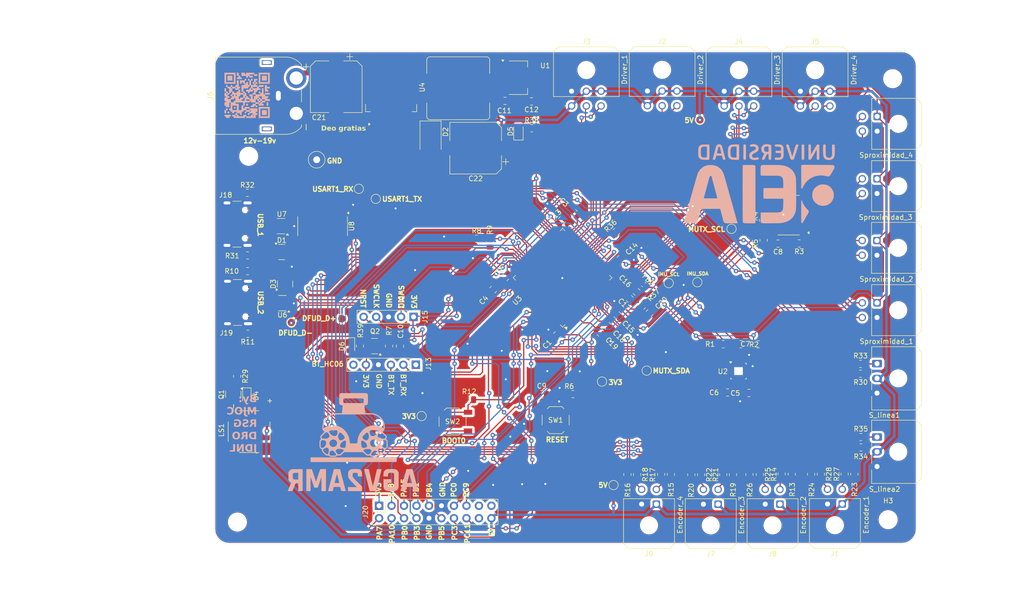
<source format=kicad_pcb>
(kicad_pcb (version 20240108) (generator "pcbnew") (generator_version "8.0")
  (layers (0 "F.Cu" signal) (31 "B.Cu" signal) (34 "B.Paste" user) (35 "F.Paste" user) (36 "B.SilkS" user "B.Silkscreen") (37 "F.SilkS" user "F.Silkscreen") (38 "B.Mask" user) (39 "F.Mask" user) (44 "Edge.Cuts" user))
  (net 0 "")
  (net 1 "GND")
  (net 2 "PA5")
  (net 4 "PB11")
  (net 18 "Net-(U2-REGOUT)")
  (net 19 "PB10")
  (net 21 "PB13")
  (net 23 "PE14")
  (net 24 "PC2")
  (net 25 "/Microcontrolador/BOOT0")
  (net 26 "Net-(U3-VREF+)")
  (net 27 "PA8")
  (net 28 "PA2")
  (net 29 "PA3")
  (net 30 "PD10")
  (net 31 "PA0")
  (net 32 "SWDIO")
  (net 33 "NRST")
  (net 34 "Net-(U3-VDDA)")
  (net 35 "PD11")
  (net 36 "PA9'")
  (net 37 "PE13")
  (net 39 "PB15")
  (net 40 "PB14")
  (net 41 "SWCLK")
  (net 42 "PA7")
  (net 43 "PE11")
  (net 44 "PC1")
  (net 45 "PA9")
  (net 46 "PB12")
  (net 47 "PB7")
  (net 48 "Net-(U3-VCAP_1)")
  (net 49 "PB6")
  (net 50 "Net-(U3-VCAP_2)")
  (net 51 "PE9")
  (net 52 "Net-(D4-A)")
  (net 53 "PA1")
  (net 54 "PA6")
  (net 55 "Net-(D2-K)")
  (net 56 "Net-(J6-Pin_2)")
  (net 59 "PA4")
  (net 61 "Net-(J10-Pin_4)")
  (net 62 "Net-(J12-Pin_4)")
  (net 63 "Net-(J11-Pin_3)")
  (net 65 "Net-(J14-Pin_3)")
  (net 66 "Net-(J10-Pin_3)")
  (net 68 "Net-(J12-Pin_3)")
  (net 69 "Net-(J11-Pin_4)")
  (net 71 "Net-(J14-Pin_4)")
  (net 75 "PA11")
  (net 76 "PA12")
  (net 78 "PD2")
  (net 88 "Net-(J1-Pin_3)")
  (net 89 "Net-(J1-Pin_4)")
  (net 90 "Net-(J7-Pin_4)")
  (net 91 "Net-(J7-Pin_3)")
  (net 92 "Net-(J8-Pin_3)")
  (net 93 "Net-(J8-Pin_4)")
  (net 94 "Net-(J9-Pin_3)")
  (net 95 "Net-(J9-Pin_4)")
  (net 97 "PC12")
  (net 98 "Net-(J16-Pin_1)")
  (net 99 "Net-(J17-Pin_1)")
  (net 101 "Net-(J18-CC2)")
  (net 102 "Net-(J18-CC1)")
  (net 104 "Net-(J19-CC1)")
  (net 106 "Net-(J19-CC2)")
  (net 108 "PE8")
  (net 109 "/UART/VBUS_USB_2")
  (net 110 "/UART/USB2_D+")
  (net 111 "/UART/USB2_D-")
  (net 112 "/UART/USB1_D+")
  (net 113 "/UART/USB1_D-")
  (net 114 "/UART/UD+")
  (net 115 "/UART/UD-")
  (net 116 "+5V")
  (net 117 "+3V3")
  (net 118 "Net-(Q1-B)")
  (net 119 "PB9")
  (net 120 "PB8")
  (net 121 "/Microcontrolador/BOOT1")
  (net 122 "PB5")
  (net 123 "PD8")
  (net 124 "PC9")
  (net 125 "PE15")
  (net 126 "PC7")
  (net 127 "PE1")
  (net 128 "PB1")
  (net 129 "PC13")
  (net 130 "PE5")
  (net 131 "PE12")
  (net 132 "PD15")
  (net 133 "PC14")
  (net 134 "PD7")
  (net 135 "PD14")
  (net 136 "PB4")
  (net 137 "PC0")
  (net 138 "PD6")
  (net 139 "PB3")
  (net 140 "PD4")
  (net 141 "PC4")
  (net 142 "PD1")
  (net 143 "PD0")
  (net 144 "PA10")
  (net 145 "PC10")
  (net 146 "PE2")
  (net 147 "PC15")
  (net 148 "PE10")
  (net 149 "PC3")
  (net 150 "PE3")
  (net 151 "PE7")
  (net 152 "PD13")
  (net 153 "PD9")
  (net 154 "PD5")
  (net 155 "PE6")
  (net 156 "PB0")
  (net 157 "PC6")
  (net 158 "PD3")
  (net 159 "PE0")
  (net 160 "PE4")
  (net 161 "PC5")
  (net 162 "PC11")
  (net 163 "PC8")
  (net 164 "PA15")
  (net 165 "PD12")
  (net 167 "Net-(U6-VBUS)")
  (net 172 "Net-(D5-A)")
  (net 173 "Net-(D6-A)")
  (footprint "Resistor_SMD:R_0805_2012Metric" (layer "F.Cu") (at 207.7 125.4 -90)
    (property "Reference" "R28")
    (property "Value" "5.1k")
  )
  (footprint "Resistor_SMD:R_0805_2012Metric" (layer "F.Cu") (at 168.34 125.47 -90)
    (property "Reference" "R16")
    (property "Value" "10kohm")
  )
  (footprint "Connector_USB:USB_C_Receptacle_GCT_USB4105-xx-A_16P_TopMnt_Horizontal" (layer "F.Cu") (at 87.96 74.5 -90)
    (property "Reference" "J18")
    (property "Value" "USB_C_Receptacle_USB2.0_16P")
  )
  (footprint "Resistor_SMD:R_0805_2012Metric" (layer "F.Cu") (at 215.76 104.96)
    (property "Reference" "R30")
    (property "Value" "10kohm")
  )
  (footprint "Capacitor_SMD:C_0805_2012Metric" (layer "F.Cu") (at 172.85 92.6 -135)
    (property "Reference" "C20")
    (property "Value" "1uF")
  )
  (footprint "Resistor_SMD:R_0805_2012Metric" (layer "F.Cu") (at 214.51 125.4 -90)
    (property "Reference" "R23")
    (property "Value" "10kohm")
  )
  (footprint "Connector_Molex:Molex_Micro-Fit_3.0_43045-0400_2x02_P3.00mm_Horizontal" (layer "F.Cu") (at 219.13 65.26 -90)
    (property "Reference" "J11" (hide yes))
    (property "Value" "Sproximidad_3")
  )
  (footprint "Resistor_SMD:R_0805_2012Metric" (layer "F.Cu") (at 175.21 125.45 -90)
    (property "Reference" "R17")
    (property "Value" "5.1k")
  )
  (footprint "Resistor_SMD:R_0805_2012Metric" (layer "F.Cu") (at 195.95 73.7 90)
    (property "Reference" "R4")
    (property "Value" "4.7kohm")
  )
  (footprint "Connector_Molex:Molex_Micro-Fit_3.0_43045-0600_2x03_P3.00mm_Horizontal" (layer "F.Cu") (at 188.035 47.43)
    (property "Reference" "J4")
    (property "Value" "Driver_3")
  )
  (footprint "TestPoint:TestPoint_Pad_D1.5mm" (layer "F.Cu") (at 99.975 94.525)
    (property "Reference" "TP8" (hide yes))
    (property "Value" "TestPoint" (hide yes))
  )
  (footprint "Connector_Molex:Molex_Micro-Fit_3.0_43045-0400_2x02_P3.00mm_Horizontal" (layer "F.Cu") (at 186.8 131.52 180)
    (property "Reference" "J7")
    (property "Value" "Encoder_3")
  )
  (footprint "Capacitor_SMD:C_0805_2012Metric" (layer "F.Cu") (at 155.025 73.675 -135)
    (property "Reference" "C13")
    (property "Value" "100nF")
  )
  (footprint "Capacitor_SMD:C_0805_2012Metric" (layer "F.Cu") (at 193.075 108.875)
    (property "Reference" "C5")
    (property "Value" "100nF")
  )
  (footprint "Resistor_SMD:R_0805_2012Metric" (layer "F.Cu") (at 140.4 78.2625 -90)
    (property "Reference" "R9")
    (property "Value" "5.1k")
  )
  (footprint "Sensor_Motion:InvenSense_QFN-24_3x3mm_P0.4mm" (layer "F.Cu") (at 190.95 104.425)
    (property "Reference" "U2")
    (property "Value" "ICM-20948")
  )
  (footprint "Connector_Molex:Molex_Micro-Fit_3.0_43045-0400_2x02_P3.00mm_Horizontal" (layer "F.Cu") (at 219.15 52.57 -90)
    (property "Reference" "J12" (hide yes))
    (property "Value" "Sproximidad_4")
  )
  (footprint "Connector_Molex:Molex_Micro-Fit_3.0_43045-0400_2x02_P3.00mm_Horizontal" (layer "F.Cu") (at 199.38 131.51 180)
    (property "Reference" "J8")
    (property "Value" "Encoder_2")
  )
  (footprint "Package_QFP:LQFP-100_14x14mm_P0.5mm" (layer "F.Cu") (at 155.150062 85.410849 135)
    (property "Reference" "U3")
    (property "Value" "STM32F407VGTx")
  )
  (footprint "Diode_SMD:D_SOD-323F" (layer "F.Cu") (at 90.925 109.45 -90)
    (property "Reference" "D4")
    (property "Value" "1N4148")
  )
  (footprint "Resistor_SMD:R_0805_2012Metric" (layer "F.Cu") (at 137.625 77.475 180)
    (property "Reference" "R8")
    (property "Value" "10kohm")
  )
  (footprint "Capacitor_SMD:C_0805_2012Metric" (layer "F.Cu") (at 141.025 87.825 45)
    (property "Reference" "C4")
    (property "Value" "2.2uF")
  )
  (footprint "Capacitor_SMD:C_0805_2012Metric" (layer "F.Cu") (at 170.225 88.3 135)
    (property "Reference" "C16")
    (property "Value" "100nF")
  )
  (footprint "Resistor_SMD:R_0805_2012Metric" (layer "F.Cu") (at 136.145 110.24)
    (property "Reference" "R12")
    (property "Value" "10kohm")
  )
  (footprint "Resistor_SMD:R_0805_2012Metric" (layer "F.Cu") (at 203.31 78.43 180)
    (property "Reference" "R3")
    (property "Value" "10kohm")
  )
  (footprint "Connector_Molex:Molex_Micro-Fit_3.0_43045-0400_2x02_P3.00mm_Horizontal" (layer "F.Cu") (at 212.06 131.48 180)
    (property "Reference" "J1")
    (property "Value" "Encoder_1")
  )
  (footprint "Package_TO_SOT_SMD:SOT-23-6" (layer "F.Cu") (at 97.88 74.91 180)
    (property "Reference" "U7")
    (property "Value" "USBLC6-2SC6")
  )
  (footprint "Resistor_SMD:R_0805_2012Metric" (layer "F.Cu") (at 91.125 96.825 180)
    (property "Reference" "R11")
    (property "Value" "5.1k")
  )
  (footprint "Resistor_SMD:R_0805_2012Metric" (layer "F.Cu") (at 157.245 109.12 180)
    (property "Reference" "R6")
    (property "Value" "10kohm")
  )
  (footprint "TestPoint:TestPoint_Pad_D1.5mm" (layer "F.Cu") (at 113.7 67.3)
    (property "Reference" "TP10" (hide yes))
    (property "Value" "TestPoint" (hide yes))
  )
  (footprint "Inductor_SMD:L_Bourns_SRR1260" (layer "F.Cu") (at 133.925 46.825)
    (property "Reference" "L2" (hide yes))
    (property "Value" "33uH")
  )
  (footprint "LED_SMD:LED_0805_2012Metric" (layer "F.Cu") (at 111.9 99.3125 -90)
    (property "Reference" "D6")
    (property "Value" "LED")
  )
  (footprint "Button_Switch_SMD:SW_SPST_TL3342" (layer "F.Cu") (at 153.75 114.4 180)
    (property "Reference" "SW1")
    (property "Value" "SW_Push")
  )
  (footprint "Connector_PinSocket_2.54mm:PinSocket_1x06_P2.54mm_Vertical" (layer "F.Cu") (at 125.305 103.125 -90)
    (property "Reference" "J13")
    (property "Value" "Conn_01x06_Socket")
  )
  (footprint "TestPoint:TestPoint_Pad_D1.5mm" (layer "F.Cu") (at 126.475 113.575)
    (property "Reference" "TP6" (hide yes))
    (property "Value" "TestPoint" (hide yes))
  )
  (footprint "Capacitor_SMD:CP_Elec_10x10" (layer "F.Cu") (at 109.1 46.525 -90)
    (property "Reference" "C21")
    (property "Value" "220uF")
  )
  (footprint "Capacitor_SMD:C_0805_2012Metric" (layer "F.Cu") (at 143.5 85.325 45)
    (property "Reference" "C2")
    (property "Value" "100nF")
  )
  (footprint "Resistor_SMD:R_0805_2012Metric" (layer "F.Cu") (at 91.075 84.075 180)
    (property "Reference" "R10")
    (property "Value" "5.1k")
  )
  (footprint "Resistor_SMD:R_0805_2012Metric" (layer "F.Cu") (at 148.875 54.975)
    (property "Reference" "R38")
    (property "Value" "270ohm")
  )
  (footprint "LED_SMD:LED_0805_2012Metric" (layer "F.Cu") (at 146.175 55.7 90)
    (property "Reference" "D5")
    (property "Value" "LED")
  )
  (footprint "Diode_SMD:D_SMB" (layer "F.Cu") (at 128.3 57.15 -90)
    (property "Reference" "D2")
    (property "Value" "1N5822")
  )
  (footprint "Connector_AMASS:AMASS_XT60IPW-M_1x03_P7.20mm_Horizontal" (layer "F.Cu") (at 100.975 51.95 90)
    (property "Reference" "J6")
    (property "Value" "Input 12V-24V connector")
  )
  (footprint "TestPoint:TestPoint_Pad_D1.5mm" (layer "F.Cu") (at 189.525 75.45)
    (property "Reference" "TP3" (hide yes))
    (property "Value" "TestPoint" (hide yes))
  )
  (footprint "Resistor_SMD:R_0805_2012Metric" (layer "F.Cu") (at 181.35 125.53 -90)
    (property "Reference" "R20")
    (property "Value" "10kohm")
  )
  (footprint "Connector_Molex:Molex_Micro-Fit_3.0_43045-0600_2x03_P3.00mm_Horizontal" (layer "F.Cu") (at 172.41 47.39)
    (property "Reference" "J2")
    (property "Value" "Driver_2")
  )
  (footprint "Capacitor_SMD:C_0805_2012Metric" (layer "F.Cu") (at 122.075 99.3375 -90)
    (property "Reference" "C10")
    (property "Value" "100nF")
  )
  (footprint "Resistor_SMD:R_0805_2012Metric" (layer "F.Cu") (at 113.925 99.3125 90)
    (property "Reference" "R39")
    (property "Value" "270ohm")
  )
  (footprint "Resistor_SMD:R_0805_2012Metric" (layer "F.Cu") (at 212.53 125.39 -90)
    (property "Reference" "R27")
    (property "Value" "5.1k")
  )
  (footprint "Package_SO:TSSOP-24_4.4x7.8mm_P0.65mm" (layer "F.Cu") (at 201.1425 72.67 180)
    (property "Reference" "U5")
    (property "Value" "TCA9548APWR")
  )
  (footprint "TestPoint:TestPoint_Pad_D1.5mm" (layer "F.Cu") (at 163.175 106.55)
    (property "Reference" "TP12" (hide yes))
    (property "Value" "TestPoint")
  )
  (footprint "TestPoint:TestPoint_Loop_D2.60mm_Drill1.4mm_Beaded" (layer "F.Cu") (at 105.125 61.375)
    (property "Reference" "TP13" (hide yes))
    (property "Value" "TestPoint")
  )
  (footprint "MountingHole:MountingHole_3.2mm_M3_ISO7380" (layer "F.Cu") (at 221.395 134.675)
    (property "Reference" "H3")
    (property "Value" "MountingHole")
  )
  (footprint "TestPoint:TestPoint_Pad_D1.5mm" (layer "F.Cu") (at 182.575 86.325)
    (property "Reference" "TP2" (hide yes))
    (property "Value" "TestPoint" (hide yes))
  )
  (footprint "TestPoint:TestPoint_Pad_D1.5mm" (layer "F.Cu") (at 176.75 86.5)
    (property "Reference" "TP1" (hide yes))
    (property "Value" "TestPoint" (hide yes))
  )
  (footprint "Resistor_SMD:R_0805_2012Metric" (layer "F.Cu") (at 201.78 125.4 -90)
    (property "Reference" "R13")
    (property "Value" "10kohm")
  )
  (footprint "Capacitor_SMD:C_0805_2012Metric" (layer "F.Cu") (at 194.95 98.95)
    (property "Reference" "C7")
    (property "Value" "100nF")
  )
  (footprint "Package_TO_SOT_SMD:SOT-23" (layer "F.Cu") (at 98.7 86.675 90)
    (property "Reference" "D3")
    (property "Value" "BAT54C")
  )
  (footprint "Capacitor_SMD:C_0805_2012Metric" (layer "F.Cu") (at 143.44 49.4)
    (property "Reference" "C11")
    (property "Value" "10uF")
  )
  (footprint "Connector_Molex:Molex_Micro-Fit_3.0_43045-0600_2x03_P3.00mm_Horizontal" (layer "F.Cu") (at 203.54 47.44)
    (property "Reference" "J5")
    (property "Value" "Driver_4")
  )
  (footprint "Connector_Molex:Molex_Micro-Fit_3.0_43650-0300_1x03_P3.00mm_Horizontal" (layer "F.Cu") (at 219.13 117.85 -90)
    (property "Reference" "J17" (hide yes))
    (property "Value" "S_linea2")
  )
  (footprint "Capacitor_SMD:C_0805_2012Metric" (layer "F.Cu") (at 166.95 81.6 -135)
    (property "Reference" "C14")
    (property "Value" "100nF")
  )
  (footprint "Resistor_SMD:R_0805_2012Metric" (layer "F.Cu") (at 193.17 125.47 -90)
    (property "Reference" "R26")
    (property "Value" "10kohm")
  )
  (footprint "Resistor_SMD:R_0805_2012Metric" (layer "F.Cu") (at 215.8525 119.97)
    (property "Reference" "R34")
    (property "Value" "10kohm")
  )
  (footprint "Resistor_SMD:R_0805_2012Metric" (layer "F.Cu") (at 171.325 91.15 45)
    (property "Reference" "R37")
    (property "Value" "100ohm")
  )
  (footprint "Capacitor_SMD:C_0805_2012Metric" (layer "F.Cu") (at 188.725 108.775 180)
    (property "Reference" "C6")
    (property "Value" "100nF")
  )
  (footprint "Connector_PinHeader_2.54mm:PinHeader_1x05_P2.54mm_Vertical" (layer "F.Cu") (at 124.84 93.375 -90)
    (property "Reference" "J15")
    (property "Value" "Conn_01x05_Socket")
  )
  (footprint "Resistor_SMD:R_0805_2012Metric" (layer "F.Cu") (at 88.95 105.475 -90)
    (property "Reference" "R29")
    (property "Value" "1k")
  )
  (footprint "Resistor_SMD:R_0805_2012Metric" (layer "F.Cu") (at 191.45 98.95)
    (property "Reference" "R2")
    (property "Value" "4.7kohm")
  )
  (footprint "Capacitor_SMD:C_0805_2012Metric" (layer "F.Cu") (at 168.825 89.725 135)
    (property "Reference" "C17")
    (property "Value" "1uF")
  )
  (footprint "Resistor_SMD:R_0805_2012Metric" (layer "F.Cu") (at 205.72 125.42 -90)
    (property "Reference" "R24")
    (property "Value" "10kohm")
  )
  (footprint "TestPoint:TestPoint_Pad_D1.5mm" (layer "F.Cu") (at 165.525 127.625)
    (property "Reference" "TP11" (hide yes))
    (property "Value" "TestPoint" (hide yes))
  )
  (footprint "Resistor_SMD:R_0805_2012Metric" (layer "F.Cu") (at 187.825 98.95 180)
    (property "Reference" "R1")
    (property "Value" "4.7kohm")
  )
  (footprint "Connector_USB:USB_C_Receptacle_GCT_USB4105-xx-A_16P_TopMnt_Horizontal" (layer "F.Cu") (at 88.06 90.45 -90)
    (property "Reference" "J19")
    (property "Value" "USB_C_Receptacle_USB2.0_16P")
  )
  (footprint "Connector_Molex:Molex_Micro-Fit_3.0_43045-0400_2x02_P3.00mm_Horizontal" (layer "F.Cu") (at 219.13 90.51 -90)
    (property "Reference" "J14" (hide yes))
    (property "Value" "Sproximidad_1")
  )
  (footprint "Capacitor_SMD:C_0805_2012Metric" (layer "F.Cu") (at 150.915 109.13)
    (property "Reference" "C9")
    (property "Value" "100nF")
  )
  (footprint "MountingHole:MountingHole_3.2mm_M3_ISO7380" (layer "F.Cu") (at 222.31 44.88)
    (property "Reference" "H4" (hide yes))
    (property "Value" "MountingHole" (hide yes))
  )
  (footprint "TestPoint:TestPoint_Pad_D1.5mm" (layer "F.Cu") (at 117.15 69.35)
    (property "Reference" "TP9" (hide yes))
    (property "Value" "TestPoint" (hide yes))
  )
  (footprint "Package_SO:SOIC-16_3.9x9.9mm_P1.27mm" (layer "F.Cu") (at 106.335 74.93 -90)
    (property "Reference" "U8")
    (property "Value" "CH340G")
  )
  (footprint "Inductor_SMD:L_0603_1608Metric" (layer "F.Cu") (at 171.675 86.8 135)
    (property "Reference" "FB2")
    (property "Value" "600 Ω a 100 MHz")
  )
  (footprint "Resistor_SMD:R_0805_2012Metric" (layer "F.Cu") (at 199.72 125.36 -90)
    (property "Reference" "R14")
    (property "Value" "5.1k")
  )
  (footprint "Connector_Molex:Molex_Micro-Fit_3.0_43045-0400_2x02_P3.00mm_Horizontal" (layer "F.Cu") (at 174.24 131.51 180)
    (property "Reference" "J9")
    (property "Value" "Encoder_4")
  )
  (footprint "Connector_Molex:Molex_Micro-Fit_3.0_43045-0400_2x02_P3.00mm_Horizontal" (layer "F.Cu") (at 219.11 77.83 -90)
    (property "Reference" "J10" (hide yes))
    (property "Value" "Sproximidad_2")
  )
  (footprint "TestPoint:TestPoint_Pad_D1.5mm" (layer "F.Cu") (at 110.25 93.75)
    (property "Reference" "TP7" (hide yes))
    (property "Value" "TestPoint" (hide yes))
  )
  (footprint "Resistor_SMD:R_0805_2012Metric" (layer "F.Cu") (at 177.19 125.45 -90)
    (property "Reference" "R15")
    (property "Value" "10kohm")
  )
  (footprint "Resistor_SMD:R_0805_2012Metric" (layer "F.Cu") (at 215.7775 102.96)
    (property "Reference" "R33")
    (property "Value" "5.1k")
  )
  (footprint "Resistor_SMD:R_0805_2012Metric" (layer "F.Cu") (at 183.34 125.53 -90)
    (property "Reference" "R22")
    (property "Value" "5.1k")
  )
  (footprint "Capacitor_SMD:C_0805_2012Metric" (layer "F.Cu") (at 154.025 97.075 45)
    (property "Reference" "C1")
    (property "Value" "100nF")
  )
  (footprint "CMT-8540S-SMT:CUI_CMT-8540S-SMT" (layer "F.Cu") (at 91.375 116.75 90)
    (property "Reference" "LS1")
    (property "Value" "CMT-8540S-SMT")
  )
  (footprint "Package_TO_SOT_SMD:SOT-23" (layer "F.Cu") (at 116.8875 99.3375 180)
    (property "Reference" "Q2")
    (property "Value" "IRLML6402")
  )
  (footprint "Package_TO_SOT_SMD:SOT-23" (layer "F.Cu") (at 88.175 109.1375 -90)
    (property "Reference" "Q1")
    (property "Value" "SS8050")
  )
  (footprint "Resistor_SMD:R_0805_2012Metric" (layer "F.Cu") (at 195.29 125.47 -90)
    (property "Reference" "R25")
    (property "Value" "5.1k")
  )
  (footprint "Capacitor_SMD:C_0805_2012Metric" (layer "F.Cu") (at 198.99 78.46 180)
    (property "Reference" "C8")
    (property "Value" "100nF")
  )
  (footprint "Package_TO_SOT_SMD:SOT-23-6" (layer "F.Cu") (at 98.15 90.5875 180)
    (property "Reference" "U6")
    (property "Value" "USBLC6-2SC6")
  )
  (footprint "Package_TO_SOT_SMD:SOT-23" (layer "F.Cu") (at 98.025 80.175)
    (property "Reference" "D1")
    (property "Value" "BAT54C")
  )
  (footprint "Resistor_SMD:R_0805_2012Metric" (layer "F.Cu") (at 91.06 80.87 180)
    (property "Reference" "R31")
    (property "Value" "5.1k")
  )
  (footprint "Capacitor_SMD:C_0805_2012Metric" (layer "F.Cu") (at 157.475 72.225 135)
    (property "Reference" "C3")
    (property "Value" "2.2uF")
  )
  (footprint "Capacitor_SMD:CP_Elec_10x10" (layer "F.Cu") (at 137.475 59.025 180)
    (property "Reference" "C22")
    (property "Value" "220uF")
  )
  (footprint "Capacitor_SMD:C_0805_2012Metric" (layer "F.Cu") (at 162.825 96.625 135)
    (property "Reference" "C19")
    (property "Value" "100nF")
  )
  (footprint "MountingHole:MountingHole_3.2mm_M3_ISO7380" (layer "F.Cu") (at 89 135.16)
    (property "Reference" "H2" (hide yes))
    (property "Value" "MountingHole" (hide yes))
  )
  (footprint "Connector_Molex:Molex_Micro-Fit_3.0_43650-0300_1x03_P3.00mm_Horizontal" (layer "F.Cu") (at 219.13 102.9 -90)
    (property "Reference" "J16" (hide yes))
    (property "Value" "S_linea1")
  )
  (footprint "Capacitor_SMD:C_0805_2012Metric" (layer "F.Cu") (at 166.3 93.025 135)
    (property "Reference" "C15")
    (property "Value" "100nF")
  )
  (footprint "Resistor_SMD:R_0805_2012Metric" (layer "F.Cu") (at 187.84 125.5 -90)
    (property "Reference" "R21")
    (property "Value" "5.1k")
  )
  (footprint "Resistor_SMD:R_0805_2012Metric" (layer "F.Cu") (at 189.82 125.51 -90)
    (property "Reference" "R19")
    (property "Value" "10kohm")
  )
  (footprint "Capacitor_SMD:C_0805_2012Metric" (layer "F.Cu") (at 148.84 49.5 180)
    (property "Reference" "C12")
    (property "Value" "10uF")
  )
  (footprint "Connector_PinSocket_2.54mm:PinSocket_2x10_P2.54mm_Vertical" (layer "F.Cu") (at 117.82 131.835 90)
    (property "Reference" "J20")
    (property "Value" "Conn_02x10_Top_Bottom")
  )
  (footprint "Resistor_SMD:R_0805_2012Metric" (layer "F.Cu") (at 119.85 99.3125 -90)
    (property "Reference" "R7")
    (property "Value" "10kohm")
  )
  (footprint "Package_TO_SOT_SMD:SOT-223-3_TabPin2" (layer "F.Cu") (at 146.13 44.6875)
    (property "Reference" "U1")
    (property "Value" "LM1117MP-3.3")
  )
  (footprint "TestPoint:TestPoint_Pad_D1.5mm" (layer "F.Cu") (at 172.275 104.325)
    (property "Reference" "TP4" (hide yes))
    (property "Value" "TestPoint")
  )
  (footprint "Package_TO_SOT_SMD:TO-263-5_TabPin3" (layer "F.Cu") (at 120.275 46.775 90)
    (property "Reference" "U4")
    (property "Value" "LM2596S-5")
  )
  (footprint "Resistor_SMD:R_0805_2012Metric" (layer "F.Cu") (at 91.03 68.11 180)
    (property "Reference" "R32")
    (property "Value" "5.1k")
  )
  (footprint "Connector_Molex:Molex_Micro-Fit_3.0_43045-0600_2x03_P3.00mm_Horizontal" (layer "F.Cu") (at 156.99 47.43)
    (property "Reference" "J3")
    (property "Value" "Driver_1")
  )
  (footprint "Resistor_SMD:R_0805_2012Metric" (layer "F.Cu") (at 215.84 117.85)
    (property "Reference" "R35")
    (property "Value" "5.1k")
  )
  (footprint "TestPoint:TestPoint_Pad_D1.5mm" (layer "F.Cu") (at 183.1 53.275)
    (property "Reference" "TP5" (hide yes))
    (property "Value" "TestPoint" (hide yes))
  )
  (footprint "Resistor_SMD:R_0805_2012Metric" (layer "F.Cu") (at 166.1 76.025 45)
    (property "Reference" "R36")
    (property "Value" "10kohm")
  )
  (footprint "Resistor_SMD:R_0805_2012Metric" (layer "F.Cu") (at 196.06 77.79 -90)
    (property "Reference" "R5")
    (property "Value" "4.7kohm")
  )
  (footprint "Button_Switch_SMD:SW_SPST_TL3342" (layer "F.Cu") (at 132.775 114.7)
    (property "Reference" "SW2")
    (property "Value" "SW_Push")
  )
  (footprint "Capacitor_SMD:C_0805_2012Metric" (layer "F.Cu") (at 164.275 95.2 135)
    (property "Reference" "C18")
    (property "Value" "100nF")
  )
  (footprint "MountingHole:MountingHole_3.2mm_M3_ISO7380" (layer "F.Cu") (at 91.3 60.675)
    (property "Reference" "H1" (hide yes))
    (property "Value" "MountingHole" (hide yes))
  )
  (footprint "Resistor_SMD:R_0805_2012Metric" (layer "F.Cu") (at 170.32 125.48 -90)
    (property "Reference" "R18")
    (property "Value" "5.1k")
  )
  (footprint "Logos:logo_g2_eia" (layer "B.Cu") (at 194.965293 66.735367 180)
    (property "Reference" "G***" (hide yes))
    (property "Value" "LOGO" (hide yes))
  )
  (footprint "Logos:logo_md_eia" (layer "B.Cu") (at 112.631462 121.880247 180)
    (property "Reference" "G***" (hide yes))
    (property "Value" "LOGO" (hide yes))
  )
  (footprint "Logos:Codigo_personal" (layer "B.Cu") (at 91.025 48.225 180)
    (property "Reference" "G***" (hide yes))
    (property "Value" "LOGO" (hide yes))
  )
  (gr_line (start 87.32 39.32) (end 224.185 39.32) (stroke (width 0.05)) (layer "Edge.Cuts"))
  (gr_line (start 84.32 136.565) (end 84.32 42.32) (stroke (width 0.05)) (layer "Edge.Cuts"))
  (gr_arc (start 227.185 136.565) (mid 226.30632 138.68632) (end 224.185 139.565) (stroke (width 0.05)) (layer "Edge.Cuts"))
  (gr_arc (start 87.32 139.565) (mid 85.19868 138.68632) (end 84.32 136.565) (stroke (width 0.05)) (layer "Edge.Cuts"))
  (gr_line (start 227.185 42.32) (end 227.185 136.565) (stroke (width 0.05)) (layer "Edge.Cuts"))
  (gr_arc (start 224.185 39.32) (mid 226.30632 40.19868) (end 227.185 42.32) (stroke (width 0.05)) (layer "Edge.Cuts"))
  (gr_line (start 224.185 139.565) (end 87.32 139.565) (stroke (width 0.05)) (layer "Edge.Cuts"))
  (gr_arc (start 84.32 42.32) (mid 85.19868 40.19868) (end 87.32 39.32) (stroke (width 0.05)) (layer "Edge.Cuts"))
  (gr_text "By:\nMJOC\nRSG\nDRO\nJDNL" (at 93 121.075 0) (layer "B.SilkS") (effects (font (size 1.5 1.5) (thickness 0.3) (bold yes)) (justify left bottom mirror)))
  (gr_text "PB5" (at 131.15 139.05 90) (layer "F.SilkS") (effects (font (size 1 1) (thickness 0.25) (bold yes)) (justify left bottom)))
  (gr_text "5V" (at 141.4 138.3 90) (layer "F.SilkS") (effects (font (size 1 1) (thickness 0.25) (bold yes)) (justify left bottom)))
  (gr_text "USB_2" (at 93.125 87.95 -90) (layer "F.SilkS") (effects (font (size 1 1) (thickness 0.25) (bold yes)) (justify left bottom)))
  (gr_text "PC0" (at 133.625 130.25 90) (layer "F.SilkS") (effects (font (size 1 1) (thickness 0.25) (bold yes)) (justify left bottom)))
  (gr_text "PB0" (at 123.65 139 90) (layer "F.SilkS") (effects (font (size 1 1) (thickness 0.25) (bold yes)) (justify left bottom)))
  (gr_text "GND" (at 119.225 88.375 270) (layer "F.SilkS") (effects (font (size 1 1) (thickness 0.25) (bold yes)) (justify left bottom)))
  (gr_text "PA8" (at 120.9 130.25 90) (layer "F.SilkS") (effects (font (size 1 1) (thickness 0.25) (bold yes)) (justify left bottom)))
  (gr_text "GND" (at 107.075 62.2 0) (layer "F.SilkS") (effects (font (size 1 1) (thickness 0.25) (bold yes)) (justify left bottom)))
  (gr_text "SWCLK\n" (at 116.675 86.55 270) (layer "F.SilkS") (effects (font (size 1 1) (thickness 0.25) (bold yes)) (justify left bottom)))
  (gr_text "PA10" (at 121.05 139.65 90) (layer "F.SilkS") (effects (font (size 1 1) (thickness 0.25) (bold yes)) (justify left bottom)))
  (gr_text "3V3" (at 122.35 114.225 0) (layer "F.SilkS") (effects (font (size 1 1) (thickness 0.25) (bold yes)) (justify left bottom)))
  (gr_text "IMU_SDA" (at 180.325 85 0) (layer "F.SilkS") (effects (font (size 0.7 0.7) (thickness 0.175) (bold yes)) (justify left bottom)))
  (gr_text "PC3" (at 133.8 139.025 90) (layer "F.SilkS") (effects (font (size 1 1) (thickness 0.25) (bold yes)) (justify left bottom)))
  (gr_text "MUTX_SDA" (at 173.375 104.95 0) (layer "F.SilkS") (effects (font (size 1 1) (thickness 0.25) (bold yes)) (justify left bottom)))
  (gr_text "Deo gratias" (at 106.025 55.625 0) (layer "F.SilkS") (effects (font (size 1 1) (thickness 0.25) (bold yes)) (justify left bottom)))
  (gr_text "3V3" (at 164.375 107.3 0) (layer "F.SilkS") (effects (font (size 1 1) (thickness 0.25) (bold yes)) (justify left bottom)))
  (gr_text "12v-19v" (at 90.1 58.1 0) (layer "F.SilkS") (effects (font (size 1 1) (thickness 0.25) (bold yes)) (justify left bottom)))
  (gr_text "PC9" (at 136.125 130.275 90) (layer "F.SilkS") (effects (font (size 1 1) (thickness 0.25) (bold yes)) (justify left bottom)))
  (gr_text "PA15" (at 123.475 130.25 90) (layer "F.SilkS") (effects (font (size 1 1) (thickness 0.25) (bold yes)) (justify left bottom)))
  (gr_text "3V3" (at 124.325 88.75 270) (layer "F.SilkS") (effects (font (size 1 1) (thickness 0.25) (bold yes)) (justify left bottom)))
  (gr_text "PB4" (at 128.625 130.3 90) (layer "F.SilkS") (effects (font (size 1 1) (thickness 0.25) (bold yes)) (justify left bottom)))
  (gr_text "DFUD_D-" (at 97.2 97.225 0) (layer "F.SilkS") (effects (font (size 1 1) (thickness 0.25) (bold yes)) (justify left bottom)))
  (gr_text "PC11" (at 136.375 139.625 90) (layer "F.SilkS") (effects (font (size 1 1) (thickness 0.25) (bold yes)) (justify left bottom)))
  (gr_text "IMU_SCL" (at 174.475 85.125 0) (layer "F.SilkS") (effects (font (size 0.7 0.7) (thickness 0.175) (bold yes)) (justify left bottom)))
  (gr_text "5V" (at 162.325 128.225 0) (layer "F.SilkS") (effects (font (size 1 1) (thickness 0.25) (bold yes)) (justify left bottom)))
  (gr_text "NRST" (at 113.975 87.6 270) (layer "F.SilkS") (effects (font (size 1 1) (thickness 0.25) (bold yes)) (justify left bottom)))
  (gr_text "PB1" (at 125.95 130.225 90) (layer "F.SilkS") (effects (font (size 1 1) (thickness 0.25) (bold yes)) (justify left bottom)))
  (gr_text "PA7" (at 118.525 139 90) (layer "F.SilkS") (effects (font (size 1 1) (thickness 0.25) (bold yes)) (justify left bottom)))
  (gr_text "USART1_RX" (at 104.1 67.95 0) (layer "F.SilkS") (effects (font (size 1 1) (thickness 0.25) (bold yes)) (justify left bottom)))
  (gr_text "BOOT0\n" (at 130.45 119.175 0) (layer "F.SilkS") (effects (font (size 1 1) (thickness 0.25) (bold yes)) (justify left bottom)))
  (gr_text "5V" (at 179.85 53.95 0) (layer "F.SilkS") (effects (font (size 1 1) (thickness 0.25) (bold yes)) (justify left bottom)))
  (gr_text "SWDIO\n" (at 121.725 86.8 270) (layer "F.SilkS") (effects (font (size 1 1) (thickness 0.25) (bold yes)) (justify left bottom)))
  (gr_text "RESET" (at 151.625 118.975 0) (layer "F.SilkS") (effects (font (size 1 1) (thickness 0.25) (bold yes)) (justify left bottom)))
  (gr_text "DFUD_D+" (at 102.025 94.275 0) (layer "F.SilkS") (effects (font (size 1 1) (thickness 0.25) (bold yes)) (justify left bottom)))
  (gr_text "MUTX_SCL" (at 180.575 76.125 0) (layer "F.SilkS") (effects (font (size 1 1) (thickness 0.25) (bold yes)) (justify left bottom)))
  (gr_text "PB3" (at 126.125 139.025 90) (layer "F.SilkS") (effects (font (size 1 1) (thickness 0.25) (bold yes)) (justify left bottom)))
  (gr_text "3V3" (at 118.3 130.05 90) (layer "F.SilkS") (effects (font (size 1 1) (thickness 0.25) (bold yes)) (justify left bottom)))
  (gr_text "GND" (at 128.575 138.95 90) (layer "F.SilkS") (effects (font (size 1 1) (thickness 0.25) (bold yes)) (justify left bottom)))
  (gr_text "GND" (at 131.325 130.225 90) (layer "F.SilkS") (effects (font (size 1 1) (thickness 0.25) (bold yes)) (justify left bottom)))
  (gr_text "USART1_TX" (at 118.325 69.975 0) (layer "F.SilkS") (effects (font (size 1 1) (thickness 0.25) (bold yes)) (justify left bottom)))
  (gr_text "USB_1" (at 93.075 72.15 -90) (layer "F.SilkS") (effects (font (size 1 1) (thickness 0.25) (bold yes)) (justify left bottom)))
  (segment (start 166.175 83.7) (end 169.175 83.7) (width 0.25) (layer "F.Cu") (net 1))
  (segment (start 192.45 103.425) (end 193.8 103.425) (width 0.19) (layer "F.Cu") (net 1))
  (segment (start 153.353249 97.053249) (end 152.275 95.975) (width 0.25) (layer "F.Cu") (net 1))
  (segment (start 191.55 101.975) (end 191.55 102.925) (width 0.2) (layer "F.Cu") (net 1))
  (segment (start 169.65 83.225) (end 169.65 81.75) (width 0.25) (layer "F.Cu") (net 1))
  (segment (start 145.797892 83.872892) (end 144.7 82.775) (width 0.25) (layer "F.Cu") (net 1))
  (segment (start 193.8 103.425) (end 193.825 103.4) (width 0.19) (layer "F.Cu") (net 1))
  (segment (start 162.025 87.33604) (end 163.05198 88.36302) (width 0.25) (layer "F.Cu") (net 1))
  (segment (start 162.025 86.3) (end 162.025 87.33604) (width 0.25) (layer "F.Cu") (net 1))
  (segment (start 164.466194 83.872892) (end 164.466194 83.858806) (width 0.25) (layer "F.Cu") (net 1))
  (segment (start 164.83896 90.15) (end 163.05198 88.36302) (width 0.25) (layer "F.Cu") (net 1))
  (segment (start 169.496751 90.371751) (end 170.896751 88.971751) (width 0.25) (layer "F.Cu") (net 1))
  (segment (start 152.425 95.925) (end 152.375 95.975) (width 0.25) (layer "F.Cu") (net 1))
  (segment (start 152.375 95.975) (end 152.275 95.975) (width 0.25) (layer "F.Cu") (net 1))
  (segment (start 163.496751 97.296751) (end 163.521751 97.296751) (width 0.25) (layer "F.Cu") (net 1))
  (segment (start 169.496751 90.396751) (end 169.496751 90.371751) (width 0.25) (layer "F.Cu") (net 1))
  (segment (start 159.516446 91.898554) (end 159.516446 91.866446) (width 0.25) (layer "F.Cu") (net 1))
  (segment (start 190.75 110.05) (end 190.75 105.925) (width 0.19) (layer "F.Cu") (net 1))
  (segment (start 165.25 83.075) (end 165.4 82.925) (width 0.25) (layer "F.Cu") (net 1))
  (segment (start 153.612105 94.737895) (end 152.425 95.925) (width 0.25) (layer "F.Cu") (net 1))
  (segment (start 159.516446 91.866446) (end 155.1 87.45) (width 0.25) (layer "F.Cu") (net 1))
  (segment (start 198.28 74.295) (end 199.555 74.295) (width 0.25) (layer "F.Cu") (net 1))
  (segment (start 169.175 83.7) (end 169.65 83.225) (width 0.25) (layer "F.Cu") (net 1))
  (segment (start 191.275 110.575) (end 190.75 110.05) (width 0.19) (layer "F.Cu") (net 1))
  (segment (start 163.521751 97.296751) (end 164.946751 95.871751) (width 0.25) (layer "F.Cu") (net 1))
  (segment (start 153.353249 97.746751) (end 153.353249 97.053249) (width 0.25) (layer "F.Cu") (net 1))
  (segment (start 145.83393 83.872892) (end 145.797892 83.872892) (width 0.25) (layer "F.Cu") (net 1))
  (segment (start 200.075 73.775) (end 200.075 72.525) (width 0.25) (layer "F.Cu") (net 1))
  (segment (start 164.466194 83.872892) (end 164.452108 83.872892) (width 0.25) (layer "F.Cu") (net 1))
  (segment (start 155.1 87.45) (end 155.1 85.475) (width 0.25) (layer "F.Cu") (net 1))
  (segment (start 165.4 82.925) (end 166.175 83.7) (width 0.25) (layer "F.Cu") (net 1))
  (segment (start 161.2 85.475) (end 162.025 86.3) (width 0.25) (layer "F.Cu") (net 1))
  (segment (start 164.466194 83.858806) (end 165.25 83.075) (width 0.25) (layer "F.Cu") (net 1))
  (segment (start 164.452108 83.872892) (end 162.025 86.3) (width 0.25) (layer "F.Cu") (net 1))
  (segment (start 153.612105 94.726981) (end 153.612105 94.737895) (width 0.25) (layer "F.Cu") (net 1))
  (segment (start 165.675 90.15) (end 164.83896 90.15) (width 0.25) (layer "F.Cu") (net 1))
  (segment (start 199.555 74.295) (end 200.075 73.775) (width 0.25) (layer "F.Cu") (net 1))
  (segment (start 155.1 85.475) (end 161.2 85.475) (width 0.25) (layer "F.Cu") (net 1))
  (via (at 141.025 127.6) (size 0.9) (drill 0.4) (layers "F.Cu" "B.Cu") (net 1))
  (via (at 154.45 110.6) (size 0.9) (drill 0.4) (layers "F.Cu" "B.Cu") (net 1))
  (via (at 179.8 86.875) (size 0.9) (drill 0.4) (layers "F.Cu" "B.Cu") (net 1))
  (via (at 152.075 70.325) (size 0.9) (drill 0.4) (layers "F.Cu" "B.Cu") (net 1))
  (via (at 193.825 103.425) (size 0.9) (drill 0.4) (layers "F.Cu" "B.Cu") (net 1))
  (via (at 144.7 82.775) (size 0.9) (drill 0.4) (layers "F.Cu" "B.Cu") (net 1))
  (via (at 176.175 100.55) (size 0.9) (drill 0.4) (layers "F.Cu" "B.Cu") (net 1))
  (via (at 143.6 106.1) (size 0.9) (drill 0.4) (layers "F.Cu" "B.Cu") (net 1))
  (via (at 170.425 97.05) (size 0.9) (drill 0.4) (layers "F.Cu" "B.Cu") (net 1))
  (via (at 121.175 71.3) (size 0.9) (drill 0.4) (layers "F.Cu" "B.Cu") (net 1))
  (via (at 191.275 110.575) (size 0.9) (drill 0.4) (layers "F.Cu" "B.Cu") (net 1))
  (via (at 142.775 100.275) (size 0.9) (drill 0.4) (layers "F.Cu" "B.Cu") (net 1))
  (via (at 136.9 81.425) (size 0.9) (drill 0.4) (layers "F.Cu" "B.Cu") (net 1))
  (via (at 100.075 83.15) (size 0.9) (drill 0.4) (layers "F.Cu" "B.Cu") (net 1))
  (via (at 193.1 101.125) (size 0.9) (drill 0.4) (layers "F.Cu" "B.Cu") (net 1))
  (via (at 146.925 127.45) (size 0.9) (drill 0.4) (layers "F.Cu" "B.Cu") (net 1))
  (via (at 131.05 77.025) (size 0.9) (drill 0.4) (layers "F.Cu" "B.Cu") (net 1))
  (via (at 155.1 85.475) (size 0.9) (drill 0.4) (layers "F.Cu" "B.Cu") (net 1))
  (via (at 154.55 107.85) (size 0.9) (drill 0.4) (layers "F.Cu" "B.Cu") (net 1))
  (via (at 146.95 95.975) (size 0.9) (drill 0.4) (layers "F.Cu" "B.Cu") (net 1))
  (via (at 147.325 115.15) (size 0.9) (drill 0.4) (layers "F.Cu" "B.Cu") (net 1))
  (via (at 100.55 74.9) (size 0.9) (drill 0.4) (layers "F.Cu" "B.Cu") (net 1))
  (via (at 200.075 72.525) (size 0.9) (drill 0.4) (layers "F.Cu" "B.Cu") (net 1))
  (via (at 147.325 115.15) (size 0.9) (drill 0.4) (layers "F.Cu" "B.Cu") (net 1))
  (via (at 111.025 131.9) (size 0.9) (drill 0.4) (layers "F.Cu" "B.Cu") (net 1))
  (via (at 164.925 98.325) (size 0.9) (drill 0.4) (layers "F.Cu" "B.Cu") (net 1))
  (via (at 135.825 98.85) (size 0.9) (drill 0.4) (layers "F.Cu" "B.Cu") (net 1))
  (via (at 165.675 90.15) (size 0.9) (drill 0.4) (layers "F.Cu" "B.Cu") (net 1))
  (via (at 112.55 70.55) (size 0.9) (drill 0.4) (layers "F.Cu" "B.Cu") (net 1))
  (via (at 111.325 123.075) (size 0.9) (drill 0.4) (layers "F.Cu" "B.Cu") (net 1))
  (via (at 152.275 95.975) (size 0.9) (drill 0.4) (layers "F.Cu" "B.Cu") (net 1))
  (via (at 125.15 83.85) (size 0.9) (drill 0.4) (layers "F.Cu" "B.Cu") (net 1))
  (via (at 154.325 72) (size 0.9) (drill 0.4) (layers "F.Cu" "B.Cu") (net 1))
  (via (at 171.2 79.325) (size 0.9) (drill 0.4) (layers "F.Cu" "B.Cu") (net 1))
  (via (at 152.05 104.425) (size 0.9) (drill 0.4) (layers "F.Cu" "B.Cu") (net 1))
  (via (at 100.475 90.625) (size 0.9) (drill 0.4) (layers "F.Cu" "B.Cu") (net 1))
  (via (at 158.65 104.475) (size 0.9) (drill 0.4) (layers "F.Cu" "B.Cu") (net 1))
  (via (at 113.175 106.5) (size 0.9) (drill 0.4) (layers "F.Cu" "B.Cu") (net 1))
  (via (at 173.15 89.05) (size 0.9) (drill 0.4) (layers "F.Cu" "B.Cu") (net 1))
  (via (at 151.65 127.4) (size 0.9) (drill 0.4) (layers "F.Cu" "B.Cu") (net 1))
  (via (at 135.95 124.725) (size 0.9) (drill 0.4) (layers "F.Cu" "B.Cu") (net 1))
  (via (at 126.65 108.9) (size 0.9) (drill 0.4) (layers "F.Cu" "B.Cu") (net 1))
  (via (at 169.65 81.75) (size 0.9) (drill 0.4) (layers "F.Cu" "B.Cu") (net 1))
  (via (at 144.525 117.75) (size 0.9) (drill 0.4) (layers "F.Cu" "B.Cu") (net 1))
  (segment (start 152.075 70.325) (end 152.65 70.325) (width 0.25) (layer "B.Cu") (net 1))
  (segment (start 154.45 107.95) (end 154.45 110.6) (width 0.25) (layer "B.Cu") (net 1))
  (segment (start 152.65 70.325) (end 154.325 72) (width 0.25) (layer "B.Cu") (net 1))
  (segment (start 147.125 115.15) (end 144.525 117.75) (width 0.25) (layer "B.Cu") (net 1))
  (segment (start 169.65 81.75) (end 169.65 80.875) (width 0.25) (layer "B.Cu") (net 1))
  (segment (start 154.55 107.85) (end 154.45 107.95) (width 0.25) (layer "B.Cu") (net 1))
  (segment (start 169.65 80.875) (end 171.2 79.325) (width 0.25) (layer "B.Cu") (net 1))
  (segment (start 152.275 95.975) (end 146.95 95.975) (width 0.25) (layer "B.Cu") (net 1))
  (segment (start 117.825 100.2875) (end 119.7875 100.2875) (width 0.25) (layer "F.Cu") (net 2))
  (segment (start 165.625 80.575) (end 163.405534 82.794466) (width 0.25) (layer "F.Cu") (net 2))
  (segment (start 119.7875 100.2875) (end 119.85 100.225) (width 0.25) (layer "F.Cu") (net 2))
  (segment (start 163.405534 82.794466) (end 163.405534 82.812232) (width 0.25) (layer "F.Cu") (net 2))
  (segment (start 125.9 99.275) (end 143.3875 81.7875) (width 0.25) (layer "F.Cu") (net 2))
  (segment (start 165.625 80.175) (end 165.625 80.575) (width 0.25) (layer "F.Cu") (net 2))
  (segment (start 120.525 99.275) (end 125.9 99.275) (width 0.25) (layer "F.Cu") (net 2))
  (segment (start 119.85 99.95) (end 120.525 99.275) (width 0.25) (layer "F.Cu") (net 2))
  (segment (start 143.3875 81.7875) (end 143.3875 81.6875) (width 0.25) (layer "F.Cu") (net 2))
  (segment (start 119.85 100.225) (end 119.85 99.95) (width 0.25) (layer "F.Cu") (net 2))
  (via (at 143.3875 81.6875) (size 0.9) (drill 0.4) (layers "F.Cu" "B.Cu") (net 2))
  (via (at 165.625 80.175) (size 0.9) (drill 0.4) (layers "F.Cu" "B.Cu") (net 2))
  (segment (start 145.85 81.375) (end 143.7 81.375) (width 0.25) (layer "B.Cu") (net 2))
  (segment (start 143.7 81.375) (end 143.3875 81.6875) (width 0.25) (layer "B.Cu") (net 2))
  (segment (start 165.625 80.175) (end 164.2 81.6) (width 0.25) (layer "B.Cu") (net 2))
  (segment (start 164.2 81.6) (end 164.025 81.6) (width 0.25) (layer "B.Cu") (net 2))
  (segment (start 152.925 74.3) (end 145.85 81.375) (width 0.25) (layer "B.Cu") (net 2))
  (segment (start 164.025 81.6) (end 156.725 74.3) (width 0.25) (layer "B.Cu") (net 2))
  (segment (start 156.725 74.3) (end 152.925 74.3) (width 0.25) (layer "B.Cu") (net 2))
  (segment (start 108.24 73.465) (end 108.24 72.455) (width 0.25) (layer "F.Cu") (net 4))
  (segment (start 157.041573 76.448271) (end 157.041573 76.433427) (width 0.25) (layer "F.Cu") (net 4))
  (segment (start 160.95 69.825) (end 158.4 67.275) (width 0.25) (layer "F.Cu") (net 4))
  (segment (start 158.975 74.2) (end 160.95 72.225) (width 0.25) (layer "F.Cu") (net 4))
  (segment (start 112.05 74.425) (end 109.2 74.425) (width 0.25) (layer "F.Cu") (net 4))
  (segment (start 119.2 67.275) (end 112.05 74.425) (width 0.25) (layer "F.Cu") (net 4))
  (segment (start 158.975 74.5) (end 158.975 74.2) (width 0.25) (layer "F.Cu") (net 4))
  (segment (start 160.95 72.225) (end 160.95 69.825) (width 0.25) (layer "F.Cu") (net 4))
  (segment (start 109.2 74.425) (end 108.24 73.465) (width 0.25) (layer "F.Cu") (net 4))
  (segment (start 158.4 67.275) (end 119.2 67.275) (width 0.25) (layer "F.Cu") (net 4))
  (segment (start 108.24 72.455) (end 108.3 72.395) (width 0.25) (layer "F.Cu") (net 4))
  (segment (start 157.041573 76.433427) (end 158.975 74.5) (width 0.25) (layer "F.Cu") (net 4))
  (segment (start 191.15 105.925) (end 191.15 106.8) (width 0.19) (layer "F.Cu") (net 18))
  (segment (start 191.15 106.8) (end 191.85 107.5) (width 0.2) (layer "F.Cu") (net 18))
  (segment (start 194.025 107.925) (end 194.025 108.875) (width 0.2) (layer "F.Cu") (net 18))
  (segment (start 193.6 107.5) (end 194.025 107.925) (width 0.2) (layer "F.Cu") (net 18))
  (segment (start 191.85 107.5) (end 193.6 107.5) (width 0.2) (layer "F.Cu") (net 18))
  (segment (start 161.4 72.45) (end 159.425 74.425) (width 0.25) (layer "F.Cu") (net 19))
  (segment (start 113.495 66.775) (end 158.6 66.775) (width 0.25) (layer "F.Cu") (net 19))
  (segment (start 159.425 74.77195) (end 157.395126 76.801824) (width 0.25) (layer "F.Cu") (net 19))
  (segment (start 109.51 72.455) (end 109.55 72.415) (width 0.25) (layer "F.Cu") (net 19))
  (segment (start 159.425 74.425) (end 159.425 74.77195) (width 0.25) (layer "F.Cu") (net 19))
  (segment (start 158.6 66.775) (end 161.4 69.575) (width 0.25) (layer "F.Cu") (net 19))
  (segment (start 161.4 69.575) (end 161.4 72.45) (width 0.25) (layer "F.Cu") (net 19))
  (segment (start 109.55 71.25) (end 109.55 70.72) (width 0.25) (layer "F.Cu") (net 19))
  (segment (start 109.55 72.415) (end 109.55 71.25) (width 0.25) (layer "F.Cu") (net 19))
  (segment (start 109.55 70.72) (end 113.495 66.775) (width 0.25) (layer "F.Cu") (net 19))
  (segment (start 192.9 84.875) (end 211.75 103.725) (width 0.25) (layer "F.Cu") (net 21))
  (segment (start 211.75 122.325) (end 211.1 122.975) (width 0.25) (layer "F.Cu") (net 21))
  (segment (start 205.74 124.4875) (end 205.72 124.5075) (width 0.25) (layer "F.Cu") (net 21))
  (segment (start 192.625 84.875) (end 192.9 84.875) (width 0.25) (layer "F.Cu") (net 21))
  (segment (start 211.1 122.975) (end 209.2125 122.975) (width 0.25) (layer "F.Cu") (net 21))
  (segment (start 207.7 124.4875) (end 205.74 124.4875) (width 0.25) (layer "F.Cu") (net 21))
  (segment (start 151.175 73.675) (end 153.594717 76.094717) (width 0.25) (layer "F.Cu") (net 21))
  (segment (start 209.2125 122.975) (end 207.7 124.4875) (width 0.25) (layer "F.Cu") (net 21))
  (segment (start 153.594717 76.094717) (end 153.612105 76.094717) (width 0.25) (layer "F.Cu") (net 21))
  (segment (start 151.175 72.325) (end 151.175 73.675) (width 0.25) (layer "F.Cu") (net 21))
  (segment (start 155.3 68.2) (end 151.175 72.325) (width 0.25) (layer "F.Cu") (net 21))
  (segment (start 158.05 68.2) (end 155.3 68.2) (width 0.25) (layer "F.Cu") (net 21))
  (segment (start 211.75 103.725) (end 211.75 122.325) (width 0.25) (layer "F.Cu") (net 21))
  (via (at 192.625 84.875) (size 0.9) (drill 0.4) (layers "F.Cu" "B.Cu") (net 21))
  (via (at 158.05 68.2) (size 0.9) (drill 0.4) (layers "F.Cu" "B.Cu") (net 21))
  (segment (start 192.625 84.875) (end 192.375 84.875) (width 0.25) (layer "B.Cu") (net 21))
  (segment (start 177.925 70.425) (end 160.275 70.425) (width 0.25) (layer "B.Cu") (net 21))
  (segment (start 160.275 70.425) (end 158.05 68.2) (width 0.25) (layer "B.Cu") (net 21))
  (segment (start 192.375 84.875) (end 177.925 70.425) (width 0.25) (layer "B.Cu") (net 21))
  (segment (start 178.41 50.39) (end 176.05 52.75) (width 0.25) (layer "F.Cu") (net 23))
  (segment (start 164.1 72.85) (end 164.1 73.175) (width 0.25) (layer "F.Cu") (net 23))
  (segment (start 160.375 75.25) (end 158.116069 77.508931) (width 0.25) (layer "F.Cu") (net 23))
  (segment (start 158.116069 77.508931) (end 158.102233 77.508931) (width 0.25) (layer "F.Cu") (net 23))
  (segment (start 160.375 74.6) (end 160.375 75.25) (width 0.25) (layer "F.Cu") (net 23))
  (segment (start 176.05 60.9) (end 164.1 72.85) (width 0.25) (layer "F.Cu") (net 23))
  (segment (start 176.05 52.75) (end 176.05 60.9) (width 0.25) (layer "F.Cu") (net 23))
  (via (at 160.375 74.6) (size 0.9) (drill 0.4) (layers "F.Cu" "B.Cu") (net 23))
  (via (at 164.1 73.175) (size 0.9) (drill 0.4) (layers "F.Cu" "B.Cu") (net 23))
  (segment (start 162.675 74.6) (end 164.1 73.175) (width 0.25) (layer "B.Cu") (net 23))
  (segment (start 160.375 74.6) (end 162.675 74.6) (width 0.25) (layer "B.Cu") (net 23))
  (segment (start 168.34 124.5575) (end 170.31 124.5575) (width 0.25) (layer "F.Cu") (net 24))
  (segment (start 163.425 91.7) (end 163.425 90.85736) (width 0.25) (layer "F.Cu") (net 24))
  (segment (start 168.34 124.5575) (end 168.34 102.035) (width 0.25) (layer "F.Cu") (net 24))
  (segment (start 168.375 97.7) (end 166.975 97.7) (width 0.25) (layer "F.Cu") (net 24))
  (segment (start 166.975 95.25) (end 163.425 91.7) (width 0.25) (layer "F.Cu") (net 24))
  (segment (start 166.975 97.7) (end 166.975 95.25) (width 0.25) (layer "F.Cu") (net 24))
  (segment (start 168.34 102.035) (end 168.375 102) (width 0.25) (layer "F.Cu") (net 24))
  (segment (start 162.02368 89.42368) (end 161.99132 89.42368) (width 0.25) (layer "F.Cu") (net 24))
  (segment (start 163.425 90.85736) (end 161.99132 89.42368) (width 0.25) (layer "F.Cu") (net 24))
  (segment (start 161.99132 89.42368) (end 161.99868 89.42368) (width 0.2) (layer "F.Cu") (net 24))
  (segment (start 170.31 124.5575) (end 170.32 124.5675) (width 0.25) (layer "F.Cu") (net 24))
  (via (at 168.375 97.7) (size 0.9) (drill 0.4) (layers "F.Cu" "B.Cu") (net 24))
  (via (at 168.375 102) (size 0.9) (drill 0.4) (layers "F.Cu" "B.Cu") (net 24))
  (segment (start 168.375 102) (end 168.375 97.7) (width 0.25) (layer "B.Cu") (net 24))
  (segment (start 151.844338 92.959214) (end 151.815786 92.959214) (width 0.25) (layer "F.Cu") (net 25))
  (segment (start 149.75 97.925) (end 149.825 98) (width 0.25) (layer "F.Cu") (net 25))
  (segment (start 144.41 110.24) (end 137.0575 110.24) (width 0.25) (layer "F.Cu") (net 25))
  (segment (start 147.25 98.125) (end 147.25 107.4) (width 0.25) (layer "F.Cu") (net 25))
  (segment (start 151.815786 92.959214) (end 149.75 95.025) (width 0.25) (layer "F.Cu") (net 25))
  (segment (start 135.925 111.3725) (end 137.0575 110.24) (width 0.25) (layer "F.Cu") (net 25))
  (segment (start 149.75 95.025) (end 149.75 97.925) (width 0.25) (layer "F.Cu") (net 25))
  (segment (start 135.925 112.8) (end 135.925 111.3725) (width 0.25) (layer "F.Cu") (net 25))
  (segment (start 129.625 112.8) (end 135.925 112.8) (width 0.25) (layer "F.Cu") (net 25))
  (segment (start 147.25 107.4) (end 144.41 110.24) (width 0.25) (layer "F.Cu") (net 25))
  (via (at 149.825 98) (size 0.9) (drill 0.4) (layers "F.Cu" "B.Cu") (net 25))
  (via (at 147.25 98.125) (size 0.9) (drill 0.4) (layers "F.Cu" "B.Cu") (net 25))
  (segment (start 147.375 98) (end 147.25 98.125) (width 0.25) (layer "B.Cu") (net 25))
  (segment (start 149.825 98) (end 147.375 98) (width 0.25) (layer "B.Cu") (net 25))
  (segment (start 163.405534 88.009466) (end 163.434466 88.009466) (width 0.25) (layer "F.Cu") (net 26))
  (segment (start 164.5 89.075) (end 166.425 89.075) (width 0.25) (layer "F.Cu") (net 26))
  (segment (start 169.145235 91.795235) (end 170.679765 91.795235) (width 0.25) (layer "F.Cu") (net 26))
  (segment (start 166.425 89.075) (end 169.145235 91.795235) (width 0.25) (layer "F.Cu") (net 26))
  (segment (start 163.434466 88.009466) (end 164.5 89.075) (width 0.25) (layer "F.Cu") (net 26))
  (segment (start 170.701733 91.795235) (end 172.178249 93.271751) (width 0.25) (layer "F.Cu") (net 26))
  (segment (start 170.679765 91.795235) (end 170.701733 91.795235) (width 0.25) (layer "F.Cu") (net 26))
  (segment (start 146.2 79.275) (end 148.308804 81.383804) (width 0.25) (layer "F.Cu") (net 27))
  (segment (start 148.308804 81.383804) (end 148.308804 81.398018) (width 0.25) (layer "F.Cu") (net 27))
  (segment (start 146.2 78.325) (end 146.2 79.275) (width 0.25) (layer "F.Cu") (net 27))
  (via (at 146.2 78.325) (size 0.9) (drill 0.4) (layers "F.Cu" "B.Cu") (net 27))
  (segment (start 110.325 108.925) (end 117.3 115.9) (width 0.25) (layer "B.Cu") (net 27))
  (segment (start 146.2 78.325) (end 145.75 78.775) (width 0.25) (layer "B.Cu") (net 27))
  (segment (start 120.36 123.265) (end 120.36 131.835) (width 0.25) (layer "B.Cu") (net 27))
  (segment (start 124.2 119.425) (end 120.36 123.265) (width 0.25) (layer "B.Cu") (net 27))
  (segment (start 145.75 78.775) (end 145.575 78.775) (width 0.25) (layer "B.Cu") (net 27))
  (segment (start 122.525 115.9) (end 124.2 117.575) (width 0.25) (layer "B.Cu") (net 27))
  (segment (start 145.55 78.8) (end 123 78.8) (width 0.25) (layer "B.Cu") (net 27))
  (segment (start 117.3 115.9) (end 122.525 115.9) (width 0.25) (layer "B.Cu") (net 27))
  (segment (start 123 78.8) (end 110.325 91.475) (width 0.25) (layer "B.Cu") (net 27))
  (segment (start 110.325 91.475) (end 110.325 108.925) (width 0.25) (layer "B.Cu") (net 27))
  (segment (start 124.2 117.575) (end 124.2 119.425) (width 0.25) (layer "B.Cu") (net 27))
  (segment (start 145.575 78.775) (end 145.55 78.8) (width 0.25) (layer "B.Cu") (net 27))
  (segment (start 189.775 54.875) (end 190.1 55.2) (width 0.25) (layer "F.Cu") (net 28))
  (segment (start 164.845253 86.595253) (end 164.819747 86.595253) (width 0.25) (layer "F.Cu") (net 28))
  (segment (start 206.54 50.44) (end 202.03 54.95) (width 0.25) (layer "F.Cu") (net 28))
  (segment (start 202.03 54.95) (end 192.025 54.95) (width 0.25) (layer "F.Cu") (net 28))
  (segment (start 166.815506 84.625) (end 164.845253 86.595253) (width 0.25) (layer "F.Cu") (net 28))
  (segment (start 169.8 84.625) (end 166.815506 84.625) (width 0.25) (layer "F.Cu") (net 28))
  (segment (start 190.1 55.2) (end 190.1 64.325) (width 0.25) (layer "F.Cu") (net 28))
  (segment (start 190.1 64.325) (end 169.8 84.625) (width 0.25) (layer "F.Cu") (net 28))
  (via (at 189.775 54.875) (size 0.9) (drill 0.4) (layers "F.Cu" "B.Cu") (net 28))
  (via (at 192.025 54.95) (size 0.9) (drill 0.4) (layers "F.Cu" "B.Cu") (net 28))
  (segment (start 189.775 54.875) (end 189.85 54.95) (width 0.25) (layer "B.Cu") (net 28))
  (segment (start 189.85 54.95) (end 192.025 54.95) (width 0.25) (layer "B.Cu") (net 28))
  (segment (start 169.55 84.15) (end 189.65 64.05) (width 0.25) (layer "F.Cu") (net 29))
  (segment (start 202.05 55.8) (end 192.475 55.8) (width 0.25) (layer "F.Cu") (net 29))
  (segment (start 164.819747 84.226445) (end 164.896192 84.15) (width 0.25) (layer "F.Cu") (net 29))
  (segment (start 164.896192 84.15) (end 169.55 84.15) (width 0.25) (layer "F.Cu") (net 29))
  (segment (start 192.475 55.8) (end 192.125 56.15) (width 0.25) (layer "F.Cu") (net 29))
  (segment (start 189.65 64.05) (end 189.65 56.5) (width 0.25) (layer "F.Cu") (net 29))
  (segment (start 208.41 50.44) (end 207.175 51.675) (width 0.25) (layer "F.Cu") (net 29))
  (segment (start 207.175 51.675) (end 206.175 51.675) (width 0.25) (layer "F.Cu") (net 29))
  (segment (start 189.65 56.5) (end 189.3 56.15) (width 0.25) (layer "F.Cu") (net 29))
  (segment (start 209.54 50.44) (end 208.41 50.44) (width 0.25) (layer "F.Cu") (net 29))
  (segment (start 206.175 51.675) (end 202.05 55.8) (width 0.25) (layer "F.Cu") (net 29))
  (via (at 192.125 56.15) (size 0.9) (drill 0.4) (layers "F.Cu" "B.Cu") (net 29))
  (via (at 189.3 56.15) (size 0.9) (drill 0.4) (layers "F.Cu" "B.Cu") (net 29))
  (segment (start 189.3 56.15) (end 192.125 56.15) (width 0.25) (layer "B.Cu") (net 29))
  (segment (start 187.85 124.5975) (end 187.84 124.5875) (width 0.25) (layer "F.Cu") (net 30))
  (segment (start 115.95 120.85) (end 104.725 109.625) (width 0.25) (layer "F.Cu") (net 30))
  (segment (start 112.95 81.675) (end 117.5 81.675) (width 0.25) (layer "F.Cu") (net 30))
  (segment (start 184.8875 124.5875) (end 187.84 124.5875) (width 0.25) (layer "F.Cu") (net 30))
  (segment (start 181.225 120.925) (end 184.8875 124.5875) (width 0.25) (layer "F.Cu") (net 30))
  (segment (start 104.725 109.625) (end 104.725 102.55) (width 0.25) (layer "F.Cu") (net 30))
  (segment (start 107.825 86.8) (end 112.95 81.675) (width 0.25) (layer "F.Cu") (net 30))
  (segment (start 117.5 81.675) (end 125.075 74.1) (width 0.25) (layer "F.Cu") (net 30))
  (segment (start 104.325 86.8) (end 107.825 86.8) (width 0.25) (layer "F.Cu") (net 30))
  (segment (start 170.475 120.575) (end 170.825 120.925) (width 0.25) (layer "F.Cu") (net 30))
  (segment (start 104.725 102.55) (end 104.35 102.175) (width 0.25) (layer "F.Cu") (net 30))
  (segment (start 166.225 120.85) (end 115.95 120.85) (width 0.25) (layer "F.Cu") (net 30))
  (segment (start 189.82 124.5975) (end 187.85 124.5975) (width 0.25) (layer "F.Cu") (net 30))
  (segment (start 170.825 120.925) (end 181.225 120.925) (width 0.25) (layer "F.Cu") (net 30))
  (segment (start 104.35 102.175) (end 104.35 100.925) (width 0.25) (layer "F.Cu") (net 30))
  (segment (start 125.075 74.1) (end 148.081854 74.1) (width 0.25) (layer "F.Cu") (net 30))
  (segment (start 148.081854 74.1) (end 151.844338 77.862484) (width 0.25) (layer "F.Cu") (net 30))
  (segment (start 166.575 120.5) (end 166.225 120.85) (width 0.25) (layer "F.Cu") (net 30))
  (via (at 170.475 120.575) (size 0.9) (drill 0.4) (layers "F.Cu" "B.Cu") (net 30))
  (via (at 104.35 100.925) (size 0.9) (drill 0.4) (layers "F.Cu" "B.Cu") (net 30))
  (via (at 104.325 86.8) (size 0.9) (drill 0.4) (layers "F.Cu" "B.Cu") (net 30))
  (via (at 166.575 120.5) (size 0.9) (drill 0.4) (layers "F.Cu" "B.Cu") (net 30))
  (segment (start 104.325 86.8) (end 104.35 86.825) (width 0.25) (layer "B.Cu") (net 30))
  (segment (start 104.35 86.825) (end 104.35 100.925) (width 0.25) (layer "B.Cu") (net 30))
  (segment (start 166.65 120.575) (end 166.575 120.5) (width 0.25) (layer "B.Cu") (net 30))
  (segment (start 170.475 120.575) (end 166.65 120.575) (width 0.25) (layer "B.Cu") (net 30))
  (segment (start 168.175 85.75) (end 165.8 88.125) (width 0.25) (layer "F.Cu") (net 31))
  (segment (start 164.12736 87.30236) (end 164.11264 87.30236) (width 0.25) (layer "F.Cu") (net 31))
  (segment (start 191.035 50.43) (end 191.035 64.89) (width 0.25) (layer "F.Cu") (net 31))
  (segment (start 170.175 85.75) (end 168.175 85.75) (width 0.25) (layer "F.Cu") (net 31))
  (segment (start 165.8 88.125) (end 164.95 88.125) (width 0.25) (layer "F.Cu") (net 31))
  (segment (start 191.035 64.89) (end 170.175 85.75) (width 0.25) (layer "F.Cu") (net 31))
  (segment (start 164.95 88.125) (end 164.12736 87.30236) (width 0.25) (layer "F.Cu") (net 31))
  (segment (start 144.25 81.925) (end 145.300252 81.925) (width 0.25) (layer "F.Cu") (net 32))
  (segment (start 142.95 83.325) (end 142.95 83.225) (width 0.25) (layer "F.Cu") (net 32))
  (segment (start 142.95 83.225) (end 144.25 81.925) (width 0.25) (layer "F.Cu") (net 32))
  (segment (start 145.300252 81.925) (end 146.541037 83.165785) (width 0.25) (layer "F.Cu") (net 32))
  (via (at 142.95 83.325) (size 0.9) (drill 0.4) (layers "F.Cu" "B.Cu") (net 32))
  (segment (start 132.15 83.275) (end 133.175 84.3) (width 0.25) (layer "B.Cu") (net 32))
  (segment (start 122.3 89.2) (end 128.225 83.275) (width 0.25) (layer "B.Cu") (net 32))
  (segment (start 128.225 83.275) (end 132.15 83.275) (width 0.25) (layer "B.Cu") (net 32))
  (segment (start 142.125 83.8) (end 142.475 83.8) (width 0.25) (layer "B.Cu") (net 32))
  (segment (start 122.3 93.375) (end 122.3 89.2) (width 0.25) (layer "B.Cu") (net 32))
  (segment (start 133.175 84.3) (end 135.35 84.3) (width 0.25) (layer "B.Cu") (net 32))
  (segment (start 135.35 84.3) (end 138.375 81.275) (width 0.25) (layer "B.Cu") (net 32))
  (segment (start 142.475 83.8) (end 142.95 83.325) (width 0.25) (layer "B.Cu") (net 32))
  (segment (start 142.95 83.325) (end 142.9 83.275) (width 0.25) (layer "B.Cu") (net 32))
  (segment (start 138.375 81.275) (end 139.6 81.275) (width 0.25) (layer "B.Cu") (net 32))
  (segment (start 139.6 81.275) (end 142.125 83.8) (width 0.25) (layer "B.Cu") (net 32))
  (segment (start 156.3325 109.12) (end 156.3325 102.0675) (width 0.25) (layer "F.Cu") (net 33))
  (segment (start 151.875 109.12) (end 151.865 109.13) (width 0.2) (layer "F.Cu") (net 33))
  (segment (start 126.65 95.95) (end 125.825 96.775) (width 0.25) (layer "F.Cu") (net 33))
  (segment (start 125.825 96.775) (end 118.08 96.775) (width 0.25) (layer "F.Cu") (net 33))
  (segment (start 156.3325 109.12) (end 151.875 109.12) (width 0.2) (layer "F.Cu") (net 33))
  (segment (start 156.3325 102.0675) (end 156.375 102.025) (width 0.25) (layer "F.Cu") (net 33))
  (segment (start 161.65 92.125) (end 161.65 91.20368) (width 0.25) (layer "F.Cu") (net 33))
  (segment (start 150.575 112.875) (end 150.575 110.42) (width 0.2) (layer "F.Cu") (net 33))
  (segment (start 156.8025 112.8025) (end 156.3325 112.3325) (width 0.2) (layer "F.Cu") (net 33))
  (segment (start 156.3325 112.3325) (end 156.3325 109.12) (width 0.2) (layer "F.Cu") (net 33))
  (segment (start 150.575 110.42) (end 151.865 109.13) (width 0.2) (layer "F.Cu") (net 33))
  (segment (start 161.65 91.20368) (end 160.93066 90.48434) (width 0.25) (layer "F.Cu") (net 33))
  (segment (start 118.08 96.775) (end 114.68 93.375) (width 0.25) (layer "F.Cu") (net 33))
  (via (at 161.65 92.125) (size 0.9) (drill 0.4) (layers "F.Cu" "B.Cu") (net 33))
  (via (at 126.65 95.95) (size 0.9) (drill 0.4) (layers "F.Cu" "B.Cu") (net 33))
  (via (at 156.375 102.025) (size 0.9) (drill 0.4) (layers "F.Cu" "B.Cu") (net 33))
  (segment (start 126.65 100.125) (end 128.575 102.05) (width 0.25) (layer "B.Cu") (net 33))
  (segment (start 128.575 102.05) (end 156.35 102.05) (width 0.25) (layer "B.Cu") (net 33))
  (segment (start 161.65 92.125) (end 156.375 97.4) (width 0.25) (layer "B.Cu") (net 33))
  (segment (start 156.375 97.4) (end 156.375 100.7) (width 0.25) (layer "B.Cu") (net 33))
  (segment (start 156.375 100.85) (end 156.375 100.7) (width 0.25) (layer "B.Cu") (net 33))
  (segment (start 156.375 101.075) (end 156.375 100.7) (width 0.25) (layer "B.Cu") (net 33))
  (segment (start 156.375 102.025) (end 156.375 101.375) (width 0.25) (layer "B.Cu") (net 33))
  (segment (start 156.375 101.3) (end 156.375 101.375) (width 0.25) (layer "B.Cu") (net 33))
  (segment (start 156.35 102.05) (end 156.375 102.025) (width 0.25) (layer "B.Cu") (net 33))
  (segment (start 156.375 101.375) (end 156.375 101.075) (width 0.25) (layer "B.Cu") (net 33))
  (segment (start 156.375 102.025) (end 156.375 101.3) (width 0.25) (layer "B.Cu") (net 33))
  (segment (start 126.65 95.95) (end 126.65 100.125) (width 0.25) (layer "B.Cu") (net 33))
  (segment (start 169.715381 87.628249) (end 171.109315 86.234315) (width 0.25) (layer "F.Cu") (net 34))
  (segment (start 169.553249 87.628249) (end 169.553249 87.653249) (width 0.25) (layer "F.Cu") (net 34))
  (segment (start 167.675 88.575) (end 168.153249 89.053249) (width 0.25) (layer "F.Cu") (net 34))
  (segment (start 169.553249 87.653249) (end 168.153249 89.053249) (width 0.25) (layer "F.Cu") (net 34))
  (segment (start 164.678174 88.575) (end 167.675 88.575) (width 0.25) (layer "F.Cu") (net 34))
  (segment (start 163.759087 87.655913) (end 164.678174 88.575) (width 0.25) (layer "F.Cu") (net 34))
  (segment (start 169.553249 87.628249) (end 169.715381 87.628249) (width 0.25) (layer "F.Cu") (net 34))
  (segment (start 178.6 121.425) (end 181.35 124.175) (width 0.25) (layer "F.Cu") (net 35))
  (segment (start 103.425 101.886396) (end 103.425 101.525) (width 0.25) (layer "F.Cu") (net 35))
  (segment (start 181.35 124.175) (end 181.35 124.6175) (width 0.25) (layer "F.Cu") (net 35))
  (segment (start 104.275 109.85) (end 104.275 102.736396) (width 0.25) (layer "F.Cu") (net 35))
  (segment (start 169.625 121.425) (end 178.6 121.425) (width 0.25) (layer "F.Cu") (net 35))
  (segment (start 167.475 121.375) (end 115.825 121.375) (width 0.25) (layer "F.Cu") (net 35))
  (segment (start 181.35 124.6175) (end 183.34 124.6175) (width 0.25) (layer "F.Cu") (net 35))
  (segment (start 115.825 121.375) (end 104.525 110.075) (width 0.25) (layer "F.Cu") (net 35))
  (segment (start 125 74.825) (end 148.099746 74.825) (width 0.25) (layer "F.Cu") (net 35))
  (segment (start 167.5 121.4) (end 167.475 121.375) (width 0.25) (layer "F.Cu") (net 35))
  (segment (start 104.006802 102.468198) (end 103.425 101.886396) (width 0.25) (layer "F.Cu") (net 35))
  (segment (start 113.325 82.3) (end 117.475 82.3) (width 0.25) (layer "F.Cu") (net 35))
  (segment (start 148.099746 74.825) (end 151.490784 78.216038) (width 0.25) (layer "F.Cu") (net 35))
  (segment (start 104.525 110.075) (end 104.3 109.85) (width 0.25) (layer "F.Cu") (net 35))
  (segment (start 103.45 87.6) (end 103.95 88.1) (width 0.25) (layer "F.Cu") (net 35))
  (segment (start 104.3 109.85) (end 104.275 109.85) (width 0.25) (layer "F.Cu") (net 35))
  (segment (start 169.6 121.4) (end 169.625 121.425) (width 0.25) (layer "F.Cu") (net 35))
  (segment (start 117.5 82.325) (end 125 74.825) (width 0.25) (layer "F.Cu") (net 35))
  (segment (start 107.525 88.1) (end 113.325 82.3) (width 0.25) (layer "F.Cu") (net 35))
  (segment (start 104.275 102.736396) (end 104.006802 102.468198) (width 0.25) (layer "F.Cu") (net 35))
  (segment (start 117.475 82.3) (end 117.5 82.325) (width 0.25) (layer "F.Cu") (net 35))
  (segment (start 103.95 88.1) (end 107.525 88.1) (width 0.25) (layer "F.Cu") (net 35))
  (via (at 169.6 121.4) (size 0.9) (drill 0.4) (layers "F.Cu" "B.Cu") (net 35))
  (via (at 103.45 87.6) (size 0.9) (drill 0.4) (layers "F.Cu" "B.Cu") (net 35))
  (via (at 167.5 121.4) (size 0.9) (drill 0.4) (layers "F.Cu" "B.Cu") (net 35))
  (via (at 103.425 101.525) (size 0.9) (drill 0.4) (layers "F.Cu" "B.Cu") (net 35))
  (segment (start 103.425 87.625) (end 103.425 101.525) (width 0.25) (layer "B.Cu") (net 35))
  (segment (start 103.45 87.6) (end 103.425 87.625) (width 0.25) (layer "B.Cu") (net 35))
  (segment (start 169.6 121.4) (end 167.5 121.4) (width 0.25) (layer "B.Cu") (net 35))
  (segment (start 98.9625 80.175) (end 98.7 80.4375) (width 0.25) (layer "F.Cu") (net 36))
  (segment (start 103.35 89.875) (end 127.025 89.875) (width 0.25) (layer "F.Cu") (net 36))
  (segment (start 140.6 79.375) (end 140.4 79.175) (width 0.25) (layer "F.Cu") (net 36))
  (segment (start 98.7125 85.725) (end 100.475 85.725) (width 0.25) (layer "F.Cu") (net 36))
  (segment (start 140.475 79.25) (end 140.4 79.175) (width 0.25) (layer "F.Cu") (net 36))
  (segment (start 127.025 89.875) (end 137.525 79.375) (width 0.25) (layer "F.Cu") (net 36))
  (segment (start 137.525 79.375) (end 140.6 79.375) (width 0.25) (layer "F.Cu") (net 36))
  (segment (start 100.475 85.725) (end 100.65 85.9) (width 0.25) (layer "F.Cu") (net 36))
  (segment (start 98.7 80.4375) (end 98.7 85.7375) (width 0.25) (layer "F.Cu") (net 36))
  (segment (start 98.7 85.7375) (end 98.7125 85.725) (width 0.25) (layer "F.Cu") (net 36))
  (segment (start 100.65 85.9) (end 100.65 87.175) (width 0.25) (layer "F.Cu") (net 36))
  (segment (start 100.65 87.175) (end 103.35 89.875) (width 0.25) (layer "F.Cu") (net 36))
  (segment (start 175.41 50.39) (end 175.41 56.51) (width 0.2) (layer "F.Cu") (net 37))
  (segment (start 175.4 60.375) (end 163.625 72.15) (width 0.25) (layer "F.Cu") (net 37))
  (segment (start 158.462516 77.862484) (end 158.455786 77.862484) (width 0.25) (layer "F.Cu") (net 37))
  (segment (start 175.41 59.215) (end 175.4 59.225) (width 0.25) (layer "F.Cu") (net 37))
  (segment (start 175.4 59.225) (end 175.4 60.375) (width 0.25) (layer "F.Cu") (net 37))
  (segment (start 161.2 75.125) (end 158.462516 77.862484) (width 0.25) (layer "F.Cu") (net 37))
  (segment (start 175.41 56.51) (end 175.41 59.215) (width 0.25) (layer "F.Cu") (net 37))
  (segment (start 161.2 73.75) (end 161.2 75.125) (width 0.25) (layer "F.Cu") (net 37))
  (via (at 163.625 72.15) (size 0.9) (drill 0.4) (layers "F.Cu" "B.Cu") (net 37))
  (via (at 161.2 73.75) (size 0.9) (drill 0.4) (layers "F.Cu" "B.Cu") (net 37))
  (segment (start 161.2 73.75) (end 162.025 73.75) (width 0.25) (layer "B.Cu") (net 37))
  (segment (start 162.025 73.75) (end 163.625 72.15) (width 0.25) (layer "B.Cu") (net 37))
  (segment (start 185.25 123.425) (end 191.05 123.425) (width 0.25) (layer "F.Cu") (net 39))
  (segment (start 167.45 119.65) (end 166.175 119.65) (width 0.25) (layer "F.Cu") (net 39))
  (segment (start 105.225 109.4) (end 105.225 101.8) (width 0.25) (layer "F.Cu") (net 39))
  (segment (start 165.5 120.325) (end 116.15 120.325) (width 0.25) (layer "F.Cu") (net 39))
  (segment (start 117.1 81.225) (end 124.825 73.5) (width 0.25) (layer "F.Cu") (net 39))
  (segment (start 169.675 119.725) (end 181.55 119.725) (width 0.25) (layer "F.Cu") (net 39))
  (segment (start 166.175 119.65) (end 165.5 120.325) (width 0.25) (layer "F.Cu") (net 39))
  (segment (start 149.603174 73.5) (end 152.904998 76.801824) (width 0.25) (layer "F.Cu") (net 39))
  (segment (start 195.29 124.5575) (end 193.17 124.5575) (width 0.25) (layer "F.Cu") (net 39))
  (segment (start 191.05 123.425) (end 192.1825 124.5575) (width 0.25) (layer "F.Cu") (net 39))
  (segment (start 105.2 85.875) (end 107.8 85.875) (width 0.25) (layer "F.Cu") (net 39))
  (segment (start 124.825 73.5) (end 149.603174 73.5) (width 0.25) (layer "F.Cu") (net 39))
  (segment (start 116.15 120.325) (end 105.225 109.4) (width 0.25) (layer "F.Cu") (net 39))
  (segment (start 167.525 119.725) (end 167.45 119.65) (width 0.25) (layer "F.Cu") (net 39))
  (segment (start 192.1825 124.5575) (end 193.17 124.5575) (width 0.25) (layer "F.Cu") (net 39))
  (segment (start 112.45 81.225) (end 117.1 81.225) (width 0.25) (layer "F.Cu") (net 39))
  (segment (start 181.55 119.725) (end 185.25 123.425) (width 0.25) (layer "F.Cu") (net 39))
  (segment (start 107.8 85.875) (end 112.45 81.225) (width 0.25) (layer "F.Cu") (net 39))
  (segment (start 169.625 119.775) (end 169.675 119.725) (width 0.25) (layer "F.Cu") (net 39))
  (via (at 167.525 119.725) (size 0.9) (drill 0.4) (layers "F.Cu" "B.Cu") (net 39))
  (via (at 105.225 101.8) (size 0.9) (drill 0.4) (layers "F.Cu" "B.Cu") (net 39))
  (via (at 169.625 119.775) (size 0.9) (drill 0.4) (layers "F.Cu" "B.Cu") (net 39))
  (via (at 105.2 85.875) (size 0.9) (drill 0.4) (layers "F.Cu" "B.Cu") (net 39))
  (segment (start 167.525 119.725) (end 169.575 119.725) (width 0.25) (layer "B.Cu") (net 39))
  (segment (start 105.2 85.875) (end 105.225 85.9) (width 0.25) (layer "B.Cu") (net 39))
  (segment (start 105.225 85.9) (end 105.225 101.8) (width 0.25) (layer "B.Cu") (net 39))
  (segment (start 169.575 119.725) (end 169.625 119.775) (width 0.25) (layer "B.Cu") (net 39))
  (segment (start 106.025 109.475) (end 106.025 100.95) (width 0.25) (layer "F.Cu") (net 40))
  (segment (start 149.95 72.75) (end 149.95 73.13972) (width 0.25) (layer "F.Cu") (net 40))
  (segment (start 149.95 73.13972) (end 153.258551 76.448271) (width 0.25) (layer "F.Cu") (net 40))
  (segment (start 197.2975 124.4475) (end 199.72 124.4475) (width 0.25) (layer "F.Cu") (net 40))
  (segment (start 165.175 119.875) (end 116.425 119.875) (width 0.25) (layer "F.Cu") (net 40))
  (segment (start 106.025 84.95) (end 107.525 84.95) (width 0.25) (layer "F.Cu") (net 40))
  (segment (start 116.425 119.875) (end 106.025 109.475) (width 0.25) (layer "F.Cu") (net 40))
  (segment (start 170.3 118.8) (end 181.525 118.8) (width 0.25) (layer "F.Cu") (net 40))
  (segment (start 116.775 80.575) (end 124.55 72.8) (width 0.25) (layer "F.Cu") (net 40))
  (segment (start 124.55 72.8) (end 136.85 72.8) (width 0.25) (layer "F.Cu") (net 40))
  (segment (start 106.025 100.95) (end 106 100.925) (width 0.25) (layer "F.Cu") (net 40))
  (segment (start 199.72 124.4475) (end 201.74 124.4475) (width 0.25) (layer "F.Cu") (net 40))
  (segment (start 170.25 118.85) (end 170.3 118.8) (width 0.25) (layer "F.Cu") (net 40))
  (segment (start 201.78 124.4875) (end 202.3625 124.4875) (width 0.25) (layer "F.Cu") (net 40))
  (segment (start 201.74 124.4475) (end 201.78 124.4875) (width 0.25) (layer "F.Cu") (net 40))
  (segment (start 107.525 84.95) (end 111.9 80.575) (width 0.25) (layer "F.Cu") (net 40))
  (segment (start 166.825 118.85) (end 166.2 118.85) (width 0.25) (layer "F.Cu") (net 40))
  (segment (start 166.2 118.85) (end 165.175 119.875) (width 0.25) (layer "F.Cu") (net 40))
  (segment (start 136.85 72.8) (end 136.9 72.75) (width 0.25) (layer "F.Cu") (net 40))
  (segment (start 181.525 118.8) (end 185.45 122.725) (width 0.25) (layer "F.Cu") (net 40))
  (segment (start 136.9 72.75) (end 149.95 72.75) (width 0.25) (layer "F.Cu") (net 40))
  (segment (start 111.9 80.575) (end 116.775 80.575) (width 0.25) (layer "F.Cu") (net 40))
  (segment (start 195.575 122.725) (end 197.2975 124.4475) (width 0.25) (layer "F.Cu") (net 40))
  (segment (start 185.45 122.725) (end 195.575 122.725) (width 0.25) (layer "F.Cu") (net 40))
  (via (at 170.25 118.85) (size 0.9) (drill 0.4) (layers "F.Cu" "B.Cu") (net 40))
  (via (at 106 100.925) (size 0.9) (drill 0.4) (layers "F.Cu" "B.Cu") (net 40))
  (via (at 106.025 84.95) (size 0.9) (drill 0.4) (layers "F.Cu" "B.Cu") (net 40))
  (via (at 166.825 118.85) (size 0.9) (drill 0.4) (layers "F.Cu" "B.Cu") (net 40))
  (segment (start 106.025 84.95) (end 106 84.975) (width 0.25) (layer "B.Cu") (net 40))
  (segment (start 106 84.975) (end 106 100.925) (width 0.25) (layer "B.Cu") (net 40))
  (segment (start 166.825 118.85) (end 170.25 118.85) (width 0.25) (layer "B.Cu") (net 40))
  (segment (start 145.279747 86.595253) (end 145.480377 86.595253) (width 0.25) (layer "F.Cu") (net 41))
  (segment (start 143.1375 88.7375) (end 145.279747 86.595253) (width 0.25) (layer "F.Cu") (net 41))
  (via (at 143.1375 88.7375) (size 0.9) (drill 0.4) (layers "F.Cu" "B.Cu") (net 41))
  (segment (start 130.6 95.325) (end 136.55 95.325) (width 0.25) (layer "B.Cu") (net 41))
  (segment (start 117.22 93.375) (end 118.97 95.125) (width 0.25) (layer "B.Cu") (net 41))
  (segment (start 126.825 95.125) (end 127.925 94.025) (width 0.25) (layer "B.Cu") (net 41))
  (segment (start 129.3 94.025) (end 130.6 95.325) (width 0.25) (layer "B.Cu") (net 41))
  (segment (start 136.55 95.325) (end 143.1375 88.7375) (width 0.25) (layer "B.Cu") (net 41))
  (segment (start 118.97 95.125) (end 126.825 95.125) (width 0.25) (layer "B.Cu") (net 41))
  (segment (start 127.925 94.025) (end 129.3 94.025) (width 0.25) (layer "B.Cu") (net 41))
  (segment (start 112.3 76.7) (end 112.3 79.7) (width 0.25) (layer "F.Cu") (net 42))
  (segment (start 111.675 136.8) (end 115 136.8) (width 0.25) (layer "F.Cu") (net 42))
  (segment (start 150.725 67.775) (end 121.225 67.775) (width 0.25) (layer "F.Cu") (net 42))
  (segment (start 121.225 67.775) (end 112.3 76.7) (width 0.25) (layer "F.Cu") (net 42))
  (segment (start 151.025 68.075) (end 150.725 67.775) (width 0.25) (layer "F.Cu") (net 42))
  (segment (start 115 136.8) (end 115.025 136.775) (width 0.25) (layer "F.Cu") (net 42))
  (segment (start 112.3 79.7) (end 112.275 79.725) (width 0.25) (layer "F.Cu") (net 42))
  (segment (start 107.4 132.525) (end 111.675 136.8) (width 0.25) (layer "F.Cu") (net 42))
  (segment (start 164.9 79.875) (end 162.698427 82.076573) (width 0.25) (layer "F.Cu") (net 42))
  (segment (start 162.698427 82.076573) (end 162.698427 82.105125) (width 0.25) (layer "F.Cu") (net 42))
  (segment (start 164.6 79.125) (end 164.9 79.425) (width 0.25) (layer "F.Cu") (net 42))
  (segment (start 115.42 136.775) (end 117.82 134.375) (width 0.25) (layer "F.Cu") (net 42))
  (segment (start 164.9 79.425) (end 164.9 79.875) (width 0.25) (layer "F.Cu") (net 42))
  (segment (start 115.025 136.775) (end 115.42 136.775) (width 0.25) (layer "F.Cu") (net 42))
  (segment (start 107.4 114.725) (end 107.4 132.525) (width 0.25) (layer "F.Cu") (net 42))
  (via (at 164.6 79.125) (size 0.9) (drill 0.4) (layers "F.Cu" "B.Cu") (net 42))
  (via (at 112.275 79.725) (size 0.9) (drill 0.4) (layers "F.Cu" "B.Cu") (net 42))
  (via (at 107.4 114.725) (size 0.9) (drill 0.4) (layers "F.Cu" "B.Cu") (net 42))
  (via (at 151.025 68.075) (size 0.9) (drill 0.4) (layers "F.Cu" "B.Cu") (net 42))
  (segment (start 164.6 79.125) (end 163.75 79.125) (width 0.25) (layer "B.Cu") (net 42))
  (segment (start 152.7 68.075) (end 151.025 68.075) (width 0.25) (layer "B.Cu") (net 42))
  (segment (start 112.275 79.725) (end 112.275 84.125) (width 0.25) (layer "B.Cu") (net 42))
  (segment (start 112.275 84.125) (end 107.4 89) (width 0.25) (layer "B.Cu") (net 42))
  (segment (start 163.75 79.125) (end 152.7 68.075) (width 0.25) (layer "B.Cu") (net 42))
  (segment (start 107.4 89) (end 107.4 114.725) (width 0.25) (layer "B.Cu") (net 42))
  (segment (start 159.025 66.1) (end 162 69.075) (width 0.25) (layer "F.Cu") (net 43))
  (segment (start 159.025 52.825) (end 159.025 66.1) (width 0.25) (layer "F.Cu") (net 43))
  (segment (start 162 69.075) (end 162 75.725) (width 0.25) (layer "F.Cu") (net 43))
  (segment (start 159.162893 78.562107) (end 159.162893 78.569591) (width 0.25) (layer "F.Cu") (net 43))
  (segment (start 162.99 50.43) (end 162.99 50.535) (width 0.25) (layer "F.Cu") (net 43))
  (segment (start 162.99 50.535) (end 160.875 52.65) (width 0.25) (layer "F.Cu") (net 43))
  (segment (start 162 75.725) (end 159.162893 78.562107) (width 0.25) (layer "F.Cu") (net 43))
  (via (at 160.875 52.65) (size 0.9) (drill 0.4) (layers "F.Cu" "B.Cu") (net 43))
  (via (at 159.025 52.825) (size 0.9) (drill 0.4) (layers "F.Cu" "B.Cu") (net 43))
  (segment (start 159.2 52.65) (end 159.025 52.825) (width 0.25) (layer "B.Cu") (net 43))
  (segment (start 160.875 52.65) (end 159.2 52.65) (width 0.25) (layer "B.Cu") (net 43))
  (segment (start 168.8 103.15) (end 168.8 122.525) (width 0.25) (layer "F.Cu") (net 44))
  (segment (start 166.475 95.3875) (end 162.975 91.8875) (width 0.25) (layer "F.Cu") (net 44))
  (segment (start 169.625 123.35) (end 174.0225 123.35) (width 0.25) (layer "F.Cu") (net 44))
  (segment (start 168.8 122.525) (end 169.625 123.35) (width 0.25) (layer "F.Cu") (net 44))
  (segment (start 174.0225 123.35) (end 175.21 124.5375) (width 0.25) (layer "F.Cu") (net 44))
  (segment (start 166.8 98.625) (end 166.475 98.3) (width 0.25) (layer "F.Cu") (net 44))
  (segment (start 169.2 102.75) (end 168.8 103.15) (width 0.25) (layer "F.Cu") (net 44))
  (segment (start 162.975 91.8875) (end 162.975 91.114466) (width 0.25) (layer "F.Cu") (net 44))
  (segment (start 169.225 98.625) (end 166.8 98.625) (width 0.25) (layer "F.Cu") (net 44))
  (segment (start 161.637767 89.787767) (end 161.637767 89.777233) (width 0.25) (layer "F.Cu") (net 44))
  (segment (start 175.21 124.5375) (end 177.19 124.5375) (width 0.25) (layer "F.Cu") (net 44))
  (segment (start 162.975 91.114466) (end 161.637767 89.777233) (width 0.25) (layer "F.Cu") (net 44))
  (segment (start 166.475 98.3) (end 166.475 95.3875) (width 0.25) (layer "F.Cu") (net 44))
  (via (at 169.2 102.75) (size 0.9) (drill 0.4) (layers "F.Cu" "B.Cu") (net 44))
  (via (at 169.225 98.625) (size 0.9) (drill 0.4) (layers "F.Cu" "B.Cu") (net 44))
  (segment (start 169.2 102.75) (end 169.225 102.725) (width 0.25) (layer "B.Cu") (net 44))
  (segment (start 169.225 102.725) (end 169.225 98.625) (width 0.25) (layer "B.Cu") (net 44))
  (segment (start 140.525 77.475) (end 140.4 77.35) (width 0.25) (layer "F.Cu") (net 45))
  (segment (start 142.425 77.475) (end 140.525 77.475) (width 0.25) (layer "F.Cu") (net 45))
  (segment (start 147.955251 81.730251) (end 147.955251 81.751571) (width 0.25) (layer "F.Cu") (net 45))
  (segment (start 138.5375 77.475) (end 140.275 77.475) (width 0.25) (layer "F.Cu") (net 45))
  (segment (start 145.075 78.85) (end 147.955251 81.730251) (width 0.25) (layer "F.Cu") (net 45))
  (segment (start 145.075 78.025) (end 145.075 78.85) (width 0.25) (layer "F.Cu") (net 45))
  (segment (start 140.275 77.475) (end 140.4 77.35) (width 0.25) (layer "F.Cu") (net 45))
  (via (at 142.425 77.475) (size 0.9) (drill 0.4) (layers "F.Cu" "B.Cu") (net 45))
  (via (at 145.075 78.025) (size 0.9) (drill 0.4) (layers "F.Cu" "B.Cu") (net 45))
  (segment (start 144.525 77.475) (end 142.425 77.475) (width 0.25) (layer "B.Cu") (net 45))
  (segment (start 145.075 78.025) (end 144.525 77.475) (width 0.25) (layer "B.Cu") (net 45))
  (segment (start 190.45 84.05) (end 190.475 84.075) (width 0.25) (layer "F.Cu") (net 46))
  (segment (start 193.175 84.075) (end 212.53 103.43) (width 0.25) (layer "F.Cu") (net 46))
  (segment (start 190.475 84.075) (end 193.175 84.075) (width 0.25) (layer "F.Cu") (net 46))
  (segment (start 212.53 124.4775) (end 214.5 124.4775) (width 0.25) (layer "F.Cu") (net 46))
  (segment (start 214.5 124.4775) (end 214.51 124.4875) (width 0.25) (layer "F.Cu") (net 46))
  (segment (start 151.65 73.425506) (end 153.965658 75.741164) (width 0.25) (layer "F.Cu") (net 46))
  (segment (start 212.53 103.43) (end 212.53 124.4775) (width 0.25) (layer "F.Cu") (net 46))
  (segment (start 154.675 69.55) (end 151.65 72.575) (width 0.25) (layer "F.Cu") (net 46))
  (segment (start 158.125 69.55) (end 154.675 69.55) (width 0.25) (layer "F.Cu") (net 46))
  (segment (start 151.65 72.575) (end 151.65 73.425506) (width 0.25) (layer "F.Cu") (net 46))
  (via (at 190.45 84.05) (size 0.9) (drill 0.4) (layers "F.Cu" "B.Cu") (net 46))
  (via (at 158.125 69.55) (size 0.9) (drill 0.4) (layers "F.Cu" "B.Cu") (net 46))
  (segment (start 190.45 84.05) (end 190.35 84.05) (width 0.25) (layer "B.Cu") (net 46))
  (segment (start 177.525 71.225) (end 159.8 71.225) (width 0.25) (layer "B.Cu") (net 46))
  (segment (start 190.35 84.05) (end 177.525 71.225) (width 0.25) (layer "B.Cu") (net 46))
  (segment (start 159.8 71.225) (end 158.125 69.55) (width 0.25) (layer "B.Cu") (net 46))
  (segment (start 171.15 101.025) (end 172.275 102.15) (width 0.25) (layer "F.Cu") (net 47))
  (segment (start 150.05 101.025) (end 148.925 99.9) (width 0.25) (layer "F.Cu") (net 47))
  (segment (start 171.15 101.025) (end 150.05 101.025) (width 0.25) (layer "F.Cu") (net 47))
  (segment (start 196.06 76.8775) (end 195.9975 76.8775) (width 0.25) (layer "F.Cu") (net 47))
  (segment (start 197.3425 75.595) (end 196.06 76.8775) (width 0.25) (layer "F.Cu") (net 47))
  (segment (start 171.85 101.025) (end 171.15 101.025) (width 0.25) (layer "F.Cu") (net 47))
  (segment (start 198.28 75.595) (end 197.3425 75.595) (width 0.25) (layer "F.Cu") (net 47))
  (segment (start 148.925 95.171444) (end 151.490784 92.60566) (width 0.25) (layer "F.Cu") (net 47))
  (segment (start 148.925 99.9) (end 148.925 95.171444) (width 0.25) (layer "F.Cu") (net 47))
  (segment (start 172.275 102.15) (end 172.275 104.325) (width 0.25) (layer "F.Cu") (net 47))
  (segment (start 195.9975 76.8775) (end 171.85 101.025) (width 0.25) (layer "F.Cu") (net 47))
  (segment (start 158.15 74.625) (end 158.15 72.9) (width 0.25) (layer "F.Cu") (net 48))
  (segment (start 156.688019 76.086981) (end 158.15 74.625) (width 0.25) (layer "F.Cu") (net 48))
  (segment (start 156.688019 76.094717) (end 156.688019 76.086981) (width 0.25) (layer "F.Cu") (net 48))
  (segment (start 158.15 72.9) (end 158.146751 72.896751) (width 0.25) (layer "F.Cu") (net 48))
  (segment (start 198.28 74.945) (end 196.2825 74.945) (width 0.25) (layer "F.Cu") (net 49))
  (segment (start 189.525 75.45) (end 195.875 75.45) (width 0.25) (layer "F.Cu") (net 49))
  (segment (start 149.75 100) (end 149.75 99.35) (width 0.25) (layer "F.Cu") (net 49))
  (segment (start 148.15 95.239338) (end 151.137231 92.252107) (width 0.25) (layer "F.Cu") (net 49))
  (segment (start 195.6 74.9625) (end 195.95 74.6125) (width 0.25) (layer "F.Cu") (net 49))
  (segment (start 148.15 99.35) (end 148.075 99.425) (width 0.25) (layer "F.Cu") (net 49))
  (segment (start 148.15 99.35) (end 148.15 95.239338) (width 0.25) (layer "F.Cu") (net 49))
  (segment (start 195.95 74.6125) (end 195.8 74.7625) (width 0.25) (layer "F.Cu") (net 49))
  (segment (start 196.2825 74.945) (end 195.95 74.6125) (width 0.25) (layer "F.Cu") (net 49))
  (segment (start 150.25 100.5) (end 149.75 100) (width 0.25) (layer "F.Cu") (net 49))
  (segment (start 195.875 75.45) (end 195.925 75.4) (width 0.25) (layer "F.Cu") (net 49))
  (segment (start 170.825 100.5) (end 150.25 100.5) (width 0.25) (layer "F.Cu") (net 49))
  (segment (start 195.925 75.4) (end 170.825 100.5) (width 0.25) (layer "F.Cu") (net 49))
  (segment (start 195.95 75.4) (end 195.95 74.6125) (width 0.19) (layer "F.Cu") (net 49))
  (via (at 148.075 99.425) (size 0.9) (drill 0.4) (layers "F.Cu" "B.Cu") (net 49))
  (via (at 149.75 99.35) (size 0.9) (drill 0.4) (layers "F.Cu" "B.Cu") (net 49))
  (segment (start 148.075 99.425) (end 149.675 99.425) (width 0.25) (layer "B.Cu") (net 49))
  (segment (start 149.675 99.425) (end 149.75 99.35) (width 0.25) (layer "B.Cu") (net 49))
  (segment (start 147.175 84.5) (end 146.225 85.45) (width 0.25) (layer "F.Cu") (net 50))
  (segment (start 140.531498 88.675) (end 140.353249 88.496751) (width 0.25) (layer "F.Cu") (net 50))
  (segment (start 146.194338 83.519338) (end 147.175 84.5) (width 0.25) (layer "F.Cu") (net 50))
  (segment (start 140.225 88.368502) (end 140.353249 88.496751) (width 0.25) (layer "F.Cu") (net 50))
  (segment (start 146.187484 83.519338) (end 146.187484 83.487484) (width 0.25) (layer "F.Cu") (net 50))
  (segment (start 146.187484 83.519338) (end 146.194338 83.519338) (width 0.25) (layer "F.Cu") (net 50))
  (segment (start 146.225 85.45) (end 145.325 85.45) (width 0.25) (layer "F.Cu") (net 50))
  (segment (start 142.1 88.675) (end 140.531498 88.675) (width 0.25) (layer "F.Cu") (net 50))
  (segment (start 145.325 85.45) (end 142.1 88.675) (width 0.25) (layer "F.Cu") (net 50))
  (segment (start 159.825 65.85) (end 160.025 66.05) (width 0.2) (layer "F.Cu") (net 51))
  (segment (start 162.825 76.325) (end 162.825 68.85) (width 0.25) (layer "F.Cu") (net 51))
  (segment (start 162.825 68.85) (end 160.025 66.05) (width 0.25) (layer "F.Cu") (net 51))
  (segment (start 159.825 50.595) (end 159.825 65.85) (width 0.2) (layer "F.Cu") (net 51))
  (segment (start 159.873302 79.276698) (end 162.825 76.325) (width 0.25) (layer "F.Cu") (net 51))
  (segment (start 159.99 50.43) (end 159.825 50.595) (width 0.2) (layer "F.Cu") (net 51))
  (segment (start 159.87 79.276698) (end 159.873302 79.276698) (width 0.25) (layer "F.Cu") (net 51))
  (segment (start 90.45 110.075) (end 90.925 110.55) (width 0.25) (layer "F.Cu") (net 52))
  (segment (start 87.975 112.7) (end 87.975 113.15) (width 0.25) (layer "F.Cu") (net 52))
  (segment (start 87.875 113.25) (end 88.175 112.95) (width 0.25) (layer "F.Cu") (net 52))
  (segment (start 88.175 112.95) (end 88.175 110.075) (width 0.25) (layer "F.Cu") (net 52))
  (segment (start 87.975 113.15) (end 87.875 113.25) (width 0.25) (layer "F.Cu") (net 52))
  (segment (start 88.175 110.075) (end 90.45 110.075) (width 0.25) (layer "F.Cu") (net 52))
  (segment (start 190.585 52.81) (end 190.1 52.325) (width 0.25) (layer "F.Cu") (net 53))
  (segment (start 169.85 85.25) (end 190.585 64.515) (width 0.25) (layer "F.Cu") (net 53))
  (segment (start 165.15 87.65) (end 165.55 87.65) (width 0.25) (layer "F.Cu") (net 53))
  (segment (start 164.466194 86.948806) (end 164.466194 86.966194) (width 0.25) (layer "F.Cu") (net 53))
  (segment (start 192 52.3) (end 193.87 50.43) (width 0.25) (layer "F.Cu") (net 53))
  (segment (start 190.585 64.515) (end 190.585 52.81) (width 0.25) (layer "F.Cu") (net 53))
  (segment (start 167.95 85.25) (end 169.85 85.25) (width 0.25) (layer "F.Cu") (net 53))
  (segment (start 164.466194 86.966194) (end 165.15 87.65) (width 0.25) (layer "F.Cu") (net 53))
  (segment (start 165.55 87.65) (end 167.95 85.25) (width 0.25) (layer "F.Cu") (net 53))
  (segment (start 193.87 50.43) (end 194.035 50.43) (width 0.25) (layer "F.Cu") (net 53))
  (via (at 190.1 52.325) (size 0.9) (drill 0.4) (layers "F.Cu" "B.Cu") (net 53))
  (via (at 192 52.3) (size 0.9) (drill 0.4) (layers "F.Cu" "B.Cu") (net 53))
  (segment (start 190.1 52.325) (end 191.975 52.325) (width 0.25) (layer "B.Cu") (net 53))
  (segment (start 191.975 52.325) (end 192 52.3) (width 0.25) (layer "B.Cu") (net 53))
  (segment (start 125.86 51.1) (end 126.06 50.9) (width 0.25) (layer "F.Cu") (net 55))
  (segment (start 128.875 54.975) (end 128.875 54.115) (width 0.25) (layer "F.Cu") (net 55))
  (segment (start 118.51 54.36) (end 118.5 54.35) (width 0.25) (layer "F.Cu") (net 55))
  (segment (start 126.06 51.3) (end 125.86 51.1) (width 0.25) (layer "F.Cu") (net 55))
  (segment (start 127.86 49.1) (end 127.86 46.97) (width 0.25) (layer "F.Cu") (net 55))
  (segment (start 118.5 51.1) (end 125.86 51.1) (width 1) (layer "F.Cu") (net 55))
  (segment (start 126.06 50.9) (end 126.06 51.3) (width 0.25) (layer "F.Cu") (net 55))
  (segment (start 128.875 54.115) (end 126.06 51.3) (width 1) (layer "F.Cu") (net 55))
  (segment (start 126.06 50.9) (end 127.86 49.1) (width 1) (layer "F.Cu") (net 55))
  (segment (start 118.5 54.35) (end 118.5 51.1) (width 1) (layer "F.Cu") (net 55))
  (segment (start 100.975 44.45) (end 100.975 44.75) (width 1) (layer "F.Cu") (net 56))
  (segment (start 107.2525 43.71) (end 108.0875 42.875) (width 1) (layer "F.Cu") (net 56))
  (segment (start 112.9 50.45) (end 116.875 54.425) (width 1) (layer "F.Cu") (net 56))
  (segment (start 111.95 42.875) (end 112.9 43.825) (width 1) (layer "F.Cu") (net 56))
  (segment (start 102.015 43.71) (end 107.2525 43.71) (width 1) (layer "F.Cu") (net 56))
  (segment (start 108.0875 42.875) (end 111.95 42.875) (width 1) (layer "F.Cu") (net 56))
  (segment (start 112.9 43.825) (end 112.9 50.45) (width 1) (layer "F.Cu") (net 56))
  (segment (start 100.95 44.425) (end 100.975 44.45) (width 1) (layer "F.Cu") (net 56))
  (segment (start 100.975 44.75) (end 102.015 43.71) (width 1) (layer "F.Cu") (net 56))
  (segment (start 205.75 77.4) (end 205.75 75.36) (width 0.25) (layer "F.Cu") (net 59))
  (segment (start 163.759087 83.165785) (end 163.759215 83.165785) (width 0.25) (layer "F.Cu") (net 59))
  (segment (start 185.425 83.525) (end 173.65 83.525) (width 0.25) (layer "F.Cu") (net 59))
  (segment (start 205.75 75.36) (end 205.31 74.92) (width 0.25) (layer "F.Cu") (net 59))
  (segment (start 204.03 74.92) (end 204.005 74.945) (width 0.25) (layer "F.Cu") (net 59))
  (segment (start 191.975 77.775) (end 191.175 77.775) (width 0.25) (layer "F.Cu") (net 59))
  (segment (start 195.075 80.425) (end 202.2275 80.425) (width 0.25) (layer "F.Cu") (net 59))
  (segment (start 204.72 78.43) (end 205.75 77.4) (width 0.25) (layer "F.Cu") (net 59))
  (segment (start 169.675 79.55) (end 171.275 81.15) (width 0.25) (layer "F.Cu") (net 59))
  (segment (start 163.759215 83.165785) (end 167.375 79.55) (width 0.25) (layer "F.Cu") (net 59))
  (segment (start 202.2275 80.425) (end 204.2225 78.43) (width 0.25) (layer "F.Cu") (net 59))
  (segment (start 204.2225 78.43) (end 204.72 78.43) (width 0.25) (layer "F.Cu") (net 59))
  (segment (start 167.375 79.55) (end 169.675 79.55) (width 0.25) (layer "F.Cu") (net 59))
  (segment (start 205.31 74.92) (end 204.03 74.92) (width 0.25) (layer "F.Cu") (net 59))
  (segment (start 191.175 77.775) (end 185.425 83.525) (width 0.25) (layer "F.Cu") (net 59))
  (via (at 191.975 77.775) (size 0.9) (drill 0.4) (layers "F.Cu" "B.Cu") (net 59))
  (via (at 173.65 83.525) (size 0.9) (drill 0.4) (layers "F.Cu" "B.Cu") (net 59))
  (via (at 171.275 81.15) (size 0.9) (drill 0.4) (layers "F.Cu" "B.Cu") (net 59))
  (via (at 195.075 80.425) (size 0.9) (drill 0.4) (layers "F.Cu" "B.Cu") (net 59))
  (segment (start 173.65 83.525) (end 171.275 81.15) (width 0.25) (layer "B.Cu") (net 59))
  (segment (start 191.975 77.775) (end 192.425 77.775) (width 0.25) (layer "B.Cu") (net 59))
  (segment (start 192.425 77.775) (end 195.075 80.425) (width 0.25) (layer "B.Cu") (net 59))
  (segment (start 206.685 72.995) (end 204.005 72.995) (width 0.25) (layer "F.Cu") (net 61))
  (segment (start 214.52 80.83) (end 206.685 72.995) (width 0.25) (layer "F.Cu") (net 61))
  (segment (start 216.11 80.83) (end 214.52 80.83) (width 0.25) (layer "F.Cu") (net 61))
  (segment (start 213.83 66.03) (end 209.465 70.395) (width 0.25) (layer "F.Cu") (net 62))
  (segment (start 209.465 70.395) (end 204.005 70.395) (width 0.25) (layer "F.Cu") (net 62))
  (segment (start 216.15 55.57) (end 216.15 57.8) (width 0.25) (layer "F.Cu") (net 62))
  (segment (start 216.15 57.8) (end 213.83 60.12) (width 0.25) (layer "F.Cu") (net 62))
  (segment (start 213.83 60.12) (end 213.83 66.03) (width 0.25) (layer "F.Cu") (net 62))
  (segment (start 216.13 65.26) (end 210.345 71.045) (width 0.25) (layer "F.Cu") (net 63))
  (segment (start 210.345 71.045) (end 204.005 71.045) (width 0.25) (layer "F.Cu") (net 63))
  (segment (start 207.45 84.02) (end 207.45 74.77) (width 0.25) (layer "F.Cu") (net 65))
  (segment (start 216.13 90.51) (end 216.12 90.52) (width 0.25) (layer "F.Cu") (net 65))
  (segment (start 204.03 73.67) (end 204.005 73.645) (width 0.25) (layer "F.Cu") (net 65))
  (segment (start 213.95 90.52) (end 207.45 84.02) (width 0.25) (layer "F.Cu") (net 65))
  (segment (start 206.35 73.67) (end 204.03 73.67) (width 0.25) (layer "F.Cu") (net 65))
  (segment (start 207.45 74.77) (end 206.35 73.67) (width 0.25) (layer "F.Cu") (net 65))
  (segment (start 216.12 90.52) (end 213.95 90.52) (width 0.25) (layer "F.Cu") (net 65))
  (segment (start 207.47 72.26) (end 204.09 72.26) (width 0.25) (layer "F.Cu") (net 66))
  (segment (start 216.11 77.83) (end 213.04 77.83) (width 0.25) (layer "F.Cu") (net 66))
  (segment (start 204.09 72.26) (end 204.005 72.345) (width 0.25) (layer "F.Cu") (net 66))
  (segment (start 213.04 77.83) (end 207.47 72.26) (width 0.25) (layer "F.Cu") (net 66))
  (segment (start 204.005 69.745) (end 209.135 69.745) (width 0.25) (layer "F.Cu") (net 68))
  (segment (start 209.135 69.745) (end 212.9 65.98) (width 0.25) (layer "F.Cu") (net 68))
  (segment (start 212.9 55.82) (end 216.15 52.57) (width 0.25) (layer "F.Cu") (net 68))
  (segment (start 212.9 65.98) (end 212.9 55.82) (width 0.25) (layer "F.Cu") (net 68))
  (segment (start 216.13 68.27) (end 212.705 71.695) (width 0.25) (layer "F.Cu") (net 69))
  (segment (start 212.705 71.695) (end 204.005 71.695) (width 0.25) (layer "F.Cu") (net 69))
  (segment (start 216.13 68.26) (end 216.13 68.27) (width 0.25) (layer "F.Cu") (net 69))
  (segment (start 206.73 75.27) (end 205.755 74.295) (width 0.25) (layer "F.Cu") (net 71))
  (segment (start 205.755 74.295) (end 204.005 74.295) (width 0.25) (layer "F.Cu") (net 71))
  (segment (start 216.13 93.51) (end 214.62 93.51) (width 0.25) (layer "F.Cu") (net 71))
  (segment (start 203.94 74.36) (end 204.005 74.295) (width 0.25) (layer "F.Cu") (net 71))
  (segment (start 214.62 93.51) (end 206.73 85.62) (width 0.25) (layer "F.Cu") (net 71))
  (segment (start 206.73 85.62) (end 206.73 75.27) (width 0.25) (layer "F.Cu") (net 71))
  (segment (start 101.8 90.55) (end 101.3125 90.0625) (width 0.25) (layer "F.Cu") (net 75))
  (segment (start 101.3125 90.0625) (end 100.95 89.7) (width 0.25) (layer "F.Cu") (net 75))
  (segment (start 147.248144 82.458678) (end 147.248144 82.448144) (width 0.25) (layer "F.Cu") (net 75))
  (segment (start 101.825 89.475) (end 101.825 89.55) (width 0.25) (layer "F.Cu") (net 75))
  (segment (start 100.95 89.7) (end 99.35 89.7) (width 0.25) (layer "F.Cu") (net 75))
  (segment (start 147.248144 82.448144) (end 145.2 80.4) (width 0.25) (layer "F.Cu") (net 75))
  (segment (start 145.2 80.4) (end 142.675 80.4) (width 0.25) (layer "F.Cu") (net 75))
  (segment (start 142.675 80.4) (end 132.525 90.55) (width 0.25) (layer "F.Cu") (net 75))
  (segment (start 132.525 90.55) (end 101.8 90.55) (width 0.25) (layer "F.Cu") (net 75))
  (segment (start 99.35 89.7) (end 99.2875 89.6375) (width 0.25) (layer "F.Cu") (net 75))
  (segment (start 101.825 89.55) (end 101.3125 90.0625) (width 0.25) (layer "F.Cu") (net 75))
  (via (at 99.975 94.625) (size 0.9) (drill 0.4) (layers "F.Cu" "B.Cu") (net 75))
  (via (at 101.825 89.475) (size 0.9) (drill 0.4) (layers "F.Cu" "B.Cu") (net 75))
  (segment (start 101.825 92.775) (end 99.975 94.625) (width 0.25) (layer "B.Cu") (net 75))
  (segment (start 101.825 89.475) (end 101.825 92.775) (width 0.25) (layer "B.Cu") (net 75))
  (segment (start 99.2875 91.5375) (end 99.3 91.525) (width 0.25) (layer "F.Cu") (net 76))
  (segment (start 110.925 91) (end 132.85 91) (width 0.25) (layer "F.Cu") (net 76))
  (segment (start 132.85 91) (end 142.975 80.875) (width 0.25) (layer "F.Cu") (net 76))
  (segment (start 144.957358 80.875) (end 146.89459 82.812232) (width 0.25) (layer "F.Cu") (net 76))
  (segment (start 99.3 91.55) (end 101.2 91.55) (width 0.25) (layer "F.Cu") (net 76))
  (segment (start 110.25 93.75) (end 110.25 91.675) (width 0.25) (layer "F.Cu") (net 76))
  (segment (start 101.75 91) (end 110.925 91) (width 0.25) (layer "F.Cu") (net 76))
  (segment (start 142.975 80.875) (end 144.957358 80.875) (width 0.25) (layer "F.Cu") (net 76))
  (segment (start 110.25 91.675) (end 110.925 91) (width 0.25) (layer "F.Cu") (net 76))
  (segment (start 101.2 91.55) (end 101.75 91) (width 0.25) (layer "F.Cu") (net 76))
  (segment (start 99.2875 91.5375) (end 99.3 91.55) (width 0.25) (layer "F.Cu") (net 76))
  (segment (start 138.875 104.625) (end 138.35 105.15) (width 0.25) (layer "F.Cu") (net 78))
  (segment (start 147.955251 89.070127) (end 138.875 98.150378) (width 0.25) (layer "F.Cu") (net 78))
  (segment (start 120.225 104.95) (end 120.225 103.125) (width 0.25) (layer "F.Cu") (net 78))
  (segment (start 120.425 105.15) (end 120.225 104.95) (width 0.25) (layer "F.Cu") (net 78))
  (segment (start 138.875 98.150378) (end 138.875 104.625) (width 0.25) (layer "F.Cu") (net 78))
  (segment (start 138.35 105.15) (end 120.425 105.15) (width 0.25) (layer "F.Cu") (net 78))
  (segment (start 212.06 128.48) (end 212.06 127.61) (width 0.25) (layer "F.Cu") (net 88))
  (segment (start 212.06 127.61) (end 212.55 127.12) (width 0.25) (layer "F.Cu") (net 88))
  (segment (start 212.55 127.12) (end 212.55 126.3225) (width 0.25) (layer "F.Cu") (net 88))
  (segment (start 212.55 126.3225) (end 212.53 126.3025) (width 0.25) (layer "F.Cu") (net 88))
  (segment (start 209.06 128.15) (end 207.7 126.79) (width 0.25) (layer "F.Cu") (net 89))
  (segment (start 207.7 126.79) (end 207.7 126.3125) (width 0.25) (layer "F.Cu") (net 89))
  (segment (start 209.06 128.48) (end 209.06 128.15) (width 0.25) (layer "F.Cu") (net 89))
  (segment (start 183.8 128.52) (end 183.8 127.73) (width 0.25) (layer "F.Cu") (net 90))
  (segment (start 183.21 126.5725) (end 183.34 126.4425) (width 0.25) (layer "F.Cu") (net 90))
  (segment (start 183.21 127.14) (end 183.21 126.5725) (width 0.25) (layer "F.Cu") (net 90))
  (segment (start 183.8 127.73) (end 183.21 127.14) (width 0.25) (layer "F.Cu") (net 90))
  (segment (start 187.84 127.17) (end 187.84 126.4125) (width 0.25) (layer "F.Cu") (net 91))
  (segment (start 186.8 128.52) (end 186.8 128.21) (width 0.25) (layer "F.Cu") (net 91))
  (segment (start 186.8 128.21) (end 187.84 127.17) (width 0.25) (layer "F.Cu") (net 91))
  (segment (start 199.42 126.5725) (end 199.72 126.2725) (width 0.25) (layer "F.Cu") (net 92))
  (segment (start 199.38 128.51) (end 199.42 128.47) (width 0.25) (layer "F.Cu") (net 92))
  (segment (start 199.42 128.47) (end 199.42 126.5725) (width 0.25) (layer "F.Cu") (net 92))
  (segment (start 196.38 128.51) (end 196.38 127.69) (width 0.25) (layer "F.Cu") (net 93))
  (segment (start 196.38 127.69) (end 195.29 126.6) (width 0.25) (layer "F.Cu") (net 93))
  (segment (start 195.29 126.6) (end 195.29 126.3825) (width 0.25) (layer "F.Cu") (net 93))
  (segment (start 175.21 127.54) (end 175.21 126.3625) (width 0.25) (layer "F.Cu") (net 94))
  (segment (start 174.24 128.51) (end 175.21 127.54) (width 0.25) (layer "F.Cu") (net 94))
  (segment (start 170.32 127.59) (end 170.32 126.3925) (width 0.25) (layer "F.Cu") (net 95))
  (segment (start 171.24 128.51) (end 170.32 127.59) (width 0.25) (layer "F.Cu") (net 95))
  (segment (start 146.89459 88.009466) (end 146.865534 88.009466) (width 0.25) (layer "F.Cu") (net 97))
  (segment (start 137.754056 103.345944) (end 136.475 104.625) (width 0.25) (layer "F.Cu") (net 97))
  (segment (start 126.8 104.625) (end 126.775 104.65) (width 0.25) (layer "F.Cu") (net 97))
  (segment (start 137.754056 97.120944) (end 137.754056 103.345944) (width 0.25) (layer "F.Cu") (net 97))
  (segment (start 146.865534 88.009466) (end 137.754056 97.120944) (width 0.25) (layer "F.Cu") (net 97))
  (segment (start 124.29 104.65) (end 122.765 103.125) (width 0.25) (layer "F.Cu") (net 97))
  (segment (start 136.475 104.625) (end 126.8 104.625) (width 0.25) (layer "F.Cu") (net 97))
  (segment (start 126.775 104.65) (end 124.29 104.65) (width 0.25) (layer "F.Cu") (net 97))
  (segment (start 219.07 102.96) (end 219.13 102.9) (width 0.25) (layer "F.Cu") (net 98))
  (segment (start 216.69 102.96) (end 219.07 102.96) (width 0.25) (layer "F.Cu") (net 98))
  (segment (start 216.7525 117.85) (end 219.13 117.85) (width 0.25) (layer "F.Cu") (net 99))
  (segment (start 90.29 76.25) (end 91.64 76.25) (width 0.25) (layer "F.Cu") (net 101))
  (segment (start 88.32 78.22) (end 90.29 76.25) (width 0.25) (layer "F.Cu") (net 101))
  (segment (start 90.1475 80.87) (end 88.32 79.0425) (width 0.25) (layer "F.Cu") (net 101))
  (segment (start 88.32 79.0425) (end 88.32 78.22) (width 0.25) (layer "F.Cu") (net 101))
  (segment (start 88.29 72.24) (end 88.27 72.26) (width 0.25) (layer "F.Cu") (net 102))
  (segment (start 89.26 73.25) (end 91.64 73.25) (width 0.25) (layer "F.Cu") (net 102))
  (segment (start 88.29 69.19) (end 88.29 72.24) (width 0.25) (layer "F.Cu") (net 102))
  (segment (start 88.27 72.26) (end 89.26 73.25) (width 0.25) (layer "F.Cu") (net 102))
  (segment (start 90.1175 68.11) (end 89.37 68.11) (width 0.25) (layer "F.Cu") (net 102))
  (segment (start 89.37 68.11) (end 88.29 69.19) (width 0.25) (layer "F.Cu") (net 102))
  (segment (start 91.74 89.2) (end 90.875 89.2) (width 0.25) (layer "F.Cu") (net 104))
  (segment (start 89.375 84.8625) (end 90.1625 84.075) (width 0.25) (layer "F.Cu") (net 104))
  (segment (start 90.875 89.2) (end 89.375 87.7) (width 0.25) (layer "F.Cu") (net 104))
  (segment (start 89.375 87.7) (end 89.375 84.8625) (width 0.25) (layer "F.Cu") (net 104))
  (segment (start 89.275 92.2) (end 91.74 92.2) (width 0.25) (layer "F.Cu") (net 106))
  (segment (start 88.95 92.525) (end 89.275 92.2) (width 0.25) (layer "F.Cu") (net 106))
  (segment (start 89.5 96.825) (end 88.95 96.275) (width 0.25) (layer "F.Cu") (net 106))
  (segment (start 88.95 96.275) (end 88.95 92.525) (width 0.25) (layer "F.Cu") (net 106))
  (segment (start 90.2125 96.825) (end 89.5 96.825) (width 0.25) (layer "F.Cu") (net 106))
  (segment (start 168.975 70.85) (end 160.223553 79.601447) (width 0.25) (layer "F.Cu") (net 108))
  (segment (start 214.8475 104.96) (end 214.8475 102.9775) (width 0.25) (layer "F.Cu") (net 108))
  (segment (start 160.223553 79.601447) (end 160.223553 79.630251) (width 0.25) (layer "F.Cu") (net 108))
  (segment (start 194.175 82.325) (end 194.85 82.325) (width 0.25) (layer "F.Cu") (net 108))
  (segment (start 181.6 70.85) (end 168.975 70.85) (width 0.25) (layer "F.Cu") (net 108))
  (segment (start 194.85 82.325) (end 214.865 102.34) (width 0.25) (layer "F.Cu") (net 108))
  (segment (start 214.865 102.34) (end 214.865 102.96) (width 0.25) (layer "F.Cu") (net 108))
  (segment (start 214.8475 102.9775) (end 214.865 102.96) (width 0.25) (layer "F.Cu") (net 108))
  (via (at 194.175 82.325) (size 0.9) (drill 0.4) (layers "F.Cu" "B.Cu") (net 108))
  (via (at 181.6 70.85) (size 0.9) (drill 0.4) (layers "F.Cu" "B.Cu") (net 108))
  (segment (start 193.375 82.325) (end 181.9 70.85) (width 0.25) (layer "B.Cu") (net 108))
  (segment (start 194.175 82.325) (end 193.375 82.325) (width 0.25) (layer "B.Cu") (net 108))
  (segment (start 181.9 70.85) (end 181.6 70.85) (width 0.25) (layer "B.Cu") (net 108))
  (segment (start 96.4 76.9) (end 96.675 77.175) (width 0.25) (layer "F.Cu") (net 109))
  (segment (start 97.57 76.9) (end 97.6975 76.7725) (width 0.25) (layer "F.Cu") (net 109))
  (segment (start 97.6975 76.7725) (end 97.335 77.135) (width 0.25) (layer "F.Cu") (net 109))
  (segment (start 96.9 76.9) (end 97.2 76.9) (width 0.25) (layer "F.Cu") (net 109))
  (segment (start 97.99 74.25) (end 97.39 74.85) (width 0.25) (layer "F.Cu") (net 109))
  (segment (start 91.64 72.1) (end 91.67 72.07) (width 0.25) (layer "F.Cu") (net 109))
  (segment (start 96.6 76.925) (end 96.85 77.175) (width 0.25) (layer "F.Cu") (net 109))
  (segment (start 97 77.175) (end 97.295 77.175) (width 0.25) (layer "F.Cu") (net 109))
  (segment (start 96.67 72.07) (end 97.99 73.39) (width 0.25) (layer "F.Cu") (net 109))
  (segment (start 97.0875 77.3825) (end 97.0875 77.5875) (width 0.25) (layer "F.Cu") (net 109))
  (segment (start 96.4 76.9) (end 96.6 76.9) (width 0.25) (layer "F.Cu") (net 109))
  (segment (start 97.2 76.9) (end 97.2 76.975) (width 0.25) (layer "F.Cu") (net 109))
  (segment (start 97.2 76.975) (end 97 77.175) (width 0.25) (layer "F.Cu") (net 109))
  (segment (start 96.675 77.175) (end 97.0875 77.5875) (width 0.25) (layer "F.Cu") (net 109))
  (segment (start 96.675 77.175) (end 96.85 77.175) (width 0.25) (layer "F.Cu") (net 109))
  (segment (start 97.295 77.175) (end 97.335 77.135) (width 0.25) (layer "F.Cu") (net 109))
  (segment (start 96.85 77.175) (end 97 77.175) (width 0.25) (layer "F.Cu") (net 109))
  (segment (start 96.6 76.9) (end 96.6 76.925) (width 0.25) (layer "F.Cu") (net 109))
  (segment (start 97.6975 76.7725) (end 97.82 76.65) (width 0.25) (layer "F.Cu") (net 109))
  (segment (start 97.99 73.39) (end 97.99 74.25) (width 0.25) (layer "F.Cu") (net 109))
  (segment (start 96.7425 74.91) (end 97.33 74.91) (width 0.25) (layer "F.Cu") (net 109))
  (segment (start 97.82 75.28) (end 97.39 74.85) (width 0.25) (layer "F.Cu") (net 109))
  (segment (start 91.64 76.9) (end 96.4 76.9) (width 0.25) (layer "F.Cu") (net 109))
  (segment (start 97.0875 77.5875) (end 97.0875 79.225) (width 0.25) (layer "F.Cu") (net 109))
  (segment (start 97.335 77.135) (end 97.0875 77.3825) (width 0.25) (layer "F.Cu") (net 109))
  (segment (start 97.2 76.9) (end 97.57 76.9) (width 0.25) (layer "F.Cu") (net 109))
  (segment (start 91.67 72.07) (end 96.67 72.07) (width 0.25) (layer "F.Cu") (net 109))
  (segment (start 96.6 76.9) (end 96.9 76.9) (width 0.25) (layer "F.Cu") (net 109))
  (segment (start 97.82 76.65) (end 97.82 75.28) (width 0.25) (layer "F.Cu") (net 109))
  (segment (start 97.33 74.91) (end 97.39 74.85) (width 0.25) (layer "F.Cu") (net 109))
  (segment (start 96.9 77.075) (end 97 77.175) (width 0.25) (layer "F.Cu") (net 109))
  (segment (start 96.9 76.9) (end 96.9 77.075) (width 0.25) (layer "F.Cu") (net 109))
  (segment (start 92.64 74.25) (end 92.82 74.43) (width 0.2) (layer "F.Cu") (net 110))
  (segment (start 95.023749 75.135) (end 94.1668 75.135) (width 0.2) (layer "F.Cu") (net 110))
  (segment (start 92.82 74.9) (end 92.47 75.25) (width 0.2) (layer "F.Cu") (net 110))
  (segment (start 92.47 75.25) (end 91.64 75.25) (width 0.2) (layer "F.Cu") (net 110))
  (segment (start 92.502501 74.25) (end 91.64 74.25) (width 0.2) (layer "F.Cu") (net 110))
  (segment (start 93.2568 74.225) (end 92.527501 74.225) (width 0.2) (layer "F.Cu") (net 110))
  (segment (start 92.527501 74.225) (end 92.502501 74.25) (width 0.2) (layer "F.Cu") (net 110))
  (segment (start 94.1668 75.135) (end 93.2568 74.225) (width 0.2) (layer "F.Cu") (net 110))
  (segment (start 91.64 74.25) (end 92.64 74.25) (width 0.2) (layer "F.Cu") (net 110))
  (segment (start 96.7425 75.86) (end 95.748749 75.86) (width 0.2) (layer "F.Cu") (net 110))
  (segment (start 95.748749 75.86) (end 95.023749 75.135) (width 0.2) (layer "F.Cu") (net 110))
  (segment (start 92.82 74.43) (end 92.82 74.9) (width 0.2) (layer "F.Cu") (net 110))
  (segment (start 92.502501 73.75) (end 91.64 73.75) (width 0.2) (layer "F.Cu") (net 111))
  (segment (start 92.527501 73.775) (end 92.502501 73.75) (width 0.2) (layer "F.Cu") (net 111))
  (segment (start 90.87 74.75) (end 91.64 74.75) (width 0.2) (layer "F.Cu") (net 111))
  (segment (start 96.7425 73.96) (end 95.748749 73.96) (width 0.2) (layer "F.Cu") (net 111))
  (segment (start 90.84 73.75) (end 90.68 73.91) (width 0.2) (layer "F.Cu") (net 111))
  (segment (start 93.4432 73.775) (end 92.527501 73.775) (width 0.2) (layer "F.Cu") (net 111))
  (segment (start 91.64 73.75) (end 90.84 73.75) (width 0.2) (layer "F.Cu") (net 111))
  (segment (start 94.3532 74.685) (end 93.4432 73.775) (width 0.2) (layer "F.Cu") (net 111))
  (segment (start 95.023749 74.685) (end 94.3532 74.685) (width 0.2) (layer "F.Cu") (net 111))
  (segment (start 90.68 74.54) (end 90.67 74.55) (width 0.2) (layer "F.Cu") (net 111))
  (segment (start 95.748749 73.96) (end 95.023749 74.685) (width 0.2) (layer "F.Cu") (net 111))
  (segment (start 90.67 74.55) (end 90.87 74.75) (width 0.2) (layer "F.Cu") (net 111))
  (segment (start 90.68 73.91) (end 90.68 74.54) (width 0.2) (layer "F.Cu") (net 111))
  (segment (start 91.74 90.2) (end 92.35 90.2) (width 0.2) (layer "F.Cu") (net 112))
  (segment (start 92.45 91.2) (end 92.65 91) (width 0.2) (layer "F.Cu") (net 112))
  (segment (start 92.65 90.5) (end 92.35 90.2) (width 0.2) (layer "F.Cu") (net 112))
  (segment (start 91.74 91.2) (end 92.45 91.2) (width 0.2) (layer "F.Cu") (net 112))
  (segment (start 92.65 91) (end 92.65 90.5) (width 0.2) (layer "F.Cu") (net 112))
  (segment (start 92.35 90.2) (end 95.2 90.2) (width 0.2) (layer "F.Cu") (net 112))
  (segment (start 95.2 90.2) (end 96.5375 91.5375) (width 0.2) (layer "F.Cu") (net 112))
  (segment (start 96.5375 91.5375) (end 97.0125 91.5375) (width 0.2) (layer "F.Cu") (net 112))
  (segment (start 91.075 90.7) (end 91.74 90.7) (width 0.2) (layer "F.Cu") (net 113))
  (segment (start 92.602501 89.7) (end 92.665001 89.6375) (width 0.2) (layer "F.Cu") (net 113))
  (segment (start 90.65 90.275) (end 91.075 90.7) (width 0.2) (layer "F.Cu") (net 113))
  (segment (start 90.975 89.7) (end 90.65 90.025) (width 0.2) (layer "F.Cu") (net 113))
  (segment (start 92.665001 89.6375) (end 97.0125 89.6375) (width 0.2) (layer "F.Cu") (net 113))
  (segment (start 91.74 89.7) (end 92.602501 89.7) (width 0.2) (layer "F.Cu") (net 113))
  (segment (start 91.74 89.7) (end 90.975 89.7) (width 0.2) (layer "F.Cu") (net 113))
  (segment (start 96.95 89.7) (end 97.0125 89.6375) (width 0.2) (layer "F.Cu") (net 113))
  (segment (start 90.65 90.025) (end 90.65 90.275) (width 0.2) (layer "F.Cu") (net 113))
  (segment (start 103.775 75.85) (end 104.525 75.1) (width 0.2) (layer "F.Cu") (net 114))
  (segment (start 100.481251 75.86) (end 100.491251 75.85) (width 0.2) (layer "F.Cu") (net 114))
  (segment (start 104.525 75.095) (end 105.05 74.57) (width 0.2) (layer "F.Cu") (net 114))
  (segment (start 105.7 73.917501) (end 105.7 72.455) (width 0.2) (layer "F.Cu") (net 114))
  (segment (start 105.05 74.567501) (end 105.7 73.917501) (width 0.2) (layer "F.Cu") (net 114))
  (segment (start 100.491251 75.85) (end 103.775 75.85) (width 0.2) (layer "F.Cu") (net 114))
  (segment (start 105.05 74.57) (end 105.05 74.567501) (width 0.2) (layer "F.Cu") (net 114))
  (segment (start 99.0175 75.86) (end 100.481251 75.86) (width 0.2) (layer "F.Cu") (net 114))
  (segment (start 104.525 75.1) (end 104.525 75.095) (width 0.2) (layer "F.Cu") (net 114))
  (segment (start 99.0175 73.96) (end 104.215 73.96) (width 0.2) (layer "F.Cu") (net 115))
  (segment (start 104.43 73.745) (end 104.43 72.455) (width 0.2) (layer "F.Cu") (net 115))
  (segment (start 104.215 73.96) (end 104.43 73.745) (width 0.2) (layer "F.Cu") (net 115))
  (segment (start 165.525 127.625) (end 165.525 131.85) (width 0.5) (layer "F.Cu") (net 116))
  (segment (start 95 112.725) (end 94.975 112.7) (width 0.5) (layer "F.Cu") (net 116))
  (segment (start 94.975 109.475) (end 94.975 112.7) (width 0.5) (layer "F.Cu") (net 116))
  (segment (start 142.57 49.32) (end 142.49 49.4) (width 0.5) (layer "F.Cu") (net 116))
  (segment (start 90.925 108.35) (end 93.85 108.35) (width 0.5) (layer "F.Cu") (net 116))
  (segment (start 141.5 58.875) (end 140.475 57.85) (width 1) (layer "F.Cu") (net 116))
  (segment (start 142.57 47.3975) (end 142.57 49.32) (width 1) (layer "F.Cu") (net 116))
  (segment (start 142.75 57.775) (end 142.75 53.375) (width 0.5) (layer "F.Cu") (net 116))
  (segment (start 138.92 46.97) (end 142.3975 46.97) (width 1) (layer "F.Cu") (net 116))
  (segment (start 138.775 46.825) (end 138.92 46.97) (width 0.5) (layer "F.Cu") (net 116))
  (segment (start 138.775 48.185) (end 139.725 49.135) (width 1) (layer "F.Cu") (net 116))
  (segment (start 142.98 46.9875) (end 142.57 47.3975) (width 0.5) (layer "F.Cu") (net 116))
  (segment (start 142.65 53.275) (end 139.775 53.275) (width 0.5) (layer "F.Cu") (net 116))
  (segment (start 93.85 108.35) (end 94.975 109.475) (width 0.5) (layer "F.Cu") (net 116))
  (segment (start 139.725 57.25) (end 141.5 59.025) (width 1) (layer "F.Cu") (net 116))
  (segment (start 139.725 49.135) (end 139.725 49.75) (width 1) (layer "F.Cu") (net 116))
  (segment (start 141.5 59.025) (end 141.5 58.875) (width 1) (layer "F.Cu") (net 116))
  (segment (start 139.725 49.75) (end 139.725 53.225) (width 1) (layer "F.Cu") (net 116))
  (segment (start 142.75 53.375) (end 142.65 53.275) (width 0.5) (layer "F.Cu") (net 116))
  (segment (start 141.5 59.025) (end 142.75 57.775) (width 0.5) (layer "F.Cu") (net 116))
  (segment (start 142.65 53.275) (end 139.725 50.35) (width 0.5) (layer "F.Cu") (net 116))
  (segment (start 95 116.625) (end 95 112.725) (width 0.5) (layer "F.Cu") (net 116))
  (segment (start 139.725 50.35) (end 139.725 49.75) (width 0.5) (layer "F.Cu") (net 116))
  (segment (start 139.725 53.225) (end 139.725 57.25) (width 1) (layer "F.Cu") (net 116))
  (segment (start 139.775 53.275) (end 139.725 53.225) (width 0.5) (layer "F.Cu") (net 116))
  (segment (start 138.775 46.825) (end 138.775 48.185) (width 1) (layer "F.Cu") (net 116))
  (via (at 165.525 131.85) (size 0.9) (drill 0.4) (layers "F.Cu" "B.Cu") (net 116))
  (via (at 95 116.625) (size 0.9) (drill 0.4) (layers "F.Cu" "B.Cu") (net 116))
  (via (at 183.1 53.275) (size 0.9) (drill 0.4) (layers "F.Cu" "B.Cu") (net 116))
  (via (at 142.65 53.275) (size 0.9) (drill 0.4) (layers "F.Cu" "B.Cu") (net 116))
  (segment (start 219.425 120.85) (end 222.65 117.625) (width 0.5) (layer "B.Cu") (net 116))
  (segment (start 201.1725 133.3025) (end 199.38 131.51) (width 0.5) (layer "B.Cu") (net 116))
  (segment (start 109.725 137.175) (end 94.9 122.35) (width 0.5) (layer "B.Cu") (net 116))
  (segment (start 172.41 50.39) (end 175.41 47.39) (width 0.5) (layer "B.Cu") (net 116))
  (segment (start 222.65 117.625) (end 222.65 109.275) (width 0.5) (layer "B.Cu") (net 116))
  (segment (start 219.275 105.9) (end 219.13 105.9) (width 0.5) (layer "B.Cu") (net 116))
  (segment (start 200.95 133.525) (end 188.805 133.525) (width 0.5) (layer "B.Cu") (net 116))
  (segment (start 201.1725 133.3025) (end 200.95 133.525) (width 0.5) (layer "B.Cu") (net 116))
  (segment (start 183.05 47.39) (end 184.995 47.39) (width 0.5) (layer "B.Cu") (net 116))
  (segment (start 219.13 120.85) (end 219 120.85) (width 0.5) (layer "B.Cu") (net 116))
  (segment (start 94.9 116.725) (end 95 116.625) (width 0.5) (layer "B.Cu") (net 116))
  (segment (start 209.925 133.475) (end 201.345 133.475) (width 0.5) (layer "B.Cu") (net 116))
  (segment (start 162.99 47.43) (end 169.45 47.43) (width 0.5) (layer "B.Cu") (net 116))
  (segment (start 140.68 134.375) (end 140.68 137.27) (width 0.5) (layer "B.Cu") (net 116))
  (segment (start 191.035 47.43) (end 194.035 47.43) (width 0.5) (layer "B.Cu") (net 116))
  (segment (start 156.99 50.43) (end 159.99 47.43) (width 0.5) (layer "B.Cu") (net 116))
  (segment (start 178.41 47.39) (end 183.05 47.39) (width 0.5) (layer "B.Cu") (net 116))
  (segment (start 194.035 47.43) (end 200.53 47.43) (width 0.5) (layer "B.Cu") (net 116))
  (segment (start 211.92 131.48) (end 209.925 133.475) (width 0.5) (layer "B.Cu") (net 116))
  (segment (start 219 120.85) (end 216.575 123.275) (width 0.5) (layer "B.Cu") (net 116))
  (segment (start 222.65 109.275) (end 219.275 105.9) (width 0.5) (layer "B.Cu") (net 116))
  (segment (start 188.035 50.43) (end 191.035 47.43) (width 0.5) (layer "B.Cu") (net 116))
  (segment (start 140.68 137.27) (end 140.25 137.7) (width 0.5) (layer "B.Cu") (net 116))
  (segment (start 219.13 120.85) (end 219.425 120.85) (width 0.5) (layer "B.Cu") (net 116))
  (segment (start 201.345 133.475) (end 201.1725 133.3025) (width 0.5) (layer "B.Cu") (net 116))
  (segment (start 206.54 47.44) (end 209.54 47.44) (width 0.5) (layer "B.Cu") (net 116))
  (segment (start 216.575 126.965) (end 212.06 131.48) (width 0.5) (layer "B.Cu") (net 116))
  (segment (start 183.05 53.225) (end 183.1 53.275) (width 0.5) (layer "B.Cu") (net 116))
  (segment (start 159.99 47.43) (end 162.99 47.43) (width 0.5) (layer "B.Cu") (net 116))
  (segment (start 110.25 137.7) (end 109.725 137.175) (width 0.5) (layer "B.Cu") (net 116))
  (segment (start 188.805 133.525) (end 176.255 133.525) (width 0.5) (layer "B.Cu") (net 116))
  (segment (start 165.525 133.55) (end 165.4 133.675) (width 0.5) (layer "B.Cu") (net 116))
  (segment (start 218.09 47.44) (end 209.54 47.44) (width 0.5) (layer "B.Cu") (net 116))
  (segment (start 221.05 104.475) (end 221.05 50.4) (width 0.5) (layer "B.Cu") (net 116))
  (segment (start 188.805 133.525) (end 186.8 131.52) (width 0.5) (layer "B.Cu") (net 116))
  (segment (start 216.575 123.275) (end 216.575 126.965) (width 0.5) (layer "B.Cu") (net 116))
  (segment (start 200.53 47.43) (end 203.54 50.44) (width 0.5) (layer "B.Cu") (net 116))
  (segment (start 212.06 131.48) (end 211.92 131.48) (width 0.5) (layer "B.Cu") (net 116))
  (segment (start 183.05 47.39) (end 183.05 53.225) (width 0.5) (layer "B.Cu") (net 116))
  (segment (start 221.05 50.4) (end 218.09 47.44) (width 0.5) (layer "B.Cu") (net 116))
  (segment (start 174.24 131.51) (end 172.075 133.675) (width 0.5) (layer "B.Cu") (net 116))
  (segment (start 141.38 133.675) (end 140.68 134.375) (width 0.5) (layer "B.Cu") (net 116))
  (segment (start 219.13 105.9) (end 219.625 105.9) (width 0.5) (layer "B.Cu") (net 116))
  (segment (start 184.995 47.39) (end 188.035 50.43) (width 0.5) (layer "B.Cu") (net 116))
  (segment (start 175.41 47.39) (end 178.41 47.39) (width 0.5) (layer "B.Cu") (net 116))
  (segment (start 94.9 122.35) (end 94.9 116.725) (width 0.5) (layer "B.Cu") (net 116))
  (segment (start 203.54 50.44) (end 206.54 47.44) (width 0.5) (layer "B.Cu") (net 116))
  (segment (start 165.525 131.85) (end 165.525 133.55) (width 0.5) (layer "B.Cu") (net 116))
  (segment (start 169.45 47.43) (end 172.41 50.39) (width 0.5) (layer "B.Cu") (net 116))
  (segment (start 154.145 53.275) (end 156.99 50.43) (width 0.5) (layer "B.Cu") (net 116))
  (segment (start 172.075 133.675) (end 165.4 133.675) (width 0.5) (layer "B.Cu") (net 116))
  (segment (start 142.65 53.275) (end 154.145 53.275) (width 0.5) (layer "B.Cu") (net 116))
  (segment (start 140.25 137.7) (end 110.25 137.7) (width 0.5) (layer "B.Cu") (net 116))
  (segment (start 165.4 133.675) (end 141.38 133.675) (width 0.5) (layer "B.Cu") (net 116))
  (segment (start 219.625 105.9) (end 221.05 104.475) (width 0.5) (layer "B.Cu") (net 116))
  (segment (start 176.255 133.525) (end 174.24 131.51) (width 0.5) (layer "B.Cu") (net 116))
  (segment (start 217.3 47.1) (end 217.525 47.1) (width 0.25) (layer "F.Cu") (net 117))
  (segment (start 162.178249 95.953249) (end 163.603249 94.528249) (width 0.25) (layer "F.Cu") (net 117))
  (segment (start 196.99 68.08) (end 199.22 68.08) (width 0.25) (layer "F.Cu") (net 117))
  (segment (start 124.275 116.6) (end 124.7 116.6) (width 0.25) (layer "F.Cu") (net 117))
  (segment (start 199.22 68.08) (end 199.74 68.6) (width 0.25) (layer "F.Cu") (net 117))
  (segment (start 124.275 116.6) (end 124.275 115.775) (width 0.25) (layer "F.Cu") (net 117))
  (segment (start 217.1375 47.5375) (end 217.1375 47.2625) (width 0.25) (layer "F.Cu") (net 117))
  (segment (start 161.2225 106.55) (end 160.975 106.3025) (width 0.25) (layer "F.Cu") (net 117))
  (segment (start 133.6 93.2) (end 133.6 92.275) (width 0.25) (layer "F.Cu") (net 117))
  (segment (start 167.646751 82.271751) (end 168.075 82.7) (width 0.25) (layer "F.Cu") (net 117))
  (segment (start 163.175 106.55) (end 161.2225 106.55) (width 0.25) (layer "F.Cu") (net 117))
  (segment (start 198.04 79.315) (end 198.55 79.825) (width 0.25) (layer "F.Cu") (net 117))
  (segment (start 162.698427 88.716573) (end 162.716573 88.716573) (width 0.25) (layer "F.Cu") (net 117))
  (segment (start 196.675 110.55) (end 196.675 104.425) (width 0.2) (layer "F.Cu") (net 117))
  (segment (start 110.4 77.025) (end 110.78 77.405) (width 0.25) (layer "F.Cu") (net 117))
  (segment (start 217.075 46.65) (end 217.1375 46.7125) (width 0.25) (layer "F.Cu") (net 117))
  (segment (start 189.675 107.725) (end 189.675 108.775) (width 0.2) (layer "F.Cu") (net 117))
  (segment (start 149.9425 45.35) (end 149.28 44.6875) (width 0.25) (layer "F.Cu") (net 117))
  (segment (start 162.578249 94.253249) (end 163.653249 94.253249) (width 0.25) (layer "F.Cu") (net 117))
  (segment (start 219.11 77.83) (end 221.175 79.895) (width 0.25) (layer "F.Cu") (net 117))
  (segment (start 142.98 44.6875) (end 149.28 44.6875) (width 0.25) (layer "F.Cu") (net 117))
  (segment (start 217.6 47.175) (end 217.2125 46.7875) (width 0.25) (layer "F.Cu") (net 117))
  (segment (start 198.55 79.825) (end 201.15 79.825) (width 0.25) (layer "F.Cu") (net 117))
  (segment (start 123.9875 116.4125) (end 124.275 116.125) (width 0.25) (layer "F.Cu") (net 117))
  (segment (start 199.235 76.245) (end 201.3 74.18) (width 0.25) (layer "F.Cu") (net 117))
  (segment (start 192.3625 99.9625) (end 192.3625 98.95) (width 0.2) (layer "F.Cu") (net 117))
  (segment (start 191.275 113.2) (end 194.025 113.2) (width 0.2) (layer "F.Cu") (net 117))
  (segment (start 166.278249 82.271751) (end 167.646751 82.271751) (width 0.25) (layer "F.Cu") (net 117))
  (segment (start 115.15 107.575) (end 123.7375 116.1625) (width 0.25) (layer "F.Cu") (net 117))
  (segment (start 123.9375 116.1625) (end 124.1 116) (width 0.25) (layer "F.Cu") (net 117))
  (segment (start 115.15 103.13) (end 115.15 107.575) (width 0.25) (layer "F.Cu") (net 117))
  (segment (start 201.3 74.18) (end 201.3 70.2) (width 0.25) (layer "F.Cu") (net 117))
  (segment (start 153.965658 95.080534) (end 153.965658 95.640658) (width 0.25) (layer "F.Cu") (net 117))
  (segment (start 122.075 98.3875) (end 119.8625 98.3875) (width 0.25) (layer "F.Cu") (net 117))
  (segment (start 217.525 47.1) (end 217.6 47.175) (width 0.25) (layer "F.Cu") (net 117))
  (segment (start 166.625 91.5) (end 170.85 95.725) (width 0.25) (layer "F.Cu") (net 117))
  (segment (start 155.3 97.025) (end 154.696751 96.421751) (width 0.25) (layer "F.Cu") (net 117))
  (segment (start 221.05 67.18) (end 221.05 75.89) (width 0.25) (layer "F.Cu") (net 117))
  (segment (start 192.3625 98.95) (end 194 98.95) (width 0.2) (layer "F.Cu") (net 117))
  (segment (start 215.775 45.35) (end 149.9425 45.35) (width 0.25) (layer "F.Cu") (net 117))
  (segment (start 221.05 75.89) (end 219.11 77.83) (width 0.25) (layer "F.Cu") (net 117))
  (segment (start 145.053573 84.653249) (end 145.480377 84.226445) (width 0.25) (layer "F.Cu") (net 117))
  (segment (start 122.3625 98.1) (end 122.075 98.3875) (width 0.25) (layer "F.Cu") (net 117))
  (segment (start 166.128249 82.121751) (end 166.078249 82.121751) (width 0.25) (layer "F.Cu") (net 117))
  (segment (start 160.975 106.3025) (end 160.975 102.4) (width 0.25) (layer "F.Cu") (net 117))
  (segment (start 117.8375 98.4) (end 117.825 98.3875) (width 0.25) (layer "F.Cu") (net 117))
  (segment (start 119.8625 98.3875) (end 119.85 98.4) (width 0.25) (layer "F.Cu") (net 117))
  (segment (start 158.75 90.425) (end 158.75 90) (width 0.25) (layer "F.Cu") (net 117))
  (segment (start 124.275 116.125) (end 124.275 115.775) (width 0.25) (layer "F.Cu") (net 117))
  (segment (start 159.87 91.545) (end 162.578249 94.253249) (width 0.25) (layer "F.Cu") (net 117))
  (segment (start 219.15 48.725) (end 217.7125 47.2875) (width 0.25) (layer "F.Cu") (net 117))
  (segment (start 124.725 95.925) (end 124.725 93.49) (width 0.25) (layer "F.Cu") (net 117))
  (segment (start 115.95 99.3375) (end 115.25 100.0375) (width 0.25) (layer "F.Cu") (net 117))
  (segment (start 196.05 101) (end 194 98.95) (width 0.2) (layer "F.Cu") (net 117))
  (segment (start 217.1375 47.2625) (end 217.3 47.1) (width 0.25) (layer "F.Cu") (net 117))
  (segment (start 141.625 84.653249) (end 144.171751 84.653249) (width 0.25) (layer "F.Cu") (net 117))
  (segment (start 115.25 100.0375) (end 115.25 103.02) (width 0.25) (layer "F.Cu") (net 117))
  (segment (start 106.97 71.655) (end 112.95 65.675) (width 0.25) (layer "F.Cu") (net 117))
  (segment (start 114.8625 99.3375) (end 113.925 98.4) (width 0.25) (layer "F.Cu") (net 117))
  (segment (start 194.425 105.425) (end 196.05 103.8) (width 0.2) (layer "F.Cu") (net 117))
  (segment (start 160.05 98.575) (end 158.5 97.025) (width 0.25) (layer "F.Cu") (net 117))
  (segment (start 115.95 99.3375) (end 114.8625 99.3375) (width 0.25) (layer "F.Cu") (net 117))
  (segment (start 196.05 103.8) (end 196.05 101) (width 0.2) (layer "F.Cu") (net 117))
  (segment (start 161.075 98.575) (end 161.075 97.031498) (width 0.25) (layer "F.Cu") (net 117))
  (segment (start 124.275 115.775) (end 126.475 113.575) (width 0.25) (layer "F.Cu") (net 117))
  (segment (start 199.72 64.955) (end 217.1375 47.5375) (width 0.25) (layer "F.Cu") (net 117))
  (segment (start 164.11264 83.519338) (end 165.360227 82.271751) (width 0.25) (layer "F.Cu") (net 117))
  (segment (start 112.95 65.675) (end 149.325 65.675) (width 0.25) (layer "F.Cu") (net 117))
  (segment (start 149.79 65.19) (end 149.8 65.2) (width 0.25) (layer "F.Cu") (net 117))
  (segment (start 162.716573 88.716573) (end 165.628249 91.628249) (width 0.25) (layer "F.Cu") (net 117))
  (segment (start 198.28 76.245) (end 198.04 76.485) (width 0.25) (layer "F.Cu") (net 117))
  (segment (start 144.171751 84.653249) (end 145.053573 84.653249) (width 0.25) (layer "F.Cu") (net 117))
  (segment (start 106.97 72.455) (end 106.97 74.82) (width 0.25) (layer "F.Cu") (net 117))
  (segment (start 198.04 77.2) (end 198.04 77.67) (width 0.25) (layer "F.Cu") (net 117))
  (segment (start 198.04 76.485) (end 198.04 77.2) (width 0.25) (layer "F.Cu") (net 117))
  (segment (start 192.45 105.425) (end 194.425 105.425) (width 0.2) (layer "F.Cu") (net 117))
  (segment (start 221.175 88.465) (end 219.13 90.51) (width 0.25) (layer "F.Cu") (net 117))
  (segment (start 149.79 45.1975) (end 149.79 49.5) (width 0.25) (layer "F.Cu") (net 117))
  (segment (start 219.15 52.57) (end 221.15 54.57) (width 0.25) (layer "F.Cu") (net 117))
  (segment (start 110.4 75.275) (end 110.4 77.025) (width 0.25) (layer "F.Cu") (net 117))
  (segment (start 190.75 101.575) (end 192.3625 99.9625) (width 0.2) (layer "F.Cu") (net 117))
  (segment (start 198.04 78.46) (end 198.04 79.315) (width 0.25) (layer "F.Cu") (net 117))
  (segment (start 149.28 44.6875) (end 149.79 45.1975) (width 0.25) (layer "F.Cu") (net 117))
  (segment (start 133.6 92.275) (end 141.221751 84.653249) (width 0.25) (layer "F.Cu") (net 117))
  (segment (start 217.1375 46.7125) (end 217.1375 47.2625) (width 0.25) (layer "F.Cu") (net 117))
  (segment (start 149.325 65.675) (end 149.8 65.2) (width 0.25) (layer "F.Cu") (net 117))
  (segment (start 221.175 79.895) (end 221.175 88.465) (width 0.25) (layer "F.Cu") (net 117))
  (segment (start 161.606854 87.625) (end 162.698427 88.716573) (width 0.25) (layer "F.Cu") (net 117))
  (segment (start 221.15 54.57) (end 221.15 63.24) (width 0.25) (layer "F.Cu") (net 117))
  (segment (start 123.7375 116.1625) (end 123.9375 116.1625) (width 0.25) (layer "F.Cu") (net 117))
  (segment (start 161.125 87.625) (end 161.606854 87.625) (width 0.25) (layer "F.Cu") (net 117))
  (segment (start 202.3975 78.5775) (end 202.3975 78.43) (width 0.25) (layer "F.Cu") (net 117))
  (segment (start 201.3 70.2) (end 199.72 68.62) (width 0.25) (layer "F.Cu") (net 117))
  (segment (start 219.15 52.57) (end 219.15 48.725) (width 0.25) (layer "F.Cu") (net 117))
  (segment (start 107.425 75.275) (end 110.4 75.275) (width 0.25) (layer "F.Cu") (net 117))
  (segment (start 175.775 90.85) (end 174.75 89.825) (width 0.25) (layer "F.Cu") (net 117))
  (segment (start 158.5 97.025) (end 155.3 97.025) (width 0.25) (layer "F.Cu") (net 117))
  (segment (start 153.965658 95.640658) (end 154.825 96.5) (width 0.25) (layer "F.Cu") (net 117))
  (segment (start 199.72 68.62) (end 199.74 68.6) (width 0.25) (layer "F.Cu") (net 117))
  (segment (start 195.95 72.7875) (end 195.95 69.12) (width 0.25) (layer "F.Cu") (net 117))
  (segment (start 135.925 116.6) (end 129.625 116.6) (width 0.25) (layer "F.Cu") (net 117))
  (segment (start 115.145 103.125) (end 115.15 103.13) (width 0.25) (layer "F.Cu") (net 117))
  (segment (start 165.671751 92.353249) (end 166.525 91.5) (width 0.25) (layer "F.Cu") (net 117))
  (segment (start 115.25 103.02) (end 115.145 103.125) (width 0.25) (layer "F.Cu") (net 117))
  (segment (start 124.275 115.775) (end 124.275 116.175) (width 0.25) (layer "F.Cu") (net 117))
  (segment (start 165.360227 82.271751) (end 166.278249 82.271751) (width 0.25) (layer "F.Cu") (net 117))
  (segment (start 149.79 49.5) (end 149.79 65.19) (width 0.25) (layer "F.Cu") (net 117))
  (segment (start 201.15 79.825) (end 202.3975 78.5775) (width 0.25) (layer "F.Cu") (net 117))
  (segment (start 196.675 104.425) (end 196.05 103.8) (width 0.2) (layer "F.Cu") (net 117))
  (segment (start 173.690685 87.365685) (end 175.3375 89.0125) (width 0.25) (layer "F.Cu") (net 117))
  (segment (start 195.95 69.12) (end 196.99 68.08) (width 0.25) (layer "F.Cu") (net 117))
  (segment (start 106.97 74.82) (end 107.425 75.275) (width 0.25) (layer "F.Cu") (net 117))
  (segment (start 165.628249 92.353249) (end 165.671751 92.353249) (width 0.25) (layer "F.Cu") (net 117))
  (segment (start 217.2125 46.7875) (end 217.075 46.65) (width 0.25) (layer "F.Cu") (net 117))
  (segment (start 159.87 91.545) (end 158.75 90.425) (width 0.25) (layer "F.Cu") (net 117))
  (segment (start 123.7375 116.1625) (end 124.125 115.775) (width 0.25) (layer "F.Cu") (net 117))
  (segment (start 170.85 95.725) (end 171.6 95.725) (width 0.25) (layer "F.Cu") (net 117))
  (segment (start 124.125 115.775) (end 124.275 115.775) (width 0.25) (layer "F.Cu") (net 117))
  (segment (start 217.1375 47.2625) (end 217.6875 47.2625) (width 0.25) (layer "F.Cu") (net 117))
  (segment (start 199.72 68.62) (end 199.72 64.955) (width 0.25) (layer "F.Cu") (net 117))
  (segment (start 182.3 97.225) (end 184.025 98.95) (width 0.25) (layer "F.Cu") (net 117))
  (segment (start 160.8 94.6) (end 159.389466 94.6) (width 0.25) (layer "F.Cu") (net 117))
  (segment (start 190.35 106.575) (end 190.35 105.925) (width 0.19) (layer "F.Cu") (net 117))
  (segment (start 141.221751 84.653249) (end 141.625 84.653249) (width 0.25) (layer "F.Cu") (net 117))
  (segment (start 166.278249 82.271751) (end 166.128249 82.121751) (width 0.25) (layer "F.Cu") (net 117))
  (segment (start 116.875 99.3375) (end 117.825 98.3875) (width 0.25) (layer "F.Cu") (net 117))
  (segment (start 106.97 72.455) (end 106.97 71.655) (width 0.25) (layer "F.Cu") (net 117))
  (segment (start 124.7 116.6) (end 129.625 116.6) (width 0.25) (layer "F.Cu") (net 117))
  (segment (start 194.025 113.2) (end 196.675 110.55) (width 0.2) (layer "F.Cu") (net 117))
  (segment (start 123.7375 116.1625) (end 123.9875 116.4125) (width 0.25) (layer "F.Cu") (net 117))
  (segment (start 173.575 86.03137) (end 172.240685 87.365685) (width 0.25) (layer "F.Cu") (net 117))
  (segment (start 217.3 47.1) (end 217.2125 47.0125) (width 0.25) (layer "F.Cu") (net 117))
  (segment (start 161.075 97.031498) (end 162.153249 95.953249) (width 0.25) (layer "F.Cu") (net 117))
  (segment (start 221.15 63.24) (end 219.13 65.26) (width 0.25) (layer "F.Cu") (net 117))
  (segment (start 219.13 65.26) (end 221.05 67.18) (width 0.25) (layer "F.Cu") (net 117))
  (segment (start 124.725 93.49) (end 124.84 93.375) (width 0.25) (layer "F.Cu") (net 117))
  (segment (start 189.675 108.775) (end 189.675 111.6) (width 0.2) (layer "F.Cu") (net 117))
  (segment (start 173.845235 90.504765) (end 171.970235 90.504765) (width 0.25) (layer "F.Cu") (net 117))
  (segment (start 196.06 78.7025) (end 197.7975 78.7025) (width 0.25) (layer "F.Cu") (net 117))
  (segment (start 165.628249 91.628249) (end 165.628249 92.353249) (width 0.25) (layer "F.Cu") (net 117))
  (segment (start 125 98.1) (end 122.3625 98.1) (width 0.25) (layer "F.Cu") (net 117))
  (segment (start 217.7125 47.2875) (end 217.6 47.175) (width 0.25) (layer "F.Cu") (net 117))
  (segment (start 175.3375 89.0125) (end 173.845235 90.504765) (width 0.25) (layer "F.Cu") (net 117))
  (segment (start 159.389466 94.6) (end 158.102233 93.312767) (width 0.25) (layer "F.Cu") (net 117))
  (segment (start 190.35 107.05) (end 189.675 107.725) (width 0.2) (layer "F.Cu") (net 117))
  (segment (start 217.075 46.65) (end 215.775 45.35) (width 0.25) (layer "F.Cu") (net 117))
  (segment (start 184.025 98.95) (end 186.9125 98.95) (width 0.25) (layer "F.Cu") (net 117))
  (segment (start 123.9375 116.8375) (end 122 118.775) (width 0.25) (layer "F.Cu") (net 117))
  (segment (start 162.153249 95.953249) (end 162.178249 95.953249) (width 0.25) (layer "F.Cu") (net 117))
  (segment (start 152.75 72.95) (end 154.146751 74.346751) (width 0.25) (layer "F.Cu") (net 117))
  (segment (start 162.153249 95.953249) (end 160.8 94.6) (width 0.25) (layer "F.Cu") (net 117))
  (segment (start 115.95 99.3375) (end 116.875 99.3375) (width 0.25) (layer "F.Cu") (net 117))
  (segment (start 175.925 90.85) (end 175.775 90.85) (width 0.25) (layer "F.Cu") (net 117))
  (segment (start 189.675 111.6) (end 191.275 113.2) (width 0.2) (layer "F.Cu") (net 117))
  (segment (start 202.3975 78.43) (end 202.3975 77.6675) (width 0.25) (layer "F.Cu") (net 117))
  (segment (start 172.240685 87.365685) (end 173.690685 87.365685) (width 0.25) (layer "F.Cu") (net 117))
  (segment (start 194 97.125) (end 194 98.95) (width 0.2) (layer "F.Cu") (net 117))
  (segment (start 166.525 91.5) (end 166.625 91.5) (width 0.25) (layer "F.Cu") (net 117))
  (segment (start 161.075 98.575) (end 160.05 98.575) (width 0.25) (layer "F.Cu") (net 117))
  (segment (start 158.75 90) (end 161.125 87.625) (width 0.25) (layer "F.Cu") (net 117))
  (segment (start 217.6875 47.2625) (end 217.7125 47.2875) (width 0.25) (layer "F.Cu") (net 117))
  (segment (start 154.146751 74.346751) (end 154.353249 74.346751) (width 0.25) (layer "F.Cu") (net 117))
  (segment (start 144.171751 84.653249) (end 144.171751 85.271751) (width 0.25) (layer "F.Cu") (net 117))
  (segment (start 122 118.775) (end 121.9 118.775) (width 0.25) (layer "F.Cu") (net 117))
  (segment (start 173.575 85.65) (end 173.575 86.03137) (width 0.25) (layer "F.Cu") (net 117))
  (segment (start 124.275 116.175) (end 124.7 116.6) (width 0.25) (layer "F.Cu") (net 117))
  (segment (start 154.696751 96.421751) (end 154.696751 96.403249) (width 0.25) (layer "F.Cu") (net 117))
  (segment (start 158.1575 109.12) (end 160.975 106.3025) (width 0.25) (layer "F.Cu") (net 117))
  (segment (start 197.7975 78.7025) (end 198.04 78.46) (width 0.25) (layer "F.Cu") (net 117))
  (segment (start 190.35 106.575) (end 190.35 107.05) (width 0.2) (layer "F.Cu") (net 117))
  (segment (start 198.28 76.245) (end 199.235 76.245) (width 0.25) (layer "F.Cu") (net 117))
  (segment (start 198.04 77.67) (end 198.04 78.46) (width 0.25) (layer "F.Cu") (net 117))
  (segment (start 123.9875 116.4125) (end 124.175 116.6) (width 0.25) (layer "F.Cu") (net 117))
  (segment (start 155.747662 75.741164) (end 154.353249 74.346751) (width 0.25) (layer "F.Cu") (net 117))
  (segment (start 119.85 98.4) (end 117.8375 98.4) (width 0.25) (layer "F.Cu") (net 117))
  (segment (start 156.334466 75.741164) (end 155.747662 75.741164) (width 0.25) (layer "F.Cu") (net 117))
  (segment (start 124.175 116.6) (end 124.275 116.6) (width 0.25) (layer "F.Cu") (net 117))
  (segment (start 123.9375 116.1625) (end 123.9375 116.8375) (width 0.25) (layer "F.Cu") (net 117))
  (segment (start 217.2125 47.0125) (end 217.2125 46.7875) (width 0.25) (layer "F.Cu") (net 117))
  (segment (start 190.75 102.925) (end 190.75 101.575) (width 0.2) (layer "F.Cu") (net 117))
  (via (at 175.925 90.85) (size 0.9) (drill 0.4) (layers "F.Cu" "B.Cu") (net 117))
  (via (at 125 98.1) (size 0.9) (drill 0.4) (layers "F.Cu" "B.Cu") (net 117))
  (via (at 168.075 82.7) (size 0.9) (drill 0.4) (layers "F.Cu" "B.Cu") (net 117))
  (via (at 171.6 95.725) (size 0.9) (drill 0.4) (layers "F.Cu" "B.Cu") (net 117))
  (via (at 124.725 95.925) (size 0.9) (drill 0.4) (layers "F.Cu" "B.Cu") (net 117))
  (via (at 133.6 93.2) (size 0.9) (drill 0.4) (layers "F.Cu" "B.Cu") (net 117))
  (via (at 149.8 65.2) (size 0.9) (drill 0.4) (layers "F.Cu" "B.Cu") (net 117))
  (via (at 152.75 72.95) (size 0.9) (drill 0.4) (layers "F.Cu" "B.Cu") (net 117))
  (via (at 173.575 85.65) (size 0.9) (drill 0.4) (layers "F.Cu" "B.Cu") (net 117))
  (via (at 161.075 98.575) (size 0.9) (drill 0.4) (layers "F.Cu" "B.Cu") (net 117))
  (via (at 182.3 97.225) (size 0.9) (drill 0.4) (layers "F.Cu" "B.Cu") (net 117))
  (via (at 141.625 84.653249) (size 0.9) (drill 0.4) (layers "F.Cu" "B.Cu") (net 117))
  (via (at 121.9 118.775) (size 0.9) (drill 0.4) (layers "F.Cu" "B.Cu") (net 117))
  (via (at 160.975 102.4) (size 0.9) (drill 0.4) (layers "F.Cu" "B.Cu") (net 117))
  (via (at 194 97.125) (size 0.9) (drill 0.4) (layers "F.Cu" "B.Cu") (net 117))
  (segment (start 133.6 93.2) (end 133.55 93.25) (width 0.25) (layer "B.Cu") (net 117))
  (segment (start 117.82 122.855) (end 117.82 131.835) (width 0.25) (layer "B.Cu") (net 117))
  (segment (start 199.5 91.5) (end 212.3 91.5) (width 0.25) (layer "B.Cu") (net 117))
  (segment (start 171.925 95.725) (end 176.3625 91.2875) (width 0.25) (layer "B.Cu") (net 117))
  (segment (start 170.625 82.7) (end 173.575 85.65) (width 0.25) (layer "B.Cu") (net 117))
  (segment (start 125 96.2) (end 124.725 95.925) (width 0.25) (layer "B.Cu") (net 117))
  (segment (start 152.75 72.95) (end 152.75 73.2) (width 0.25) (layer "B.Cu") (net 117))
  (segment (start 129.975 93.25) (end 129.95 93.225) (width 0.25) (layer "B.Cu") (net 117))
  (segment (start 160.975 98.675) (end 161.075 98.575) (width 0.25) (layer "B.Cu") (net 117))
  (segment (start 125 98.1) (end 125 96.2) (width 0.25) (layer "B.Cu") (net 117))
  (segment (start 141.9 80.825) (end 141.9 82.5) (width 0.25) (layer "B.Cu") (net 117))
  (segment (start 194 97.125) (end 194 97) (width 0.25) (layer "B.Cu") (net 117))
  (segment (start 215.225 88.575) (end 217.195 88.575) (width 0.25) (layer "B.Cu") (net 117))
  (segment (start 193.9 97.225) (end 194 97.125) (width 0.2) (layer "B.Cu") (net 117))
  (segment (start 141.9 82.5) (end 143.575 82.5) (width 0.25) (layer "B.Cu") (net 117))
  (segment (start 143.9 84.05) (end 143.275 84.675) (width 0.25) (layer "B.Cu") (net 117))
  (segment (start 143.275 84.675) (end 141.646751 84.675) (width 0.25) (layer "B.Cu") (net 117))
  (segment (start 145.3 80.65) (end 142.075 80.65) (width 0.25) (layer "B.Cu") (net 117))
  (segment (start 143.9 82.825) (end 143.9 84.05) (width 0.25) (layer "B.Cu") (net 117))
  (segment (start 184.95 97.225) (end 193.9 97.225) (width 0.2) (layer "B.Cu") (net 117))
  (segment (start 133.55 93.25) (end 129.975 93.25) (width 0.25) (layer "B.Cu") (net 117))
  (segment (start 149.8 70) (end 149.8 65.2) (width 0.25) (layer "B.Cu") (net 117))
  (segment (start 129.95 93.225) (end 124.99 93.225) (width 0.25) (layer "B.Cu") (net 117))
  (segment (start 194 97) (end 199.5 91.5) (width 0.25) (layer "B.Cu") (net 117))
  (segment (start 184.95 97.225) (end 182.3 97.225) (width 0.25) (layer "B.Cu") (net 117))
  (segment (start 182.3 97.225) (end 176.3625 91.2875) (width 0.25) (layer "B.Cu") (net 117))
  (segment (start 171.6 95.725) (end 171.925 95.725) (width 0.25) (layer "B.Cu") (net 117))
  (segment (start 176.3625 91.2875) (end 175.925 90.85) (width 0.25) (layer "B.Cu") (net 117))
  (segment (start 124.99 93.225) (end 124.875 93.34) (width 0.25) (layer "B.Cu") (net 117))
  (segment (start 160.975 102.4) (end 160.975 98.675) (width 0.25) (layer "B.Cu") (net 117))
  (segment (start 121.9 118.775) (end 117.82 122.855) (width 0.25) (layer "B.Cu") (net 117))
  (segment (start 217.195 88.575) (end 219.13 90.51) (width 0.25) (layer "B.Cu") (net 117))
  (segment (start 212.3 91.5) (end 215.225 88.575) (width 0.25) (layer "B.Cu") (net 117))
  (segment (start 141.646751 84.675) (end 141.625 84.653249) (width 0.25) (layer "B.Cu") (net 117))
  (segment (start 168.075 82.7) (end 170.625 82.7) (width 0.25) (layer "B.Cu") (net 117))
  (segment (start 143.575 82.5) (end 143.9 82.825) (width 0.25) (layer "B.Cu") (net 117))
  (segment (start 142.075 80.65) (end 141.9 80.825) (width 0.25) (layer "B.Cu") (net 117))
  (segment (start 152.75 73.2) (end 145.3 80.65) (width 0.25) (layer "B.Cu") (net 117))
  (segment (start 152.75 72.95) (end 149.8 70) (width 0.25) (layer "B.Cu") (net 117))
  (segment (start 89.125 106.5625) (end 88.95 106.3875) (width 0.25) (layer "F.Cu") (net 118))
  (segment (start 89.125 108.2) (end 89.125 106.5625) (width 0.25) (layer "F.Cu") (net 118))
  (segment (start 188.7375 98.95) (end 188.7375 99.9625) (width 0.25) (layer "F.Cu") (net 119))
  (segment (start 151.1 99.2) (end 151.1 95.117766) (width 0.25) (layer "F.Cu") (net 119))
  (segment (start 178.725 88.475) (end 176.75 86.5) (width 0.25) (layer "F.Cu") (net 119))
  (segment (start 169.75 99.45) (end 151.35 99.45) (width 0.25) (layer "F.Cu") (net 119))
  (segment (start 151.35 99.45) (end 151.1 99.2) (width 0.25) (layer "F.Cu") (net 119))
  (segment (start 151.1 95.117766) (end 152.551445 93.666321) (width 0.25) (layer "F.Cu") (net 119))
  (segment (start 189.95 102.925) (end 189.95 101.175) (width 0.19) (layer "F.Cu") (net 119))
  (segment (start 178.725 90.475) (end 178.725 88.475) (width 0.25) (layer "F.Cu") (net 119))
  (segment (start 189.95 101.175) (end 189.925 101.15) (width 0.2) (layer "F.Cu") (net 119))
  (segment (start 178.725 90.475) (end 169.75 99.45) (width 0.25) (layer "F.Cu") (net 119))
  (segment (start 188.7375 99.9625) (end 189.925 101.15) (width 0.25) (layer "F.Cu") (net 119))
  (segment (start 182.225 92.45) (end 182.2375 92.45) (width 0.25) (layer "F.Cu") (net 119))
  (segment (start 182.2375 92.45) (end 188.7375 98.95) (width 0.25) (layer "F.Cu") (net 119))
  (via (at 178.725 90.475) (size 0.9) (drill 0.4) (layers "F.Cu" "B.Cu") (net 119))
  (via (at 182.225 92.45) (size 0.9) (drill 0.4) (layers "F.Cu" "B.Cu") (net 119))
  (segment (start 182.225 92.45) (end 179.675 89.9) (width 0.25) (layer "B.Cu") (net 119))
  (segment (start 179.675 89.9) (end 179.3 89.9) (width 0.25) (layer "B.Cu") (net 119))
  (segment (start 179.3 89.9) (end 178.725 90.475) (width 0.25) (layer "B.Cu") (net 119))
  (segment (start 151.075 99.925) (end 150.65 99.5) (width 0.25) (layer "F.Cu") (net 120))
  (segment (start 190.35 99.1375) (end 190.5375 98.95) (width 0.19) (layer "F.Cu") (net 120))
  (segment (start 180.65 89.5) (end 180.65 88.25) (width 0.25) (layer "F.Cu") (net 120))
  (segment (start 190.35 102.925) (end 190.35 99.1375) (width 0.19) (layer "F.Cu") (net 120))
  (segment (start 150.65 99.5) (end 150.65 94.825) (width 0.25) (layer "F.Cu") (net 120))
  (segment (start 180.65 89.5) (end 180.65 89.65) (width 0.25) (layer "F.Cu") (net 120))
  (segment (start 150.65 94.825) (end 152.162233 93.312767) (width 0.25) (layer "F.Cu") (net 120))
  (segment (start 152.162233 93.312767) (end 152.197891 93.312767) (width 0.25) (layer "F.Cu") (net 120))
  (segment (start 170.375 99.925) (end 151.075 99.925) (width 0.25) (layer "F.Cu") (net 120))
  (segment (start 180.65 89.65) (end 170.375 99.925) (width 0.25) (layer "F.Cu") (net 120))
  (segment (start 180.65 88.25) (end 182.575 86.325) (width 0.25) (layer "F.Cu") (net 120))
  (segment (start 183.05 91.275) (end 190.7 98.925) (width 0.25) (layer "F.Cu") (net 120))
  (via (at 183.05 91.275) (size 0.9) (drill 0.4) (layers "F.Cu" "B.Cu") (net 120))
  (via (at 180.65 89.5) (size 0.9) (drill 0.4) (layers "F.Cu" "B.Cu") (net 120))
  (segment (start 180.65 89.5) (end 181.275 89.5) (width 0.25) (layer "B.Cu") (net 120))
  (segment (start 181.275 89.5) (end 183.05 91.275) (width 0.25) (layer "B.Cu") (net 120))
  (segment (start 160.937642 80.337358) (end 164.604765 76.670235) (width 0.25) (layer "F.Cu") (net 121))
  (segment (start 164.604765 76.670235) (end 165.454765 76.670235) (width 0.25) (layer "F.Cu") (net 121))
  (segment (start 160.93066 80.337358) (end 160.937642 80.337358) (width 0.25) (layer "F.Cu") (net 121))
  (segment (start 129.225 132.55) (end 129.225 128.55) (width 0.25) (layer "F.Cu") (net 122))
  (segment (start 135.675 122.15) (end 132.875 124.95) (width 0.25) (layer "F.Cu") (net 122))
  (segment (start 145.45 111.75) (end 139.225 117.975) (width 0.25) (layer "F.Cu") (net 122))
  (segment (start 148.6 94.05) (end 148.25 94.4) (width 0.25) (layer "F.Cu") (net 122))
  (segment (start 139.225 117.975) (end 139.225 119.1) (width 0.25) (layer "F.Cu") (net 122))
  (segment (start 146.4 111.75) (end 145.45 111.75) (width 0.25) (layer "F.Cu") (net 122))
  (segment (start 129.225 128.55) (end 129.5 128.275) (width 0.25) (layer "F.Cu") (net 122))
  (segment (start 146.4 101.15) (end 146.4 102.825) (width 0.25) (layer "F.Cu") (net 122))
  (segment (start 131.475 126.3) (end 131.5 126.3) (width 0.25) (layer "F.Cu") (net 122))
  (segment (start 129.45 132.775) (end 129.225 132.55) (width 0.25) (layer "F.Cu") (net 122))
  (segment (start 150.751446 91.898554) (end 148.6 94.05) (width 0.25) (layer "F.Cu") (net 122))
  (segment (start 150.783678 91.898554) (end 150.751446 91.898554) (width 0.25) (layer "F.Cu") (net 122))
  (segment (start 130.52 134.375) (end 129.45 133.305) (width 0.25) (layer "F.Cu") (net 122))
  (segment (start 129.45 133.305) (end 129.45 133.225) (width 0.25) (layer "F.Cu") (net 122))
  (segment (start 139.225 122.15) (end 135.675 122.15) (width 0.25) (layer "F.Cu") (net 122))
  (segment (start 148.25 94.4) (end 147.175 94.4) (width 0.25) (layer "F.Cu") (net 122))
  (segment (start 129.5 128.275) (end 131.475 126.3) (width 0.25) (layer "F.Cu") (net 122))
  (segment (start 129.45 133.225) (end 129.45 132.775) (width 0.25) (layer "F.Cu") (net 122))
  (segment (start 146.4 102.825) (end 146.375 102.85) (width 0.25) (layer "F.Cu") (net 122))
  (via (at 131.5 126.3) (size 0.9) (drill 0.4) (layers "F.Cu" "B.Cu") (net 122))
  (via (at 146.4 101.15) (size 0.9) (drill 0.4) (layers "F.Cu" "B.Cu") (net 122))
  (via (at 132.875 124.95) (size 0.9) (drill 0.4) (layers "F.Cu" "B.Cu") (net 122))
  (via (at 147.175 94.4) (size 0.9) (drill 0.4) (layers "F.Cu" "B.Cu") (net 122))
  (via (at 139.225 122.15) (size 0.9) (drill 0.4) (layers "F.Cu" "B.Cu") (net 122))
  (via (at 139.225 119.1) (size 0.9) (drill 0.4) (layers "F.Cu" "B.Cu") (net 122))
  (via (at 146.4 111.75) (size 0.9) (drill 0.4) (layers "F.Cu" "B.Cu") (net 122))
  (via (at 146.375 102.85) (size 0.9) (drill 0.4) (layers "F.Cu" "B.Cu") (net 122))
  (segment (start 146.375 111.725) (end 146.4 111.75) (width 0.25) (layer "B.Cu") (net 122))
  (segment (start 145.85 96.825) (end 145.85 100.6) (width 0.25) (layer "B.Cu") (net 122))
  (segment (start 145.85 100.6) (end 146.4 101.15) (width 0.25) (layer "B.Cu") (net 122))
  (segment (start 131.525 126.3) (end 132.875 124.95) (width 0.25) (layer "B.Cu") (net 122))
  (segment (start 147.175 94.4) (end 145.85 95.725) (width 0.25) (layer "B.Cu") (net 122))
  (segment (start 139.225 119.1) (end 139.225 122.15) (width 0.25) (layer "B.Cu") (net 122))
  (segment (start 145.85 95.725) (end 145.85 96.825) (width 0.25) (layer "B.Cu") (net 122))
  (segment (start 146.375 102.85) (end 146.375 111.725) (width 0.25) (layer "B.Cu") (net 122))
  (segment (start 131.5 126.3) (end 131.525 126.3) (width 0.25) (layer "B.Cu") (net 122))
  (segment (start 152.551445 77.155377) (end 152.530377 77.155377) (width 0.25) (layer "F.Cu") (net 123))
  (segment (start 147.825 78.711396) (end 147.269302 78.155698) (width 0.25) (layer "F.Cu") (net 124))
  (segment (start 135.6 131.835) (end 135.6 128.85) (width 0.25) (layer "F.Cu") (net 124))
  (segment (start 130.3 123.55) (end 129.25 122.5) (width 0.25) (layer "F.Cu") (net 124))
  (segment (start 125 118.7) (end 123.35 118.7) (width 0.25) (layer "F.Cu") (net 124))
  (segment (start 147.8 80.15) (end 148.662357 81.012357) (width 0.25) (layer "F.Cu") (net 124))
  (segment (start 129.25 122.5) (end 123.675 122.5) (width 0.25) (layer "F.Cu") (net 124))
  (segment (start 135.6 128.85) (end 130.3 123.55) (width 0.25) (layer "F.Cu") (net 124))
  (segment (start 148.662357 81.012357) (end 148.662357 81.044465) (width 0.25) (layer "F.Cu") (net 124))
  (segment (start 147.825 80.125) (end 147.8 80.15) (width 0.25) (layer "F.Cu") (net 124))
  (segment (start 147.269302 78.155698) (end 146.363604 77.25) (width 0.25) (layer "F.Cu") (net 124))
  (segment (start 147.825 79.05) (end 147.825 80.125) (width 0.25) (layer "F.Cu") (net 124))
  (segment (start 125.05 118.65) (end 125 118.7) (width 0.25) (layer "F.Cu") (net 124))
  (segment (start 147.825 79.05) (end 147.825 78.711396) (width 0.25) (layer "F.Cu") (net 124))
  (segment (start 146.363604 77.25) (end 145.9 77.25) (width 0.25) (layer "F.Cu") (net 124))
  (via (at 125.05 118.65) (size 0.9) (drill 0.4) (layers "F.Cu" "B.Cu") (net 124))
  (via (at 123.675 122.5) (size 0.9) (drill 0.4) (layers "F.Cu" "B.Cu") (net 124))
  (via (at 145.9 77.25) (size 0.9) (drill 0.4) (layers "F.Cu" "B.Cu") (net 124))
  (via (at 123.35 118.7) (size 0.9) (drill 0.4) (layers "F.Cu" "B.Cu") (net 124))
  (segment (start 117.175 116.575) (end 121.45 116.575) (width 0.25) (layer "B.Cu") (net 124))
  (segment (start 109.8 91.05) (end 109.8 109.2) (width 0.25) (layer "B.Cu") (net 124))
  (segment (start 145.9 77.25) (end 145.9 76.925) (width 0.25) (layer "B.Cu") (net 124))
  (segment (start 144.8 75.825) (end 125.025 75.825) (width 0.25) (layer "B.Cu") (net 124))
  (segment (start 109.8 109.2) (end 117.175 116.575) (width 0.25) (layer "B.Cu") (net 124))
  (segment (start 125.025 75.825) (end 109.8 91.05) (width 0.25) (layer "B.Cu") (net 124))
  (segment (start 121.45 116.575) (end 123.35 118.475) (width 0.25) (layer "B.Cu") (net 124))
  (segment (start 125.05 121.125) (end 123.675 122.5) (width 0.25) (layer "B.Cu") (net 124))
  (segment (start 123.35 118.475) (end 123.35 118.7) (width 0.25) (layer "B.Cu") (net 124))
  (segment (start 125.05 118.65) (end 125.05 121.125) (width 0.25) (layer "B.Cu") (net 124))
  (segment (start 145.9 76.925) (end 144.8 75.825) (width 0.25) (layer "B.Cu") (net 124))
  (segment (start 161.284213 80.690911) (end 161.284213 80.665787) (width 0.25) (layer "F.Cu") (net 128))
  (segment (start 163.05 78.9) (end 164.075 77.875) (width 0.25) (layer "F.Cu") (net 128))
  (segment (start 161.284213 80.665787) (end 163.05 78.9) (width 0.25) (layer "F.Cu") (net 128))
  (segment (start 164.075 77.875) (end 164.575 77.875) (width 0.25) (layer "F.Cu") (net 128))
  (via (at 164.575 77.875) (size 0.9) (drill 0.4) (layers "F.Cu" "B.Cu") (net 128))
  (segment (start 161.525 95.875) (end 158.025 99.375) (width 0.25) (layer "B.Cu") (net 128))
  (segment (start 125.725 131.55) (end 125.44 131.835) (width 0.25) (layer "B.Cu") (net 128))
  (segment (start 132.425 118.325) (end 125.725 125.025) (width 0.25) (layer "B.Cu") (net 128))
  (segment (start 174.3 75.65) (end 179.825 81.175) (width 0.25) (layer "B.Cu") (net 128))
  (segment (start 179.825 81.175) (end 171.85 89.15) (width 0.25) (layer "B.Cu") (net 128))
  (segment (start 158.025 102.175) (end 141.875 118.325) (width 0.25) (layer "B.Cu") (net 128))
  (segment (start 168.575 75.65) (end 174.3 75.65) (width 0.25) (layer "B.Cu") (net 128))
  (segment (start 166.35 77.875) (end 168.575 75.65) (width 0.25) (layer "B.Cu") (net 128))
  (segment (start 141.875 118.325) (end 132.425 118.325) (width 0.25) (layer "B.Cu") (net 128))
  (segment (start 164.575 77.875) (end 166.35 77.875) (width 0.25) (layer "B.Cu") (net 128))
  (segment (start 171.575 89.15) (end 164.85 95.875) (width 0.25) (layer "B.Cu") (net 128))
  (segment (start 158.025 99.375) (end 158.025 102.175) (width 0.25) (layer "B.Cu") (net 128))
  (segment (start 125.725 125.025) (end 125.725 131.55) (width 0.25) (layer "B.Cu") (net 128))
  (segment (start 164.85 95.875) (end 161.525 95.875) (width 0.25) (layer "B.Cu") (net 128))
  (segment (start 171.85 89.15) (end 171.575 89.15) (width 0.25) (layer "B.Cu") (net 128))
  (segment (start 150.430124 91.545) (end 150.43 91.545) (width 0.25) (layer "F.Cu") (net 136))
  (segment (start 136.925 118.95) (end 136.775 119.1) (width 0.25) (layer "F.Cu") (net 136))
  (segment (start 150.43 91.545) (end 148.6 93.375) (width 0.25) (layer "F.Cu") (net 136))
  (segment (start 137.3 118.95) (end 136.925 118.95) (width 0.25) (layer "F.Cu") (net 136))
  (segment (start 140.175 116.075) (end 137.3 118.95) (width 0.25) (layer "F.Cu") (net 136))
  (segment (start 140.075 100.15) (end 140.075 108.775) (width 0.25) (layer "F.Cu") (net 136))
  (segment (start 140.175 111.6) (end 140.175 116.075) (width 0.25) (layer "F.Cu") (net 136))
  (segment (start 148.6 93.375) (end 146.85 93.375) (width 0.25) (layer "F.Cu") (net 136))
  (segment (start 140.075 108.775) (end 140.225 108.925) (width 0.25) (layer "F.Cu") (net 136))
  (segment (start 146.85 93.375) (end 140.075 100.15) (width 0.25) (layer "F.Cu") (net 136))
  (via (at 140.225 108.925) (size 0.9) (drill 0.4) (layers "F.Cu" "B.Cu") (net 136))
  (via (at 140.175 111.6) (size 0.9) (drill 0.4) (layers "F.Cu" "B.Cu") (net 136))
  (via (at 136.775 119.1) (size 0.9) (drill 0.4) (layers "F.Cu" "B.Cu") (net 136))
  (segment (start 140.225 111.55) (end 140.175 111.6) (width 0.25) (layer "B.Cu") (net 136))
  (segment (start 136.775 119.1) (end 133.425 119.1) (width 0.25) (layer "B.Cu") (net 136))
  (segment (start 140.225 108.925) (end 140.225 111.55) (width 0.25) (layer "B.Cu") (net 136))
  (segment (start 133.425 119.1) (end 127.575 124.95) (width 0.25) (layer "B.Cu") (net 136))
  (segment (start 127.575 131.43) (end 127.98 131.835) (width 0.25) (layer "B.Cu") (net 136))
  (segment (start 127.575 124.95) (end 127.575 131.43) (width 0.25) (layer "B.Cu") (net 136))
  (segment (start 161.284213 90.130787) (end 161.305787 90.130787) (width 0.25) (layer "F.Cu") (net 137))
  (segment (start 162.125 90.95) (end 162.125 91.325) (width 0.25) (layer "F.Cu") (net 137))
  (segment (start 162.125 91.325) (end 162.125 91.475) (width 0.25) (layer "F.Cu") (net 137))
  (segment (start 162.175 91.525) (end 162.525 91.875) (width 0.25) (layer "F.Cu") (net 137))
  (segment (start 161.284213 90.130787) (end 161.285787 90.130787) (width 0.2) (layer "F.Cu") (net 137))
  (segment (start 155.55 98.025) (end 155.025 98.55) (width 0.25) (layer "F.Cu") (net 137))
  (segment (start 148.725 102.875) (end 148.75 102.9) (width 0.25) (layer "F.Cu") (net 137))
  (segment (start 161.305787 90.130787) (end 162.125 90.95) (width 0.25) (layer "F.Cu") (net 137))
  (segment (start 157.2 98.025) (end 155.55 98.025) (width 0.25) (layer "F.Cu") (net 137))
  (segment (start 162.525 91.95) (end 162.525 92.775) (width 0.25) (layer "F.Cu") (net 137))
  (segment (start 148.35 109.95) (end 148.35 113.425) (width 0.25) (layer "F.Cu") (net 137))
  (segment (start 162.525 91.875) (end 162.525 91.95) (width 0.25) (layer "F.Cu") (net 137))
  (segment (start 148.725 101.125) (end 148.725 102.875) (width 0.25) (layer "F.Cu") (net 137))
  (segment (start 148.35 113.425) (end 148.475 113.55) (width 0.25) (layer "F.Cu") (net 137))
  (segment (start 162.525 92.775) (end 162.55 92.8) (width 0.25) (layer "F.Cu") (net 137))
  (segment (start 162.125 91.475) (end 162.175 91.525) (width 0.25) (layer "F.Cu") (net 137))
  (via (at 148.35 109.95) (size 0.9) (drill 0.4) (layers "F.Cu" "B.Cu") (net 137))
  (via (at 148.725 101.125) (size 0.9) (drill 0.4) (layers "F.Cu" "B.Cu") (net 137))
  (via (at 157.2 98.025) (size 0.9) (drill 0.4) (layers "F.Cu" "B.Cu") (net 137))
  (via (at 148.475 113.55) (size 0.9) (drill 0.4) (layers "F.Cu" "B.Cu") (net 137))
  (via (at 155.025 98.55) (size 0.9) (drill 0.4) (layers "F.Cu" "B.Cu") (net 137))
  (via (at 162.55 92.8) (size 0.9) (drill 0.4) (layers "F.Cu" "B.Cu") (net 137))
  (via (at 148.75 102.9) (size 0.9) (drill 0.4) (layers "F.Cu" "B.Cu") (net 137))
  (segment (start 148.475 113.55) (end 148.475 116.42) (width 0.25) (layer "B.Cu") (net 137))
  (segment (start 148.75 109.55) (end 148.35 109.95) (width 0.25) (layer "B.Cu") (net 137))
  (segment (start 148.475 116.42) (end 133.06 131.835) (width 0.25) (layer "B.Cu") (net 137))
  (segment (start 162.55 92.8) (end 157.325 98.025) (width 0.25) (layer "B.Cu") (net 137))
  (segment (start 152.45 101.125) (end 148.725 101.125) (width 0.25) (layer "B.Cu") (net 137))
  (segment (start 157.325 98.025) (end 157.2 98.025) (width 0.25) (layer "B.Cu") (net 137))
  (segment (start 148.75 102.9) (end 148.75 109.55) (width 0.25) (layer "B.Cu") (net 137))
  (segment (start 155.025 98.55) (end 152.45 101.125) (width 0.25) (layer "B.Cu") (net 137))
  (segment (start 150.076571 91.191447) (end 150.058553 91.191447) (width 0.25) (layer "F.Cu") (net 139))
  (segment (start 145.2 102.6) (end 145.2 102.875) (width 0.25) (layer "F.Cu") (net 139))
  (segment (start 145.2 101.15) (end 145.2 102.6) (width 0.25) (layer "F.Cu") (net 139))
  (segment (start 148.8 92.45) (end 147.875 92.45) (width 0.25) (layer "F.Cu") (net 139))
  (segment (start 150.058553 91.191447) (end 148.8 92.45) (width 0.25) (layer "F.Cu") (net 139))
  (segment (start 147.875 92.45) (end 147.85 92.425) (width 0.25) (layer "F.Cu") (net 139))
  (via (at 147.85 92.425) (size 0.9) (drill 0.4) (layers "F.Cu" "B.Cu") (net 139))
  (via (at 145.2 102.875) (size 0.9) (drill 0.4) (layers "F.Cu" "B.Cu") (net 139))
  (via (at 145.2 101.15) (size 0.9) (drill 0.4) (layers "F.Cu" "B.Cu") (net 139))
  (segment (start 132.6 117.225) (end 124.175 125.65) (width 0.25) (layer "B.Cu") (net 139))
  (segment (start 145.2 109.7) (end 137.675 117.225) (width 0.25) (layer "B.Cu") (net 139))
  (segment (start 145.2 102.875) (end 145.2 109.7) (width 0.25) (layer "B.Cu") (net 139))
  (segment (start 125.44 134.375) (end 125.4 134.415) (width 0.25) (layer "B.Cu") (net 139))
  (segment (start 145.2 95.075) (end 145.2 101.15) (width 0.25) (layer "B.Cu") (net 139))
  (segment (start 124.175 133.11) (end 125.44 134.375) (width 0.25) (layer "B.Cu") (net 139))
  (segment (start 125.4 134.415) (end 125.4 134.425) (width 0.25) (layer "B.Cu") (net 139))
  (segment (start 147.85 92.425) (end 145.2 95.075) (width 0.25) (layer "B.Cu") (net 139))
  (segment (start 137.675 117.225) (end 132.6 117.225) (width 0.25) (layer "B.Cu") (net 139))
  (segment (start 124.175 125.65) (end 124.175 133.11) (width 0.25) (layer "B.Cu") (net 139))
  (segment (start 147.580125 82.105125) (end 145.1 79.625) (width 0.25) (layer "F.Cu") (net 144))
  (segment (start 147.601697 82.105125) (end 147.590125 82.105125) (width 0.2) (layer "F.Cu") (net 144))
  (segment (start 117.725 118.9) (end 117.775 118.95) (width 0.25) (layer "F.Cu") (net 144))
  (segment (start 147.601697 82.105125) (end 147.580125 82.105125) (width 0.25) (layer "F.Cu") (net 144))
  (segment (start 145.1 79.625) (end 143.8 79.625) (width 0.25) (layer "F.Cu") (net 144))
  (segment (start 147.601697 82.105125) (end 147.601697 82.101697) (width 0.25) (layer "F.Cu") (net 144))
  (segment (start 117.725 115.1) (end 117.725 118.9) (width 0.25) (layer "F.Cu") (net 144))
  (segment (start 143.8 79.625) (end 143.775 79.6) (width 0.25) (layer "F.Cu") (net 144))
  (via (at 117.725 115.1) (size 0.9) (drill 0.4) (layers "F.Cu" "B.Cu") (net 144))
  (via (at 143.775 79.6) (size 0.9) (drill 0.4) (layers "F.Cu" "B.Cu") (net 144))
  (via (at 117.775 118.95) (size 0.9) (drill 0.4) (layers "F.Cu" "B.Cu") (net 144))
  (segment (start 117.5 115.15) (end 117.575 115.15) (width 0.25) (layer "B.Cu") (net 144))
  (segment (start 110.975 91.7) (end 110.975 94.525) (width 0.25) (layer "B.Cu") (net 144))
  (segment (start 117.775 121.625) (end 114.9 124.5) (width 0.25) (layer "B.Cu") (net 144))
  (segment (start 114.9 124.5) (end 114.9 134.675) (width 0.25) (layer "B.Cu") (net 144))
  (segment (start 123.4 79.275) (end 121.225 81.45) (width 0.25) (layer "B.Cu") (net 144))
  (segment (start 121.225 81.45) (end 110.975 91.7) (width 0.25) (layer "B.Cu") (net 144))
  (segment (start 120.36 135.29) (end 120.36 134.375) (width 0.25) (layer "B.Cu") (net 144))
  (segment (start 116.225 136) (end 119.65 136) (width 0.25) (layer "B.Cu") (net 144))
  (segment (start 143.775 79.6) (end 143.35 79.6) (width 0.25) (layer "B.Cu") (net 144))
  (segment (start 117.575 115.15) (end 117.675 115.15) (width 0.25) (layer "B.Cu") (net 144))
  (segment (start 119.65 136) (end 120.36 135.29) (width 0.25) (layer "B.Cu") (net 144))
  (segment (start 110.975 94.525) (end 110.975 108.625) (width 0.25) (layer "B.Cu") (net 144))
  (segment (start 143.35 79.6) (end 143.025 79.275) (width 0.25) (layer "B.Cu") (net 144))
  (segment (start 143.025 79.275) (end 123.4 79.275) (width 0.25) (layer "B.Cu") (net 144))
  (segment (start 110.975 108.625) (end 111.05 108.7) (width 0.25) (layer "B.Cu") (net 144))
  (segment (start 114.9 134.675) (end 116.225 136) (width 0.25) (layer "B.Cu") (net 144))
  (segment (start 117.675 115.15) (end 117.725 115.1) (width 0.25) (layer "B.Cu") (net 144))
  (segment (start 117.775 118.95) (end 117.775 121.625) (width 0.25) (layer "B.Cu") (net 144))
  (segment (start 111.05 108.7) (end 117.5 115.15) (width 0.25) (layer "B.Cu") (net 144))
  (segment (start 156.334466 95.080534) (end 156.334466 95.109466) (width 0.2) (layer "F.Cu") (net 146))
  (segment (start 164.225 90.95) (end 164.225 91.325) (width 0.25) (layer "F.Cu") (net 149))
  (segment (start 162.344873 89.070127) (end 162.345127 89.070127) (width 0.25) (layer "F.Cu") (net 149))
  (segment (start 136.225 138.325) (end 133.06 135.16) (width 0.25) (layer "F.Cu") (net 149))
  (segment (start 143.975 138.225) (end 136.325 138.225) (width 0.25) (layer "F.Cu") (net 149))
  (segment (start 133.06 135.16) (end 133.06 134.375) (width 0.25) (layer "F.Cu") (net 149))
  (segment (start 163.85 90.575) (end 164.225 90.95) (width 0.25) (layer "F.Cu") (net 149))
  (segment (start 141.025 122.3) (end 144.425 125.7) (width 0.25) (layer "F.Cu") (net 149))
  (segment (start 144.425 125.7) (end 144.425 137.775) (width 0.25) (layer "F.Cu") (net 149))
  (segment (start 162.345127 89.070127) (end 163.85 90.575) (width 0.25) (layer "F.Cu") (net 149))
  (segment (start 140.95 117.45) (end 140.95 119.075) (width 0.25) (layer "F.Cu") (net 149))
  (segment (start 140.95 119.075) (end 140.925 119.1) (width 0.25) (layer "F.Cu") (net 149))
  (segment (start 144.425 137.775) (end 143.975 138.225) (width 0.25) (layer "F.Cu") (net 149))
  (segment (start 136.325 138.225) (end 136.225 138.325) (width 0.25) (layer "F.Cu") (net 149))
  (via (at 140.925 119.1) (size 0.9) (drill 0.4) (layers "F.Cu" "B.Cu") (net 149))
  (via (at 141.025 122.3) (size 0.9) (drill 0.4) (layers "F.Cu" "B.Cu") (net 149))
  (via (at 140.95 117.45) (size 0.9) (drill 0.4) (layers "F.Cu" "B.Cu") (net 149))
  (via (at 164.225 91.325) (size 0.9) (drill 0.4) (layers "F.Cu" "B.Cu") (net 149))
  (segment (start 164.225 92.25) (end 157.175 99.3) (width 0.25) (layer "B.Cu") (net 149))
  (segment (start 140.925 122.2) (end 141.025 122.3) (width 0.25) (layer "B.Cu") (net 149))
  (segment (start 142.113604 117.45) (end 140.95 117.45) (width 0.25) (layer "B.Cu") (net 149))
  (segment (start 164.225 91.325) (end 164.225 92.25) (width 0.25) (layer "B.Cu") (net 149))
  (segment (start 157.175 99.3) (end 157.175 102.388604) (width 0.25) (layer "B.Cu") (net 149))
  (segment (start 140.925 119.1) (end 140.925 122.2) (width 0.25) (layer "B.Cu") (net 149))
  (segment (start 157.175 102.388604) (end 142.113604 117.45) (width 0.25) (layer "B.Cu") (net 149))
  (segment (start 180.7 71.625) (end 168.925 71.625) (width 0.25) (layer "F.Cu") (net 151))
  (segment (start 194.1875 83.7125) (end 213.55 103.075) (width 0.25) (layer "F.Cu") (net 151))
  (segment (start 168.925 71.625) (end 160.577107 79.972893) (width 0.25) (layer "F.Cu") (net 151))
  (segment (start 213.55 103.075) (end 213.55 116.4725) (width 0.25) (layer "F.Cu") (net 151))
  (segment (start 160.577107 79.972893) (end 160.577107 79.983804) (width 0.25) (layer "F.Cu") (net 151))
  (segment (start 214.94 117.8625) (end 214.9275 117.85) (width 0.25) (layer "F.Cu") (net 151))
  (segment (start 213.55 116.4725) (end 214.9275 117.85) (width 0.25) (layer "F.Cu") (net 151))
  (segment (start 214.94 119.97) (end 214.94 117.8625) (width 0.25) (layer "F.Cu") (net 151))
  (via (at 194.1875 83.7125) (size 0.9) (drill 0.4) (layers "F.Cu" "B.Cu") (net 151))
  (via (at 180.7 71.625) (size 0.9) (drill 0.4) (layers "F.Cu" "B.Cu") (net 151))
  (segment (start 181.925 71.625) (end 180.7 71.625) (width 0.25) (layer "B.Cu") (net 151))
  (segment (start 194.1875 83.7125) (end 194.0125 83.7125) (width 0.25) (layer "B.Cu") (net 151))
  (segment (start 194.0125 83.7125) (end 181.925 71.625) (width 0.25) (layer "B.Cu") (net 151))
  (segment (start 162.925 79.75) (end 163.1 79.925) (width 0.25) (layer "F.Cu") (net 156))
  (segment (start 151.05 69.2) (end 151.15 69.2) (width 0.25) (layer "F.Cu") (net 156))
  (segment (start 150.2 68.35) (end 151.05 69.2) (width 0.25) (layer "F.Cu") (net 156))
  (segment (start 108.225 115.6) (end 108.225 126.25) (width 0.25) (layer "F.Cu") (net 156))
  (segment (start 120.65 129.725) (end 121.675 130.75) (width 0.25) (layer "F.Cu") (net 156))
  (segment (start 161.637767 81.044465) (end 161.637767 81.037233) (width 0.25) (layer "F.Cu") (net 156))
  (segment (start 161.637767 81.037233) (end 162.925 79.75) (width 0.25) (layer "F.Cu") (net 156))
  (segment (start 111.7 129.725) (end 120.65 129.725) (width 0.25) (layer "F.Cu") (net 156))
  (segment (start 113.075 78.45) (end 113.075 76.725) (width 0.25) (layer "F.Cu") (net 156))
  (segment (start 113.075 76.725) (end 121.45 68.35) (width 0.25) (layer "F.Cu") (net 156))
  (segment (start 121.45 68.35) (end 150.2 68.35) (width 0.25) (layer "F.Cu") (net 156))
  (segment (start 108.225 126.25) (end 111.7 129.725) (width 0.25) (layer "F.Cu") (net 156))
  (segment (start 163.1 79.925) (end 163.525 79.925) (width 0.25) (layer "F.Cu") (net 156))
  (segment (start 121.675 133.15) (end 122.9 134.375) (width 0.25) (layer "F.Cu") (net 156))
  (segment (start 121.675 130.75) (end 121.675 133.15) (width 0.25) (layer "F.Cu") (net 156))
  (via (at 151.15 69.2) (size 0.9) (drill 0.4) (layers "F.Cu" "B.Cu") (net 156))
  (via (at 108.225 115.6) (size 0.9) (drill 0.4) (layers "F.Cu" "B.Cu") (net 156))
  (via (at 163.525 79.925) (size 0.9) (drill 0.4) (layers "F.Cu" "B.Cu") (net 156))
  (via (at 113.075 78.45) (size 0.9) (drill 0.4) (layers "F.Cu" "B.Cu") (net 156))
  (segment (start 113.1 84) (end 108.225 88.875) (width 0.25) (layer "B.Cu") (net 156))
  (segment (start 163.525 79.925) (end 152.8 69.2) (width 0.25) (layer "B.Cu") (net 156))
  (segment (start 152.8 69.2) (end 151.15 69.2) (width 0.25) (layer "B.Cu") (net 156))
  (segment (start 113.075 78.45) (end 113.1 78.475) (width 0.25) (layer "B.Cu") (net 156))
  (segment (start 108.225 88.875) (end 108.225 115.6) (width 0.25) (layer "B.Cu") (net 156))
  (segment (start 113.1 78.475) (end 113.1 84) (width 0.25) (layer "B.Cu") (net 156))
  (segment (start 131.925 89.625) (end 145.25 76.3) (width 0.25) (layer "F.Cu") (net 157))
  (segment (start 99.2875 104.5625) (end 106.525 97.325) (width 0.25) (layer "F.Cu") (net 157))
  (segment (start 106.525 97.325) (end 126.8 97.325) (width 0.25) (layer "F.Cu") (net 157))
  (segment (start 131.925 92.2) (end 131.925 92) (width 0.25) (layer "F.Cu") (net 157))
  (segment (start 146.05 76.3) (end 149.723017 79.973017) (width 0.25) (layer "F.Cu") (net 157))
  (segment (start 126.8 97.325) (end 131.925 92.2) (width 0.25) (layer "F.Cu") (net 157))
  (segment (start 131.925 89.75) (end 131.925 89.625) (width 0.25) (layer "F.Cu") (net 157))
  (segment (start 149.723017 79.973017) (end 149.723017 79.983804) (width 0.25) (layer "F.Cu") (net 157))
  (segment (start 88.95 104.5625) (end 99.2875 104.5625) (width 0.25) (layer "F.Cu") (net 157))
  (segment (start 145.25 76.3) (end 146.05 76.3) (width 0.25) (layer "F.Cu") (net 157))
  (via (at 131.925 92) (size 0.9) (drill 0.4) (layers "F.Cu" "B.Cu") (net 157))
  (via (at 131.925 89.75) (size 0.9) (drill 0.4) (layers "F.Cu" "B.Cu") (net 157))
  (segment (start 131.925 89.75) (end 131.925 92) (width 0.25) (layer "B.Cu") (net 157))
  (segment (start 152.904998 94.019874) (end 152.904998 94.020002) (width 0.2) (layer "F.Cu") (net 159))
  (segment (start 152.904998 94.019874) (end 152.885126 94.019874) (width 0.2) (layer "F.Cu") (net 159))
  (segment (start 143.25 112.75) (end 142.15 111.65) (width 0.25) (layer "F.Cu") (net 162))
  (segment (start 149 133.25) (end 145.8 136.45) (width 0.25) (layer "F.Cu") (net 162))
  (segment (start 143.25 112.8) (end 143.25 112.75) (width 0.25) (layer "F.Cu") (net 162))
  (segment (start 145.35 88.85) (end 136.8 97.4) (width 0.25) (layer "F.Cu") (net 162))
  (segment (start 146.1 115.575) (end 148.8 118.275) (width 0.25) (layer "F.Cu") (net 162))
  (segment (start 146.541037 87.655913) (end 146.541037 87.658963) (width 0.25) (layer "F.Cu") (net 162))
  (segment (start 149 122.45) (end 149 133.25) (width 0.25) (layer "F.Cu") (net 162))
  (segment (start 143.6 136.425) (end 137.65 136.425) (width 0.25) (layer "F.Cu") (net 162))
  (segment (start 146.541037 87.658963) (end 145.35 88.85) (width 0.25) (layer "F.Cu") (net 162))
  (segment (start 137.65 136.425) (end 135.6 134.375) (width 0.25) (layer "F.Cu") (net 162))
  (segment (start 144.3 114.025) (end 144.55 114.025) (width 0.25) (layer "F.Cu") (net 162))
  (segment (start 144.55 114.025) (end 146.1 115.575) (width 0.25) (layer "F.Cu") (net 162))
  (segment (start 148.8 118.275) (end 148.8 118.6) (width 0.25) (layer "F.Cu") (net 162))
  (segment (start 136.8 97.4) (end 136.8 102.9) (width 0.25) (layer "F.Cu") (net 162))
  (via (at 149 122.45) (size 0.9) (drill 0.4) (layers "F.Cu" "B.Cu") (net 162))
  (via (at 142.15 111.65) (size 0.9) (drill 0.4) (layers "F.Cu" "B.Cu") (net 162))
  (via (at 136.8 102.9) (size 0.9) (drill 0.4) (layers "F.Cu" "B.Cu") (net 162))
  (via (at 143.6 136.425) (size 0.9) (drill 0.4) (layers "F.Cu" "B.Cu") (net 162))
  (via (at 148.8 118.6) (size 0.9) (drill 0.4) (layers "F.Cu" "B.Cu") (net 162))
  (via (at 143.25 112.8) (size 0.9) (drill 0.4) (layers "F.Cu" "B.Cu") (net 162))
  (via (at 145.8 136.45) (size 0.9) (drill 0.4) (layers "F.Cu" "B.Cu") (net 162))
  (via (at 144.3 114.025) (size 0.9) (drill 0.4) (layers "F.Cu" "B.Cu") (net 162))
  (segment (start 143.625 136.45) (end 143.6 136.425) (width 0.25) (layer "B.Cu") (net 162))
  (segment (start 142.15 103.4) (end 141.65 102.9) (width 0.25) (layer "B.Cu") (net 162))
  (segment (start 143.25 112.8) (end 144.3 113.85) (width 0.25) (layer "B.Cu") (net 162))
  (segment (start 142.15 111.65) (end 142.15 103.4) (width 0.25) (layer "B.Cu") (net 162))
  (segment (start 141.65 102.9) (end 136.8 102.9) (width 0.25) (layer "B.Cu") (net 162))
  (segment (start 148.8 118.6) (end 148.8 122.25) (width 0.25) (layer "B.Cu") (net 162))
  (segment (start 145.8 136.45) (end 143.625 136.45) (width 0.25) (layer "B.Cu") (net 162))
  (segment (start 148.8 122.25) (end 149 122.45) (width 0.25) (layer "B.Cu") (net 162))
  (segment (start 144.3 113.85) (end 144.3 114.025) (width 0.25) (layer "B.Cu") (net 162))
  (segment (start 144.3 88.45) (end 144.3 88.675) (width 0.25) (layer "F.Cu") (net 164))
  (segment (start 133.2 102.925) (end 133.15 102.875) (width 0.25) (layer "F.Cu") (net 164))
  (segment (start 133.15 102.875) (end 133.15 100.2) (width 0.25) (layer "F.Cu") (net 164))
  (segment (start 145.801194 86.948806) (end 144.65 88.1) (width 0.25) (layer "F.Cu") (net 164))
  (segment (start 144.65 88.1) (end 144.3 88.45) (width 0.25) (layer "F.Cu") (net 164))
  (segment (start 145.83393 86.948806) (end 145.801194 86.948806) (width 0.25) (layer "F.Cu") (net 164))
  (via (at 144.3 88.675) (size 0.9) (drill 0.4) (layers "F.Cu" "B.Cu") (net 164))
  (via (at 133.2 102.925) (size 0.9) (drill 0.4) (layers "F.Cu" "B.Cu") (net 164))
  (via (at 133.15 100.2) (size 0.9) (drill 0.4) (layers "F.Cu" "B.Cu") (net 164))
  (segment (start 133.2 102.925) (end 133.2 115.425) (width 0.25) (layer "B.Cu") (net 164))
  (segment (start 133.2 115.425) (end 122.9 125.725) (width 0.25) (layer "B.Cu") (net 164))
  (segment (start 133.15 99.825) (end 133.15 100.2) (width 0.25) (layer "B.Cu") (net 164))
  (segment (start 144.3 88.675) (end 133.15 99.825) (width 0.25) (layer "B.Cu") (net 164))
  (segment (start 122.9 125.725) (end 122.9 131.835) (width 0.25) (layer "B.Cu") (net 164))
  (segment (start 97.75 87.4625) (end 97.75 88.075) (width 0.25) (layer "F.Cu") (net 167))
  (segment (start 98.175 91.95) (end 98.175 90.95) (width 0.25) (layer "F.Cu") (net 167))
  (segment (start 97.75 90.575) (end 97.8 90.575) (width 0.25) (layer "F.Cu") (net 167))
  (segment (start 97.275 92.85) (end 98.175 91.95) (width 0.25) (layer "F.Cu") (net 167))
  (segment (start 97.025 90.575) (end 97.75 90.575) (width 0.25) (layer "F.Cu") (net 167))
  (segment (start 97.8 90.575) (end 98.175 90.95) (width 0.25) (layer "F.Cu") (net 167))
  (segment (start 97.875 90.575) (end 98.175 90.275) (width 0.25) (layer "F.Cu") (net 167))
  (segment (start 91.74 92.85) (end 97.275 92.85) (width 0.25) (layer "F.Cu") (net 167))
  (segment (start 98.175 90.575) (end 98.175 90.275) (width 0.25) (layer "F.Cu") (net 167))
  (segment (start 97.0125 90.5875) (end 97.025 90.575) (width 0.25) (layer "F.Cu") (net 167))
  (segment (start 97.75 88.075) (end 98.075 88.4) (width 0.25) (layer "F.Cu") (net 167))
  (segment (start 97.75 90.575) (end 97.875 90.575) (width 0.25) (layer "F.Cu") (net 167))
  (segment (start 97.725 88.05) (end 91.74 88.05) (width 0.25) (layer "F.Cu") (net 167))
  (segment (start 98.175 90.275) (end 98.175 88.5) (width 0.25) (layer "F.Cu") (net 167))
  (segment (start 97.75 90.575) (end 98.175 90.575) (width 0.25) (layer "F.Cu") (net 167))
  (segment (start 98.175 88.5) (end 98.075 88.4) (width 0.25) (layer "F.Cu") (net 167))
  (segment (start 98.175 90.95) (end 98.175 90.575) (width 0.25) (layer "F.Cu") (net 167))
  (segment (start 98.075 88.4) (end 97.725 88.05) (width 0.25) (layer "F.Cu") (net 167))
  (segment (start 146.175 54.7625) (end 147.75 54.7625) (width 0.25) (layer "F.Cu") (net 172))
  (segment (start 147.75 54.7625) (end 147.9625 54.975) (width 0.25) (layer "F.Cu") (net 172))
  (segment (start 113.9 100.25) (end 113.925 100.225) (width 0.25) (layer "F.Cu") (net 173))
  (segment (start 111.9 100.25) (end 113.9 100.25) (width 0.25) (layer "F.Cu") (net 173))
  (zone (net 1) (net_name "GND") (layers "F&B.Cu") (priority 1) (connect_pads yes (clearance 0.5)) (min_thickness 0.25) (fill yes (thermal_gap 0.5) (thermal_bridge_width 0.5))
    (polygon (pts (xy 53.2 28.86) (xy 54.59 148.61) (xy 242.73 146.94) (xy 240.5 29.14)))
  )
  (zone (net 0) (net_name "") (layers "F&B.Cu") (connect_pads yes (clearance 0)) (min_thickness 0.25)
    (keepout (tracks not_allowed) (vias not_allowed) (pads not_allowed) (copperpour not_allowed) (footprints allowed))
    (fill (thermal_gap 0.5) (thermal_bridge_width 0.5))
    (polygon (pts (xy 190.075 103.63) (xy 191.825 103.63) (xy 191.825 105.22) (xy 190.075 105.22)))
  )
)
</source>
